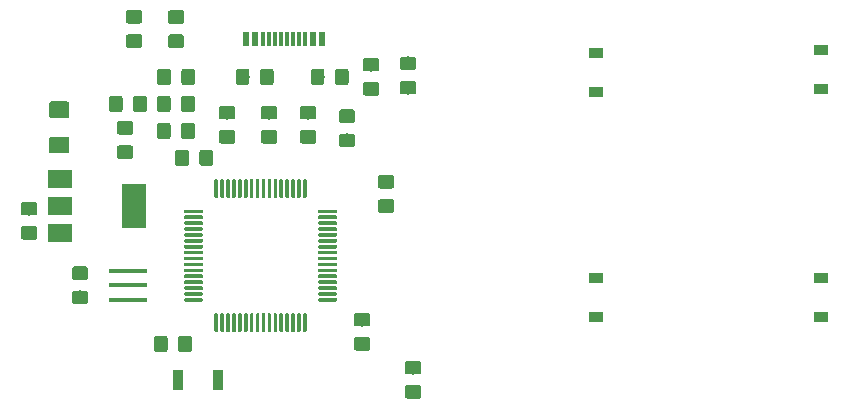
<source format=gbr>
G04 #@! TF.GenerationSoftware,KiCad,Pcbnew,5.1.0*
G04 #@! TF.CreationDate,2019-05-04T21:29:49+08:00*
G04 #@! TF.ProjectId,pcbtest,70636274-6573-4742-9e6b-696361645f70,rev?*
G04 #@! TF.SameCoordinates,Original*
G04 #@! TF.FileFunction,Paste,Bot*
G04 #@! TF.FilePolarity,Positive*
%FSLAX46Y46*%
G04 Gerber Fmt 4.6, Leading zero omitted, Abs format (unit mm)*
G04 Created by KiCad (PCBNEW 5.1.0) date 2019-05-04 21:29:49*
%MOMM*%
%LPD*%
G04 APERTURE LIST*
%ADD10C,0.100000*%
%ADD11C,0.300000*%
%ADD12C,1.150000*%
%ADD13R,1.200000X0.900000*%
%ADD14C,1.425000*%
%ADD15R,0.300000X1.150000*%
%ADD16R,0.600000X1.150000*%
%ADD17R,0.900000X1.700000*%
%ADD18R,2.000000X3.800000*%
%ADD19R,2.000000X1.500000*%
%ADD20R,3.200000X0.400000*%
G04 APERTURE END LIST*
D10*
G36*
X168554351Y-105093361D02*
G01*
X168561632Y-105094441D01*
X168568771Y-105096229D01*
X168575701Y-105098709D01*
X168582355Y-105101856D01*
X168588668Y-105105640D01*
X168594579Y-105110024D01*
X168600033Y-105114967D01*
X168604976Y-105120421D01*
X168609360Y-105126332D01*
X168613144Y-105132645D01*
X168616291Y-105139299D01*
X168618771Y-105146229D01*
X168620559Y-105153368D01*
X168621639Y-105160649D01*
X168622000Y-105168000D01*
X168622000Y-105318000D01*
X168621639Y-105325351D01*
X168620559Y-105332632D01*
X168618771Y-105339771D01*
X168616291Y-105346701D01*
X168613144Y-105353355D01*
X168609360Y-105359668D01*
X168604976Y-105365579D01*
X168600033Y-105371033D01*
X168594579Y-105375976D01*
X168588668Y-105380360D01*
X168582355Y-105384144D01*
X168575701Y-105387291D01*
X168568771Y-105389771D01*
X168561632Y-105391559D01*
X168554351Y-105392639D01*
X168547000Y-105393000D01*
X167147000Y-105393000D01*
X167139649Y-105392639D01*
X167132368Y-105391559D01*
X167125229Y-105389771D01*
X167118299Y-105387291D01*
X167111645Y-105384144D01*
X167105332Y-105380360D01*
X167099421Y-105375976D01*
X167093967Y-105371033D01*
X167089024Y-105365579D01*
X167084640Y-105359668D01*
X167080856Y-105353355D01*
X167077709Y-105346701D01*
X167075229Y-105339771D01*
X167073441Y-105332632D01*
X167072361Y-105325351D01*
X167072000Y-105318000D01*
X167072000Y-105168000D01*
X167072361Y-105160649D01*
X167073441Y-105153368D01*
X167075229Y-105146229D01*
X167077709Y-105139299D01*
X167080856Y-105132645D01*
X167084640Y-105126332D01*
X167089024Y-105120421D01*
X167093967Y-105114967D01*
X167099421Y-105110024D01*
X167105332Y-105105640D01*
X167111645Y-105101856D01*
X167118299Y-105098709D01*
X167125229Y-105096229D01*
X167132368Y-105094441D01*
X167139649Y-105093361D01*
X167147000Y-105093000D01*
X168547000Y-105093000D01*
X168554351Y-105093361D01*
X168554351Y-105093361D01*
G37*
D11*
X167847000Y-105243000D03*
D10*
G36*
X168554351Y-104593361D02*
G01*
X168561632Y-104594441D01*
X168568771Y-104596229D01*
X168575701Y-104598709D01*
X168582355Y-104601856D01*
X168588668Y-104605640D01*
X168594579Y-104610024D01*
X168600033Y-104614967D01*
X168604976Y-104620421D01*
X168609360Y-104626332D01*
X168613144Y-104632645D01*
X168616291Y-104639299D01*
X168618771Y-104646229D01*
X168620559Y-104653368D01*
X168621639Y-104660649D01*
X168622000Y-104668000D01*
X168622000Y-104818000D01*
X168621639Y-104825351D01*
X168620559Y-104832632D01*
X168618771Y-104839771D01*
X168616291Y-104846701D01*
X168613144Y-104853355D01*
X168609360Y-104859668D01*
X168604976Y-104865579D01*
X168600033Y-104871033D01*
X168594579Y-104875976D01*
X168588668Y-104880360D01*
X168582355Y-104884144D01*
X168575701Y-104887291D01*
X168568771Y-104889771D01*
X168561632Y-104891559D01*
X168554351Y-104892639D01*
X168547000Y-104893000D01*
X167147000Y-104893000D01*
X167139649Y-104892639D01*
X167132368Y-104891559D01*
X167125229Y-104889771D01*
X167118299Y-104887291D01*
X167111645Y-104884144D01*
X167105332Y-104880360D01*
X167099421Y-104875976D01*
X167093967Y-104871033D01*
X167089024Y-104865579D01*
X167084640Y-104859668D01*
X167080856Y-104853355D01*
X167077709Y-104846701D01*
X167075229Y-104839771D01*
X167073441Y-104832632D01*
X167072361Y-104825351D01*
X167072000Y-104818000D01*
X167072000Y-104668000D01*
X167072361Y-104660649D01*
X167073441Y-104653368D01*
X167075229Y-104646229D01*
X167077709Y-104639299D01*
X167080856Y-104632645D01*
X167084640Y-104626332D01*
X167089024Y-104620421D01*
X167093967Y-104614967D01*
X167099421Y-104610024D01*
X167105332Y-104605640D01*
X167111645Y-104601856D01*
X167118299Y-104598709D01*
X167125229Y-104596229D01*
X167132368Y-104594441D01*
X167139649Y-104593361D01*
X167147000Y-104593000D01*
X168547000Y-104593000D01*
X168554351Y-104593361D01*
X168554351Y-104593361D01*
G37*
D11*
X167847000Y-104743000D03*
D10*
G36*
X168554351Y-104093361D02*
G01*
X168561632Y-104094441D01*
X168568771Y-104096229D01*
X168575701Y-104098709D01*
X168582355Y-104101856D01*
X168588668Y-104105640D01*
X168594579Y-104110024D01*
X168600033Y-104114967D01*
X168604976Y-104120421D01*
X168609360Y-104126332D01*
X168613144Y-104132645D01*
X168616291Y-104139299D01*
X168618771Y-104146229D01*
X168620559Y-104153368D01*
X168621639Y-104160649D01*
X168622000Y-104168000D01*
X168622000Y-104318000D01*
X168621639Y-104325351D01*
X168620559Y-104332632D01*
X168618771Y-104339771D01*
X168616291Y-104346701D01*
X168613144Y-104353355D01*
X168609360Y-104359668D01*
X168604976Y-104365579D01*
X168600033Y-104371033D01*
X168594579Y-104375976D01*
X168588668Y-104380360D01*
X168582355Y-104384144D01*
X168575701Y-104387291D01*
X168568771Y-104389771D01*
X168561632Y-104391559D01*
X168554351Y-104392639D01*
X168547000Y-104393000D01*
X167147000Y-104393000D01*
X167139649Y-104392639D01*
X167132368Y-104391559D01*
X167125229Y-104389771D01*
X167118299Y-104387291D01*
X167111645Y-104384144D01*
X167105332Y-104380360D01*
X167099421Y-104375976D01*
X167093967Y-104371033D01*
X167089024Y-104365579D01*
X167084640Y-104359668D01*
X167080856Y-104353355D01*
X167077709Y-104346701D01*
X167075229Y-104339771D01*
X167073441Y-104332632D01*
X167072361Y-104325351D01*
X167072000Y-104318000D01*
X167072000Y-104168000D01*
X167072361Y-104160649D01*
X167073441Y-104153368D01*
X167075229Y-104146229D01*
X167077709Y-104139299D01*
X167080856Y-104132645D01*
X167084640Y-104126332D01*
X167089024Y-104120421D01*
X167093967Y-104114967D01*
X167099421Y-104110024D01*
X167105332Y-104105640D01*
X167111645Y-104101856D01*
X167118299Y-104098709D01*
X167125229Y-104096229D01*
X167132368Y-104094441D01*
X167139649Y-104093361D01*
X167147000Y-104093000D01*
X168547000Y-104093000D01*
X168554351Y-104093361D01*
X168554351Y-104093361D01*
G37*
D11*
X167847000Y-104243000D03*
D10*
G36*
X168554351Y-103593361D02*
G01*
X168561632Y-103594441D01*
X168568771Y-103596229D01*
X168575701Y-103598709D01*
X168582355Y-103601856D01*
X168588668Y-103605640D01*
X168594579Y-103610024D01*
X168600033Y-103614967D01*
X168604976Y-103620421D01*
X168609360Y-103626332D01*
X168613144Y-103632645D01*
X168616291Y-103639299D01*
X168618771Y-103646229D01*
X168620559Y-103653368D01*
X168621639Y-103660649D01*
X168622000Y-103668000D01*
X168622000Y-103818000D01*
X168621639Y-103825351D01*
X168620559Y-103832632D01*
X168618771Y-103839771D01*
X168616291Y-103846701D01*
X168613144Y-103853355D01*
X168609360Y-103859668D01*
X168604976Y-103865579D01*
X168600033Y-103871033D01*
X168594579Y-103875976D01*
X168588668Y-103880360D01*
X168582355Y-103884144D01*
X168575701Y-103887291D01*
X168568771Y-103889771D01*
X168561632Y-103891559D01*
X168554351Y-103892639D01*
X168547000Y-103893000D01*
X167147000Y-103893000D01*
X167139649Y-103892639D01*
X167132368Y-103891559D01*
X167125229Y-103889771D01*
X167118299Y-103887291D01*
X167111645Y-103884144D01*
X167105332Y-103880360D01*
X167099421Y-103875976D01*
X167093967Y-103871033D01*
X167089024Y-103865579D01*
X167084640Y-103859668D01*
X167080856Y-103853355D01*
X167077709Y-103846701D01*
X167075229Y-103839771D01*
X167073441Y-103832632D01*
X167072361Y-103825351D01*
X167072000Y-103818000D01*
X167072000Y-103668000D01*
X167072361Y-103660649D01*
X167073441Y-103653368D01*
X167075229Y-103646229D01*
X167077709Y-103639299D01*
X167080856Y-103632645D01*
X167084640Y-103626332D01*
X167089024Y-103620421D01*
X167093967Y-103614967D01*
X167099421Y-103610024D01*
X167105332Y-103605640D01*
X167111645Y-103601856D01*
X167118299Y-103598709D01*
X167125229Y-103596229D01*
X167132368Y-103594441D01*
X167139649Y-103593361D01*
X167147000Y-103593000D01*
X168547000Y-103593000D01*
X168554351Y-103593361D01*
X168554351Y-103593361D01*
G37*
D11*
X167847000Y-103743000D03*
D10*
G36*
X168554351Y-103093361D02*
G01*
X168561632Y-103094441D01*
X168568771Y-103096229D01*
X168575701Y-103098709D01*
X168582355Y-103101856D01*
X168588668Y-103105640D01*
X168594579Y-103110024D01*
X168600033Y-103114967D01*
X168604976Y-103120421D01*
X168609360Y-103126332D01*
X168613144Y-103132645D01*
X168616291Y-103139299D01*
X168618771Y-103146229D01*
X168620559Y-103153368D01*
X168621639Y-103160649D01*
X168622000Y-103168000D01*
X168622000Y-103318000D01*
X168621639Y-103325351D01*
X168620559Y-103332632D01*
X168618771Y-103339771D01*
X168616291Y-103346701D01*
X168613144Y-103353355D01*
X168609360Y-103359668D01*
X168604976Y-103365579D01*
X168600033Y-103371033D01*
X168594579Y-103375976D01*
X168588668Y-103380360D01*
X168582355Y-103384144D01*
X168575701Y-103387291D01*
X168568771Y-103389771D01*
X168561632Y-103391559D01*
X168554351Y-103392639D01*
X168547000Y-103393000D01*
X167147000Y-103393000D01*
X167139649Y-103392639D01*
X167132368Y-103391559D01*
X167125229Y-103389771D01*
X167118299Y-103387291D01*
X167111645Y-103384144D01*
X167105332Y-103380360D01*
X167099421Y-103375976D01*
X167093967Y-103371033D01*
X167089024Y-103365579D01*
X167084640Y-103359668D01*
X167080856Y-103353355D01*
X167077709Y-103346701D01*
X167075229Y-103339771D01*
X167073441Y-103332632D01*
X167072361Y-103325351D01*
X167072000Y-103318000D01*
X167072000Y-103168000D01*
X167072361Y-103160649D01*
X167073441Y-103153368D01*
X167075229Y-103146229D01*
X167077709Y-103139299D01*
X167080856Y-103132645D01*
X167084640Y-103126332D01*
X167089024Y-103120421D01*
X167093967Y-103114967D01*
X167099421Y-103110024D01*
X167105332Y-103105640D01*
X167111645Y-103101856D01*
X167118299Y-103098709D01*
X167125229Y-103096229D01*
X167132368Y-103094441D01*
X167139649Y-103093361D01*
X167147000Y-103093000D01*
X168547000Y-103093000D01*
X168554351Y-103093361D01*
X168554351Y-103093361D01*
G37*
D11*
X167847000Y-103243000D03*
D10*
G36*
X168554351Y-102593361D02*
G01*
X168561632Y-102594441D01*
X168568771Y-102596229D01*
X168575701Y-102598709D01*
X168582355Y-102601856D01*
X168588668Y-102605640D01*
X168594579Y-102610024D01*
X168600033Y-102614967D01*
X168604976Y-102620421D01*
X168609360Y-102626332D01*
X168613144Y-102632645D01*
X168616291Y-102639299D01*
X168618771Y-102646229D01*
X168620559Y-102653368D01*
X168621639Y-102660649D01*
X168622000Y-102668000D01*
X168622000Y-102818000D01*
X168621639Y-102825351D01*
X168620559Y-102832632D01*
X168618771Y-102839771D01*
X168616291Y-102846701D01*
X168613144Y-102853355D01*
X168609360Y-102859668D01*
X168604976Y-102865579D01*
X168600033Y-102871033D01*
X168594579Y-102875976D01*
X168588668Y-102880360D01*
X168582355Y-102884144D01*
X168575701Y-102887291D01*
X168568771Y-102889771D01*
X168561632Y-102891559D01*
X168554351Y-102892639D01*
X168547000Y-102893000D01*
X167147000Y-102893000D01*
X167139649Y-102892639D01*
X167132368Y-102891559D01*
X167125229Y-102889771D01*
X167118299Y-102887291D01*
X167111645Y-102884144D01*
X167105332Y-102880360D01*
X167099421Y-102875976D01*
X167093967Y-102871033D01*
X167089024Y-102865579D01*
X167084640Y-102859668D01*
X167080856Y-102853355D01*
X167077709Y-102846701D01*
X167075229Y-102839771D01*
X167073441Y-102832632D01*
X167072361Y-102825351D01*
X167072000Y-102818000D01*
X167072000Y-102668000D01*
X167072361Y-102660649D01*
X167073441Y-102653368D01*
X167075229Y-102646229D01*
X167077709Y-102639299D01*
X167080856Y-102632645D01*
X167084640Y-102626332D01*
X167089024Y-102620421D01*
X167093967Y-102614967D01*
X167099421Y-102610024D01*
X167105332Y-102605640D01*
X167111645Y-102601856D01*
X167118299Y-102598709D01*
X167125229Y-102596229D01*
X167132368Y-102594441D01*
X167139649Y-102593361D01*
X167147000Y-102593000D01*
X168547000Y-102593000D01*
X168554351Y-102593361D01*
X168554351Y-102593361D01*
G37*
D11*
X167847000Y-102743000D03*
D10*
G36*
X168554351Y-102093361D02*
G01*
X168561632Y-102094441D01*
X168568771Y-102096229D01*
X168575701Y-102098709D01*
X168582355Y-102101856D01*
X168588668Y-102105640D01*
X168594579Y-102110024D01*
X168600033Y-102114967D01*
X168604976Y-102120421D01*
X168609360Y-102126332D01*
X168613144Y-102132645D01*
X168616291Y-102139299D01*
X168618771Y-102146229D01*
X168620559Y-102153368D01*
X168621639Y-102160649D01*
X168622000Y-102168000D01*
X168622000Y-102318000D01*
X168621639Y-102325351D01*
X168620559Y-102332632D01*
X168618771Y-102339771D01*
X168616291Y-102346701D01*
X168613144Y-102353355D01*
X168609360Y-102359668D01*
X168604976Y-102365579D01*
X168600033Y-102371033D01*
X168594579Y-102375976D01*
X168588668Y-102380360D01*
X168582355Y-102384144D01*
X168575701Y-102387291D01*
X168568771Y-102389771D01*
X168561632Y-102391559D01*
X168554351Y-102392639D01*
X168547000Y-102393000D01*
X167147000Y-102393000D01*
X167139649Y-102392639D01*
X167132368Y-102391559D01*
X167125229Y-102389771D01*
X167118299Y-102387291D01*
X167111645Y-102384144D01*
X167105332Y-102380360D01*
X167099421Y-102375976D01*
X167093967Y-102371033D01*
X167089024Y-102365579D01*
X167084640Y-102359668D01*
X167080856Y-102353355D01*
X167077709Y-102346701D01*
X167075229Y-102339771D01*
X167073441Y-102332632D01*
X167072361Y-102325351D01*
X167072000Y-102318000D01*
X167072000Y-102168000D01*
X167072361Y-102160649D01*
X167073441Y-102153368D01*
X167075229Y-102146229D01*
X167077709Y-102139299D01*
X167080856Y-102132645D01*
X167084640Y-102126332D01*
X167089024Y-102120421D01*
X167093967Y-102114967D01*
X167099421Y-102110024D01*
X167105332Y-102105640D01*
X167111645Y-102101856D01*
X167118299Y-102098709D01*
X167125229Y-102096229D01*
X167132368Y-102094441D01*
X167139649Y-102093361D01*
X167147000Y-102093000D01*
X168547000Y-102093000D01*
X168554351Y-102093361D01*
X168554351Y-102093361D01*
G37*
D11*
X167847000Y-102243000D03*
D10*
G36*
X168554351Y-101593361D02*
G01*
X168561632Y-101594441D01*
X168568771Y-101596229D01*
X168575701Y-101598709D01*
X168582355Y-101601856D01*
X168588668Y-101605640D01*
X168594579Y-101610024D01*
X168600033Y-101614967D01*
X168604976Y-101620421D01*
X168609360Y-101626332D01*
X168613144Y-101632645D01*
X168616291Y-101639299D01*
X168618771Y-101646229D01*
X168620559Y-101653368D01*
X168621639Y-101660649D01*
X168622000Y-101668000D01*
X168622000Y-101818000D01*
X168621639Y-101825351D01*
X168620559Y-101832632D01*
X168618771Y-101839771D01*
X168616291Y-101846701D01*
X168613144Y-101853355D01*
X168609360Y-101859668D01*
X168604976Y-101865579D01*
X168600033Y-101871033D01*
X168594579Y-101875976D01*
X168588668Y-101880360D01*
X168582355Y-101884144D01*
X168575701Y-101887291D01*
X168568771Y-101889771D01*
X168561632Y-101891559D01*
X168554351Y-101892639D01*
X168547000Y-101893000D01*
X167147000Y-101893000D01*
X167139649Y-101892639D01*
X167132368Y-101891559D01*
X167125229Y-101889771D01*
X167118299Y-101887291D01*
X167111645Y-101884144D01*
X167105332Y-101880360D01*
X167099421Y-101875976D01*
X167093967Y-101871033D01*
X167089024Y-101865579D01*
X167084640Y-101859668D01*
X167080856Y-101853355D01*
X167077709Y-101846701D01*
X167075229Y-101839771D01*
X167073441Y-101832632D01*
X167072361Y-101825351D01*
X167072000Y-101818000D01*
X167072000Y-101668000D01*
X167072361Y-101660649D01*
X167073441Y-101653368D01*
X167075229Y-101646229D01*
X167077709Y-101639299D01*
X167080856Y-101632645D01*
X167084640Y-101626332D01*
X167089024Y-101620421D01*
X167093967Y-101614967D01*
X167099421Y-101610024D01*
X167105332Y-101605640D01*
X167111645Y-101601856D01*
X167118299Y-101598709D01*
X167125229Y-101596229D01*
X167132368Y-101594441D01*
X167139649Y-101593361D01*
X167147000Y-101593000D01*
X168547000Y-101593000D01*
X168554351Y-101593361D01*
X168554351Y-101593361D01*
G37*
D11*
X167847000Y-101743000D03*
D10*
G36*
X168554351Y-101093361D02*
G01*
X168561632Y-101094441D01*
X168568771Y-101096229D01*
X168575701Y-101098709D01*
X168582355Y-101101856D01*
X168588668Y-101105640D01*
X168594579Y-101110024D01*
X168600033Y-101114967D01*
X168604976Y-101120421D01*
X168609360Y-101126332D01*
X168613144Y-101132645D01*
X168616291Y-101139299D01*
X168618771Y-101146229D01*
X168620559Y-101153368D01*
X168621639Y-101160649D01*
X168622000Y-101168000D01*
X168622000Y-101318000D01*
X168621639Y-101325351D01*
X168620559Y-101332632D01*
X168618771Y-101339771D01*
X168616291Y-101346701D01*
X168613144Y-101353355D01*
X168609360Y-101359668D01*
X168604976Y-101365579D01*
X168600033Y-101371033D01*
X168594579Y-101375976D01*
X168588668Y-101380360D01*
X168582355Y-101384144D01*
X168575701Y-101387291D01*
X168568771Y-101389771D01*
X168561632Y-101391559D01*
X168554351Y-101392639D01*
X168547000Y-101393000D01*
X167147000Y-101393000D01*
X167139649Y-101392639D01*
X167132368Y-101391559D01*
X167125229Y-101389771D01*
X167118299Y-101387291D01*
X167111645Y-101384144D01*
X167105332Y-101380360D01*
X167099421Y-101375976D01*
X167093967Y-101371033D01*
X167089024Y-101365579D01*
X167084640Y-101359668D01*
X167080856Y-101353355D01*
X167077709Y-101346701D01*
X167075229Y-101339771D01*
X167073441Y-101332632D01*
X167072361Y-101325351D01*
X167072000Y-101318000D01*
X167072000Y-101168000D01*
X167072361Y-101160649D01*
X167073441Y-101153368D01*
X167075229Y-101146229D01*
X167077709Y-101139299D01*
X167080856Y-101132645D01*
X167084640Y-101126332D01*
X167089024Y-101120421D01*
X167093967Y-101114967D01*
X167099421Y-101110024D01*
X167105332Y-101105640D01*
X167111645Y-101101856D01*
X167118299Y-101098709D01*
X167125229Y-101096229D01*
X167132368Y-101094441D01*
X167139649Y-101093361D01*
X167147000Y-101093000D01*
X168547000Y-101093000D01*
X168554351Y-101093361D01*
X168554351Y-101093361D01*
G37*
D11*
X167847000Y-101243000D03*
D10*
G36*
X168554351Y-100593361D02*
G01*
X168561632Y-100594441D01*
X168568771Y-100596229D01*
X168575701Y-100598709D01*
X168582355Y-100601856D01*
X168588668Y-100605640D01*
X168594579Y-100610024D01*
X168600033Y-100614967D01*
X168604976Y-100620421D01*
X168609360Y-100626332D01*
X168613144Y-100632645D01*
X168616291Y-100639299D01*
X168618771Y-100646229D01*
X168620559Y-100653368D01*
X168621639Y-100660649D01*
X168622000Y-100668000D01*
X168622000Y-100818000D01*
X168621639Y-100825351D01*
X168620559Y-100832632D01*
X168618771Y-100839771D01*
X168616291Y-100846701D01*
X168613144Y-100853355D01*
X168609360Y-100859668D01*
X168604976Y-100865579D01*
X168600033Y-100871033D01*
X168594579Y-100875976D01*
X168588668Y-100880360D01*
X168582355Y-100884144D01*
X168575701Y-100887291D01*
X168568771Y-100889771D01*
X168561632Y-100891559D01*
X168554351Y-100892639D01*
X168547000Y-100893000D01*
X167147000Y-100893000D01*
X167139649Y-100892639D01*
X167132368Y-100891559D01*
X167125229Y-100889771D01*
X167118299Y-100887291D01*
X167111645Y-100884144D01*
X167105332Y-100880360D01*
X167099421Y-100875976D01*
X167093967Y-100871033D01*
X167089024Y-100865579D01*
X167084640Y-100859668D01*
X167080856Y-100853355D01*
X167077709Y-100846701D01*
X167075229Y-100839771D01*
X167073441Y-100832632D01*
X167072361Y-100825351D01*
X167072000Y-100818000D01*
X167072000Y-100668000D01*
X167072361Y-100660649D01*
X167073441Y-100653368D01*
X167075229Y-100646229D01*
X167077709Y-100639299D01*
X167080856Y-100632645D01*
X167084640Y-100626332D01*
X167089024Y-100620421D01*
X167093967Y-100614967D01*
X167099421Y-100610024D01*
X167105332Y-100605640D01*
X167111645Y-100601856D01*
X167118299Y-100598709D01*
X167125229Y-100596229D01*
X167132368Y-100594441D01*
X167139649Y-100593361D01*
X167147000Y-100593000D01*
X168547000Y-100593000D01*
X168554351Y-100593361D01*
X168554351Y-100593361D01*
G37*
D11*
X167847000Y-100743000D03*
D10*
G36*
X168554351Y-100093361D02*
G01*
X168561632Y-100094441D01*
X168568771Y-100096229D01*
X168575701Y-100098709D01*
X168582355Y-100101856D01*
X168588668Y-100105640D01*
X168594579Y-100110024D01*
X168600033Y-100114967D01*
X168604976Y-100120421D01*
X168609360Y-100126332D01*
X168613144Y-100132645D01*
X168616291Y-100139299D01*
X168618771Y-100146229D01*
X168620559Y-100153368D01*
X168621639Y-100160649D01*
X168622000Y-100168000D01*
X168622000Y-100318000D01*
X168621639Y-100325351D01*
X168620559Y-100332632D01*
X168618771Y-100339771D01*
X168616291Y-100346701D01*
X168613144Y-100353355D01*
X168609360Y-100359668D01*
X168604976Y-100365579D01*
X168600033Y-100371033D01*
X168594579Y-100375976D01*
X168588668Y-100380360D01*
X168582355Y-100384144D01*
X168575701Y-100387291D01*
X168568771Y-100389771D01*
X168561632Y-100391559D01*
X168554351Y-100392639D01*
X168547000Y-100393000D01*
X167147000Y-100393000D01*
X167139649Y-100392639D01*
X167132368Y-100391559D01*
X167125229Y-100389771D01*
X167118299Y-100387291D01*
X167111645Y-100384144D01*
X167105332Y-100380360D01*
X167099421Y-100375976D01*
X167093967Y-100371033D01*
X167089024Y-100365579D01*
X167084640Y-100359668D01*
X167080856Y-100353355D01*
X167077709Y-100346701D01*
X167075229Y-100339771D01*
X167073441Y-100332632D01*
X167072361Y-100325351D01*
X167072000Y-100318000D01*
X167072000Y-100168000D01*
X167072361Y-100160649D01*
X167073441Y-100153368D01*
X167075229Y-100146229D01*
X167077709Y-100139299D01*
X167080856Y-100132645D01*
X167084640Y-100126332D01*
X167089024Y-100120421D01*
X167093967Y-100114967D01*
X167099421Y-100110024D01*
X167105332Y-100105640D01*
X167111645Y-100101856D01*
X167118299Y-100098709D01*
X167125229Y-100096229D01*
X167132368Y-100094441D01*
X167139649Y-100093361D01*
X167147000Y-100093000D01*
X168547000Y-100093000D01*
X168554351Y-100093361D01*
X168554351Y-100093361D01*
G37*
D11*
X167847000Y-100243000D03*
D10*
G36*
X168554351Y-99593361D02*
G01*
X168561632Y-99594441D01*
X168568771Y-99596229D01*
X168575701Y-99598709D01*
X168582355Y-99601856D01*
X168588668Y-99605640D01*
X168594579Y-99610024D01*
X168600033Y-99614967D01*
X168604976Y-99620421D01*
X168609360Y-99626332D01*
X168613144Y-99632645D01*
X168616291Y-99639299D01*
X168618771Y-99646229D01*
X168620559Y-99653368D01*
X168621639Y-99660649D01*
X168622000Y-99668000D01*
X168622000Y-99818000D01*
X168621639Y-99825351D01*
X168620559Y-99832632D01*
X168618771Y-99839771D01*
X168616291Y-99846701D01*
X168613144Y-99853355D01*
X168609360Y-99859668D01*
X168604976Y-99865579D01*
X168600033Y-99871033D01*
X168594579Y-99875976D01*
X168588668Y-99880360D01*
X168582355Y-99884144D01*
X168575701Y-99887291D01*
X168568771Y-99889771D01*
X168561632Y-99891559D01*
X168554351Y-99892639D01*
X168547000Y-99893000D01*
X167147000Y-99893000D01*
X167139649Y-99892639D01*
X167132368Y-99891559D01*
X167125229Y-99889771D01*
X167118299Y-99887291D01*
X167111645Y-99884144D01*
X167105332Y-99880360D01*
X167099421Y-99875976D01*
X167093967Y-99871033D01*
X167089024Y-99865579D01*
X167084640Y-99859668D01*
X167080856Y-99853355D01*
X167077709Y-99846701D01*
X167075229Y-99839771D01*
X167073441Y-99832632D01*
X167072361Y-99825351D01*
X167072000Y-99818000D01*
X167072000Y-99668000D01*
X167072361Y-99660649D01*
X167073441Y-99653368D01*
X167075229Y-99646229D01*
X167077709Y-99639299D01*
X167080856Y-99632645D01*
X167084640Y-99626332D01*
X167089024Y-99620421D01*
X167093967Y-99614967D01*
X167099421Y-99610024D01*
X167105332Y-99605640D01*
X167111645Y-99601856D01*
X167118299Y-99598709D01*
X167125229Y-99596229D01*
X167132368Y-99594441D01*
X167139649Y-99593361D01*
X167147000Y-99593000D01*
X168547000Y-99593000D01*
X168554351Y-99593361D01*
X168554351Y-99593361D01*
G37*
D11*
X167847000Y-99743000D03*
D10*
G36*
X168554351Y-99093361D02*
G01*
X168561632Y-99094441D01*
X168568771Y-99096229D01*
X168575701Y-99098709D01*
X168582355Y-99101856D01*
X168588668Y-99105640D01*
X168594579Y-99110024D01*
X168600033Y-99114967D01*
X168604976Y-99120421D01*
X168609360Y-99126332D01*
X168613144Y-99132645D01*
X168616291Y-99139299D01*
X168618771Y-99146229D01*
X168620559Y-99153368D01*
X168621639Y-99160649D01*
X168622000Y-99168000D01*
X168622000Y-99318000D01*
X168621639Y-99325351D01*
X168620559Y-99332632D01*
X168618771Y-99339771D01*
X168616291Y-99346701D01*
X168613144Y-99353355D01*
X168609360Y-99359668D01*
X168604976Y-99365579D01*
X168600033Y-99371033D01*
X168594579Y-99375976D01*
X168588668Y-99380360D01*
X168582355Y-99384144D01*
X168575701Y-99387291D01*
X168568771Y-99389771D01*
X168561632Y-99391559D01*
X168554351Y-99392639D01*
X168547000Y-99393000D01*
X167147000Y-99393000D01*
X167139649Y-99392639D01*
X167132368Y-99391559D01*
X167125229Y-99389771D01*
X167118299Y-99387291D01*
X167111645Y-99384144D01*
X167105332Y-99380360D01*
X167099421Y-99375976D01*
X167093967Y-99371033D01*
X167089024Y-99365579D01*
X167084640Y-99359668D01*
X167080856Y-99353355D01*
X167077709Y-99346701D01*
X167075229Y-99339771D01*
X167073441Y-99332632D01*
X167072361Y-99325351D01*
X167072000Y-99318000D01*
X167072000Y-99168000D01*
X167072361Y-99160649D01*
X167073441Y-99153368D01*
X167075229Y-99146229D01*
X167077709Y-99139299D01*
X167080856Y-99132645D01*
X167084640Y-99126332D01*
X167089024Y-99120421D01*
X167093967Y-99114967D01*
X167099421Y-99110024D01*
X167105332Y-99105640D01*
X167111645Y-99101856D01*
X167118299Y-99098709D01*
X167125229Y-99096229D01*
X167132368Y-99094441D01*
X167139649Y-99093361D01*
X167147000Y-99093000D01*
X168547000Y-99093000D01*
X168554351Y-99093361D01*
X168554351Y-99093361D01*
G37*
D11*
X167847000Y-99243000D03*
D10*
G36*
X168554351Y-98593361D02*
G01*
X168561632Y-98594441D01*
X168568771Y-98596229D01*
X168575701Y-98598709D01*
X168582355Y-98601856D01*
X168588668Y-98605640D01*
X168594579Y-98610024D01*
X168600033Y-98614967D01*
X168604976Y-98620421D01*
X168609360Y-98626332D01*
X168613144Y-98632645D01*
X168616291Y-98639299D01*
X168618771Y-98646229D01*
X168620559Y-98653368D01*
X168621639Y-98660649D01*
X168622000Y-98668000D01*
X168622000Y-98818000D01*
X168621639Y-98825351D01*
X168620559Y-98832632D01*
X168618771Y-98839771D01*
X168616291Y-98846701D01*
X168613144Y-98853355D01*
X168609360Y-98859668D01*
X168604976Y-98865579D01*
X168600033Y-98871033D01*
X168594579Y-98875976D01*
X168588668Y-98880360D01*
X168582355Y-98884144D01*
X168575701Y-98887291D01*
X168568771Y-98889771D01*
X168561632Y-98891559D01*
X168554351Y-98892639D01*
X168547000Y-98893000D01*
X167147000Y-98893000D01*
X167139649Y-98892639D01*
X167132368Y-98891559D01*
X167125229Y-98889771D01*
X167118299Y-98887291D01*
X167111645Y-98884144D01*
X167105332Y-98880360D01*
X167099421Y-98875976D01*
X167093967Y-98871033D01*
X167089024Y-98865579D01*
X167084640Y-98859668D01*
X167080856Y-98853355D01*
X167077709Y-98846701D01*
X167075229Y-98839771D01*
X167073441Y-98832632D01*
X167072361Y-98825351D01*
X167072000Y-98818000D01*
X167072000Y-98668000D01*
X167072361Y-98660649D01*
X167073441Y-98653368D01*
X167075229Y-98646229D01*
X167077709Y-98639299D01*
X167080856Y-98632645D01*
X167084640Y-98626332D01*
X167089024Y-98620421D01*
X167093967Y-98614967D01*
X167099421Y-98610024D01*
X167105332Y-98605640D01*
X167111645Y-98601856D01*
X167118299Y-98598709D01*
X167125229Y-98596229D01*
X167132368Y-98594441D01*
X167139649Y-98593361D01*
X167147000Y-98593000D01*
X168547000Y-98593000D01*
X168554351Y-98593361D01*
X168554351Y-98593361D01*
G37*
D11*
X167847000Y-98743000D03*
D10*
G36*
X168554351Y-98093361D02*
G01*
X168561632Y-98094441D01*
X168568771Y-98096229D01*
X168575701Y-98098709D01*
X168582355Y-98101856D01*
X168588668Y-98105640D01*
X168594579Y-98110024D01*
X168600033Y-98114967D01*
X168604976Y-98120421D01*
X168609360Y-98126332D01*
X168613144Y-98132645D01*
X168616291Y-98139299D01*
X168618771Y-98146229D01*
X168620559Y-98153368D01*
X168621639Y-98160649D01*
X168622000Y-98168000D01*
X168622000Y-98318000D01*
X168621639Y-98325351D01*
X168620559Y-98332632D01*
X168618771Y-98339771D01*
X168616291Y-98346701D01*
X168613144Y-98353355D01*
X168609360Y-98359668D01*
X168604976Y-98365579D01*
X168600033Y-98371033D01*
X168594579Y-98375976D01*
X168588668Y-98380360D01*
X168582355Y-98384144D01*
X168575701Y-98387291D01*
X168568771Y-98389771D01*
X168561632Y-98391559D01*
X168554351Y-98392639D01*
X168547000Y-98393000D01*
X167147000Y-98393000D01*
X167139649Y-98392639D01*
X167132368Y-98391559D01*
X167125229Y-98389771D01*
X167118299Y-98387291D01*
X167111645Y-98384144D01*
X167105332Y-98380360D01*
X167099421Y-98375976D01*
X167093967Y-98371033D01*
X167089024Y-98365579D01*
X167084640Y-98359668D01*
X167080856Y-98353355D01*
X167077709Y-98346701D01*
X167075229Y-98339771D01*
X167073441Y-98332632D01*
X167072361Y-98325351D01*
X167072000Y-98318000D01*
X167072000Y-98168000D01*
X167072361Y-98160649D01*
X167073441Y-98153368D01*
X167075229Y-98146229D01*
X167077709Y-98139299D01*
X167080856Y-98132645D01*
X167084640Y-98126332D01*
X167089024Y-98120421D01*
X167093967Y-98114967D01*
X167099421Y-98110024D01*
X167105332Y-98105640D01*
X167111645Y-98101856D01*
X167118299Y-98098709D01*
X167125229Y-98096229D01*
X167132368Y-98094441D01*
X167139649Y-98093361D01*
X167147000Y-98093000D01*
X168547000Y-98093000D01*
X168554351Y-98093361D01*
X168554351Y-98093361D01*
G37*
D11*
X167847000Y-98243000D03*
D10*
G36*
X168554351Y-97593361D02*
G01*
X168561632Y-97594441D01*
X168568771Y-97596229D01*
X168575701Y-97598709D01*
X168582355Y-97601856D01*
X168588668Y-97605640D01*
X168594579Y-97610024D01*
X168600033Y-97614967D01*
X168604976Y-97620421D01*
X168609360Y-97626332D01*
X168613144Y-97632645D01*
X168616291Y-97639299D01*
X168618771Y-97646229D01*
X168620559Y-97653368D01*
X168621639Y-97660649D01*
X168622000Y-97668000D01*
X168622000Y-97818000D01*
X168621639Y-97825351D01*
X168620559Y-97832632D01*
X168618771Y-97839771D01*
X168616291Y-97846701D01*
X168613144Y-97853355D01*
X168609360Y-97859668D01*
X168604976Y-97865579D01*
X168600033Y-97871033D01*
X168594579Y-97875976D01*
X168588668Y-97880360D01*
X168582355Y-97884144D01*
X168575701Y-97887291D01*
X168568771Y-97889771D01*
X168561632Y-97891559D01*
X168554351Y-97892639D01*
X168547000Y-97893000D01*
X167147000Y-97893000D01*
X167139649Y-97892639D01*
X167132368Y-97891559D01*
X167125229Y-97889771D01*
X167118299Y-97887291D01*
X167111645Y-97884144D01*
X167105332Y-97880360D01*
X167099421Y-97875976D01*
X167093967Y-97871033D01*
X167089024Y-97865579D01*
X167084640Y-97859668D01*
X167080856Y-97853355D01*
X167077709Y-97846701D01*
X167075229Y-97839771D01*
X167073441Y-97832632D01*
X167072361Y-97825351D01*
X167072000Y-97818000D01*
X167072000Y-97668000D01*
X167072361Y-97660649D01*
X167073441Y-97653368D01*
X167075229Y-97646229D01*
X167077709Y-97639299D01*
X167080856Y-97632645D01*
X167084640Y-97626332D01*
X167089024Y-97620421D01*
X167093967Y-97614967D01*
X167099421Y-97610024D01*
X167105332Y-97605640D01*
X167111645Y-97601856D01*
X167118299Y-97598709D01*
X167125229Y-97596229D01*
X167132368Y-97594441D01*
X167139649Y-97593361D01*
X167147000Y-97593000D01*
X168547000Y-97593000D01*
X168554351Y-97593361D01*
X168554351Y-97593361D01*
G37*
D11*
X167847000Y-97743000D03*
D10*
G36*
X169854351Y-95043361D02*
G01*
X169861632Y-95044441D01*
X169868771Y-95046229D01*
X169875701Y-95048709D01*
X169882355Y-95051856D01*
X169888668Y-95055640D01*
X169894579Y-95060024D01*
X169900033Y-95064967D01*
X169904976Y-95070421D01*
X169909360Y-95076332D01*
X169913144Y-95082645D01*
X169916291Y-95089299D01*
X169918771Y-95096229D01*
X169920559Y-95103368D01*
X169921639Y-95110649D01*
X169922000Y-95118000D01*
X169922000Y-96518000D01*
X169921639Y-96525351D01*
X169920559Y-96532632D01*
X169918771Y-96539771D01*
X169916291Y-96546701D01*
X169913144Y-96553355D01*
X169909360Y-96559668D01*
X169904976Y-96565579D01*
X169900033Y-96571033D01*
X169894579Y-96575976D01*
X169888668Y-96580360D01*
X169882355Y-96584144D01*
X169875701Y-96587291D01*
X169868771Y-96589771D01*
X169861632Y-96591559D01*
X169854351Y-96592639D01*
X169847000Y-96593000D01*
X169697000Y-96593000D01*
X169689649Y-96592639D01*
X169682368Y-96591559D01*
X169675229Y-96589771D01*
X169668299Y-96587291D01*
X169661645Y-96584144D01*
X169655332Y-96580360D01*
X169649421Y-96575976D01*
X169643967Y-96571033D01*
X169639024Y-96565579D01*
X169634640Y-96559668D01*
X169630856Y-96553355D01*
X169627709Y-96546701D01*
X169625229Y-96539771D01*
X169623441Y-96532632D01*
X169622361Y-96525351D01*
X169622000Y-96518000D01*
X169622000Y-95118000D01*
X169622361Y-95110649D01*
X169623441Y-95103368D01*
X169625229Y-95096229D01*
X169627709Y-95089299D01*
X169630856Y-95082645D01*
X169634640Y-95076332D01*
X169639024Y-95070421D01*
X169643967Y-95064967D01*
X169649421Y-95060024D01*
X169655332Y-95055640D01*
X169661645Y-95051856D01*
X169668299Y-95048709D01*
X169675229Y-95046229D01*
X169682368Y-95044441D01*
X169689649Y-95043361D01*
X169697000Y-95043000D01*
X169847000Y-95043000D01*
X169854351Y-95043361D01*
X169854351Y-95043361D01*
G37*
D11*
X169772000Y-95818000D03*
D10*
G36*
X170354351Y-95043361D02*
G01*
X170361632Y-95044441D01*
X170368771Y-95046229D01*
X170375701Y-95048709D01*
X170382355Y-95051856D01*
X170388668Y-95055640D01*
X170394579Y-95060024D01*
X170400033Y-95064967D01*
X170404976Y-95070421D01*
X170409360Y-95076332D01*
X170413144Y-95082645D01*
X170416291Y-95089299D01*
X170418771Y-95096229D01*
X170420559Y-95103368D01*
X170421639Y-95110649D01*
X170422000Y-95118000D01*
X170422000Y-96518000D01*
X170421639Y-96525351D01*
X170420559Y-96532632D01*
X170418771Y-96539771D01*
X170416291Y-96546701D01*
X170413144Y-96553355D01*
X170409360Y-96559668D01*
X170404976Y-96565579D01*
X170400033Y-96571033D01*
X170394579Y-96575976D01*
X170388668Y-96580360D01*
X170382355Y-96584144D01*
X170375701Y-96587291D01*
X170368771Y-96589771D01*
X170361632Y-96591559D01*
X170354351Y-96592639D01*
X170347000Y-96593000D01*
X170197000Y-96593000D01*
X170189649Y-96592639D01*
X170182368Y-96591559D01*
X170175229Y-96589771D01*
X170168299Y-96587291D01*
X170161645Y-96584144D01*
X170155332Y-96580360D01*
X170149421Y-96575976D01*
X170143967Y-96571033D01*
X170139024Y-96565579D01*
X170134640Y-96559668D01*
X170130856Y-96553355D01*
X170127709Y-96546701D01*
X170125229Y-96539771D01*
X170123441Y-96532632D01*
X170122361Y-96525351D01*
X170122000Y-96518000D01*
X170122000Y-95118000D01*
X170122361Y-95110649D01*
X170123441Y-95103368D01*
X170125229Y-95096229D01*
X170127709Y-95089299D01*
X170130856Y-95082645D01*
X170134640Y-95076332D01*
X170139024Y-95070421D01*
X170143967Y-95064967D01*
X170149421Y-95060024D01*
X170155332Y-95055640D01*
X170161645Y-95051856D01*
X170168299Y-95048709D01*
X170175229Y-95046229D01*
X170182368Y-95044441D01*
X170189649Y-95043361D01*
X170197000Y-95043000D01*
X170347000Y-95043000D01*
X170354351Y-95043361D01*
X170354351Y-95043361D01*
G37*
D11*
X170272000Y-95818000D03*
D10*
G36*
X170854351Y-95043361D02*
G01*
X170861632Y-95044441D01*
X170868771Y-95046229D01*
X170875701Y-95048709D01*
X170882355Y-95051856D01*
X170888668Y-95055640D01*
X170894579Y-95060024D01*
X170900033Y-95064967D01*
X170904976Y-95070421D01*
X170909360Y-95076332D01*
X170913144Y-95082645D01*
X170916291Y-95089299D01*
X170918771Y-95096229D01*
X170920559Y-95103368D01*
X170921639Y-95110649D01*
X170922000Y-95118000D01*
X170922000Y-96518000D01*
X170921639Y-96525351D01*
X170920559Y-96532632D01*
X170918771Y-96539771D01*
X170916291Y-96546701D01*
X170913144Y-96553355D01*
X170909360Y-96559668D01*
X170904976Y-96565579D01*
X170900033Y-96571033D01*
X170894579Y-96575976D01*
X170888668Y-96580360D01*
X170882355Y-96584144D01*
X170875701Y-96587291D01*
X170868771Y-96589771D01*
X170861632Y-96591559D01*
X170854351Y-96592639D01*
X170847000Y-96593000D01*
X170697000Y-96593000D01*
X170689649Y-96592639D01*
X170682368Y-96591559D01*
X170675229Y-96589771D01*
X170668299Y-96587291D01*
X170661645Y-96584144D01*
X170655332Y-96580360D01*
X170649421Y-96575976D01*
X170643967Y-96571033D01*
X170639024Y-96565579D01*
X170634640Y-96559668D01*
X170630856Y-96553355D01*
X170627709Y-96546701D01*
X170625229Y-96539771D01*
X170623441Y-96532632D01*
X170622361Y-96525351D01*
X170622000Y-96518000D01*
X170622000Y-95118000D01*
X170622361Y-95110649D01*
X170623441Y-95103368D01*
X170625229Y-95096229D01*
X170627709Y-95089299D01*
X170630856Y-95082645D01*
X170634640Y-95076332D01*
X170639024Y-95070421D01*
X170643967Y-95064967D01*
X170649421Y-95060024D01*
X170655332Y-95055640D01*
X170661645Y-95051856D01*
X170668299Y-95048709D01*
X170675229Y-95046229D01*
X170682368Y-95044441D01*
X170689649Y-95043361D01*
X170697000Y-95043000D01*
X170847000Y-95043000D01*
X170854351Y-95043361D01*
X170854351Y-95043361D01*
G37*
D11*
X170772000Y-95818000D03*
D10*
G36*
X171354351Y-95043361D02*
G01*
X171361632Y-95044441D01*
X171368771Y-95046229D01*
X171375701Y-95048709D01*
X171382355Y-95051856D01*
X171388668Y-95055640D01*
X171394579Y-95060024D01*
X171400033Y-95064967D01*
X171404976Y-95070421D01*
X171409360Y-95076332D01*
X171413144Y-95082645D01*
X171416291Y-95089299D01*
X171418771Y-95096229D01*
X171420559Y-95103368D01*
X171421639Y-95110649D01*
X171422000Y-95118000D01*
X171422000Y-96518000D01*
X171421639Y-96525351D01*
X171420559Y-96532632D01*
X171418771Y-96539771D01*
X171416291Y-96546701D01*
X171413144Y-96553355D01*
X171409360Y-96559668D01*
X171404976Y-96565579D01*
X171400033Y-96571033D01*
X171394579Y-96575976D01*
X171388668Y-96580360D01*
X171382355Y-96584144D01*
X171375701Y-96587291D01*
X171368771Y-96589771D01*
X171361632Y-96591559D01*
X171354351Y-96592639D01*
X171347000Y-96593000D01*
X171197000Y-96593000D01*
X171189649Y-96592639D01*
X171182368Y-96591559D01*
X171175229Y-96589771D01*
X171168299Y-96587291D01*
X171161645Y-96584144D01*
X171155332Y-96580360D01*
X171149421Y-96575976D01*
X171143967Y-96571033D01*
X171139024Y-96565579D01*
X171134640Y-96559668D01*
X171130856Y-96553355D01*
X171127709Y-96546701D01*
X171125229Y-96539771D01*
X171123441Y-96532632D01*
X171122361Y-96525351D01*
X171122000Y-96518000D01*
X171122000Y-95118000D01*
X171122361Y-95110649D01*
X171123441Y-95103368D01*
X171125229Y-95096229D01*
X171127709Y-95089299D01*
X171130856Y-95082645D01*
X171134640Y-95076332D01*
X171139024Y-95070421D01*
X171143967Y-95064967D01*
X171149421Y-95060024D01*
X171155332Y-95055640D01*
X171161645Y-95051856D01*
X171168299Y-95048709D01*
X171175229Y-95046229D01*
X171182368Y-95044441D01*
X171189649Y-95043361D01*
X171197000Y-95043000D01*
X171347000Y-95043000D01*
X171354351Y-95043361D01*
X171354351Y-95043361D01*
G37*
D11*
X171272000Y-95818000D03*
D10*
G36*
X171854351Y-95043361D02*
G01*
X171861632Y-95044441D01*
X171868771Y-95046229D01*
X171875701Y-95048709D01*
X171882355Y-95051856D01*
X171888668Y-95055640D01*
X171894579Y-95060024D01*
X171900033Y-95064967D01*
X171904976Y-95070421D01*
X171909360Y-95076332D01*
X171913144Y-95082645D01*
X171916291Y-95089299D01*
X171918771Y-95096229D01*
X171920559Y-95103368D01*
X171921639Y-95110649D01*
X171922000Y-95118000D01*
X171922000Y-96518000D01*
X171921639Y-96525351D01*
X171920559Y-96532632D01*
X171918771Y-96539771D01*
X171916291Y-96546701D01*
X171913144Y-96553355D01*
X171909360Y-96559668D01*
X171904976Y-96565579D01*
X171900033Y-96571033D01*
X171894579Y-96575976D01*
X171888668Y-96580360D01*
X171882355Y-96584144D01*
X171875701Y-96587291D01*
X171868771Y-96589771D01*
X171861632Y-96591559D01*
X171854351Y-96592639D01*
X171847000Y-96593000D01*
X171697000Y-96593000D01*
X171689649Y-96592639D01*
X171682368Y-96591559D01*
X171675229Y-96589771D01*
X171668299Y-96587291D01*
X171661645Y-96584144D01*
X171655332Y-96580360D01*
X171649421Y-96575976D01*
X171643967Y-96571033D01*
X171639024Y-96565579D01*
X171634640Y-96559668D01*
X171630856Y-96553355D01*
X171627709Y-96546701D01*
X171625229Y-96539771D01*
X171623441Y-96532632D01*
X171622361Y-96525351D01*
X171622000Y-96518000D01*
X171622000Y-95118000D01*
X171622361Y-95110649D01*
X171623441Y-95103368D01*
X171625229Y-95096229D01*
X171627709Y-95089299D01*
X171630856Y-95082645D01*
X171634640Y-95076332D01*
X171639024Y-95070421D01*
X171643967Y-95064967D01*
X171649421Y-95060024D01*
X171655332Y-95055640D01*
X171661645Y-95051856D01*
X171668299Y-95048709D01*
X171675229Y-95046229D01*
X171682368Y-95044441D01*
X171689649Y-95043361D01*
X171697000Y-95043000D01*
X171847000Y-95043000D01*
X171854351Y-95043361D01*
X171854351Y-95043361D01*
G37*
D11*
X171772000Y-95818000D03*
D10*
G36*
X172354351Y-95043361D02*
G01*
X172361632Y-95044441D01*
X172368771Y-95046229D01*
X172375701Y-95048709D01*
X172382355Y-95051856D01*
X172388668Y-95055640D01*
X172394579Y-95060024D01*
X172400033Y-95064967D01*
X172404976Y-95070421D01*
X172409360Y-95076332D01*
X172413144Y-95082645D01*
X172416291Y-95089299D01*
X172418771Y-95096229D01*
X172420559Y-95103368D01*
X172421639Y-95110649D01*
X172422000Y-95118000D01*
X172422000Y-96518000D01*
X172421639Y-96525351D01*
X172420559Y-96532632D01*
X172418771Y-96539771D01*
X172416291Y-96546701D01*
X172413144Y-96553355D01*
X172409360Y-96559668D01*
X172404976Y-96565579D01*
X172400033Y-96571033D01*
X172394579Y-96575976D01*
X172388668Y-96580360D01*
X172382355Y-96584144D01*
X172375701Y-96587291D01*
X172368771Y-96589771D01*
X172361632Y-96591559D01*
X172354351Y-96592639D01*
X172347000Y-96593000D01*
X172197000Y-96593000D01*
X172189649Y-96592639D01*
X172182368Y-96591559D01*
X172175229Y-96589771D01*
X172168299Y-96587291D01*
X172161645Y-96584144D01*
X172155332Y-96580360D01*
X172149421Y-96575976D01*
X172143967Y-96571033D01*
X172139024Y-96565579D01*
X172134640Y-96559668D01*
X172130856Y-96553355D01*
X172127709Y-96546701D01*
X172125229Y-96539771D01*
X172123441Y-96532632D01*
X172122361Y-96525351D01*
X172122000Y-96518000D01*
X172122000Y-95118000D01*
X172122361Y-95110649D01*
X172123441Y-95103368D01*
X172125229Y-95096229D01*
X172127709Y-95089299D01*
X172130856Y-95082645D01*
X172134640Y-95076332D01*
X172139024Y-95070421D01*
X172143967Y-95064967D01*
X172149421Y-95060024D01*
X172155332Y-95055640D01*
X172161645Y-95051856D01*
X172168299Y-95048709D01*
X172175229Y-95046229D01*
X172182368Y-95044441D01*
X172189649Y-95043361D01*
X172197000Y-95043000D01*
X172347000Y-95043000D01*
X172354351Y-95043361D01*
X172354351Y-95043361D01*
G37*
D11*
X172272000Y-95818000D03*
D10*
G36*
X172854351Y-95043361D02*
G01*
X172861632Y-95044441D01*
X172868771Y-95046229D01*
X172875701Y-95048709D01*
X172882355Y-95051856D01*
X172888668Y-95055640D01*
X172894579Y-95060024D01*
X172900033Y-95064967D01*
X172904976Y-95070421D01*
X172909360Y-95076332D01*
X172913144Y-95082645D01*
X172916291Y-95089299D01*
X172918771Y-95096229D01*
X172920559Y-95103368D01*
X172921639Y-95110649D01*
X172922000Y-95118000D01*
X172922000Y-96518000D01*
X172921639Y-96525351D01*
X172920559Y-96532632D01*
X172918771Y-96539771D01*
X172916291Y-96546701D01*
X172913144Y-96553355D01*
X172909360Y-96559668D01*
X172904976Y-96565579D01*
X172900033Y-96571033D01*
X172894579Y-96575976D01*
X172888668Y-96580360D01*
X172882355Y-96584144D01*
X172875701Y-96587291D01*
X172868771Y-96589771D01*
X172861632Y-96591559D01*
X172854351Y-96592639D01*
X172847000Y-96593000D01*
X172697000Y-96593000D01*
X172689649Y-96592639D01*
X172682368Y-96591559D01*
X172675229Y-96589771D01*
X172668299Y-96587291D01*
X172661645Y-96584144D01*
X172655332Y-96580360D01*
X172649421Y-96575976D01*
X172643967Y-96571033D01*
X172639024Y-96565579D01*
X172634640Y-96559668D01*
X172630856Y-96553355D01*
X172627709Y-96546701D01*
X172625229Y-96539771D01*
X172623441Y-96532632D01*
X172622361Y-96525351D01*
X172622000Y-96518000D01*
X172622000Y-95118000D01*
X172622361Y-95110649D01*
X172623441Y-95103368D01*
X172625229Y-95096229D01*
X172627709Y-95089299D01*
X172630856Y-95082645D01*
X172634640Y-95076332D01*
X172639024Y-95070421D01*
X172643967Y-95064967D01*
X172649421Y-95060024D01*
X172655332Y-95055640D01*
X172661645Y-95051856D01*
X172668299Y-95048709D01*
X172675229Y-95046229D01*
X172682368Y-95044441D01*
X172689649Y-95043361D01*
X172697000Y-95043000D01*
X172847000Y-95043000D01*
X172854351Y-95043361D01*
X172854351Y-95043361D01*
G37*
D11*
X172772000Y-95818000D03*
D10*
G36*
X173354351Y-95043361D02*
G01*
X173361632Y-95044441D01*
X173368771Y-95046229D01*
X173375701Y-95048709D01*
X173382355Y-95051856D01*
X173388668Y-95055640D01*
X173394579Y-95060024D01*
X173400033Y-95064967D01*
X173404976Y-95070421D01*
X173409360Y-95076332D01*
X173413144Y-95082645D01*
X173416291Y-95089299D01*
X173418771Y-95096229D01*
X173420559Y-95103368D01*
X173421639Y-95110649D01*
X173422000Y-95118000D01*
X173422000Y-96518000D01*
X173421639Y-96525351D01*
X173420559Y-96532632D01*
X173418771Y-96539771D01*
X173416291Y-96546701D01*
X173413144Y-96553355D01*
X173409360Y-96559668D01*
X173404976Y-96565579D01*
X173400033Y-96571033D01*
X173394579Y-96575976D01*
X173388668Y-96580360D01*
X173382355Y-96584144D01*
X173375701Y-96587291D01*
X173368771Y-96589771D01*
X173361632Y-96591559D01*
X173354351Y-96592639D01*
X173347000Y-96593000D01*
X173197000Y-96593000D01*
X173189649Y-96592639D01*
X173182368Y-96591559D01*
X173175229Y-96589771D01*
X173168299Y-96587291D01*
X173161645Y-96584144D01*
X173155332Y-96580360D01*
X173149421Y-96575976D01*
X173143967Y-96571033D01*
X173139024Y-96565579D01*
X173134640Y-96559668D01*
X173130856Y-96553355D01*
X173127709Y-96546701D01*
X173125229Y-96539771D01*
X173123441Y-96532632D01*
X173122361Y-96525351D01*
X173122000Y-96518000D01*
X173122000Y-95118000D01*
X173122361Y-95110649D01*
X173123441Y-95103368D01*
X173125229Y-95096229D01*
X173127709Y-95089299D01*
X173130856Y-95082645D01*
X173134640Y-95076332D01*
X173139024Y-95070421D01*
X173143967Y-95064967D01*
X173149421Y-95060024D01*
X173155332Y-95055640D01*
X173161645Y-95051856D01*
X173168299Y-95048709D01*
X173175229Y-95046229D01*
X173182368Y-95044441D01*
X173189649Y-95043361D01*
X173197000Y-95043000D01*
X173347000Y-95043000D01*
X173354351Y-95043361D01*
X173354351Y-95043361D01*
G37*
D11*
X173272000Y-95818000D03*
D10*
G36*
X173854351Y-95043361D02*
G01*
X173861632Y-95044441D01*
X173868771Y-95046229D01*
X173875701Y-95048709D01*
X173882355Y-95051856D01*
X173888668Y-95055640D01*
X173894579Y-95060024D01*
X173900033Y-95064967D01*
X173904976Y-95070421D01*
X173909360Y-95076332D01*
X173913144Y-95082645D01*
X173916291Y-95089299D01*
X173918771Y-95096229D01*
X173920559Y-95103368D01*
X173921639Y-95110649D01*
X173922000Y-95118000D01*
X173922000Y-96518000D01*
X173921639Y-96525351D01*
X173920559Y-96532632D01*
X173918771Y-96539771D01*
X173916291Y-96546701D01*
X173913144Y-96553355D01*
X173909360Y-96559668D01*
X173904976Y-96565579D01*
X173900033Y-96571033D01*
X173894579Y-96575976D01*
X173888668Y-96580360D01*
X173882355Y-96584144D01*
X173875701Y-96587291D01*
X173868771Y-96589771D01*
X173861632Y-96591559D01*
X173854351Y-96592639D01*
X173847000Y-96593000D01*
X173697000Y-96593000D01*
X173689649Y-96592639D01*
X173682368Y-96591559D01*
X173675229Y-96589771D01*
X173668299Y-96587291D01*
X173661645Y-96584144D01*
X173655332Y-96580360D01*
X173649421Y-96575976D01*
X173643967Y-96571033D01*
X173639024Y-96565579D01*
X173634640Y-96559668D01*
X173630856Y-96553355D01*
X173627709Y-96546701D01*
X173625229Y-96539771D01*
X173623441Y-96532632D01*
X173622361Y-96525351D01*
X173622000Y-96518000D01*
X173622000Y-95118000D01*
X173622361Y-95110649D01*
X173623441Y-95103368D01*
X173625229Y-95096229D01*
X173627709Y-95089299D01*
X173630856Y-95082645D01*
X173634640Y-95076332D01*
X173639024Y-95070421D01*
X173643967Y-95064967D01*
X173649421Y-95060024D01*
X173655332Y-95055640D01*
X173661645Y-95051856D01*
X173668299Y-95048709D01*
X173675229Y-95046229D01*
X173682368Y-95044441D01*
X173689649Y-95043361D01*
X173697000Y-95043000D01*
X173847000Y-95043000D01*
X173854351Y-95043361D01*
X173854351Y-95043361D01*
G37*
D11*
X173772000Y-95818000D03*
D10*
G36*
X174354351Y-95043361D02*
G01*
X174361632Y-95044441D01*
X174368771Y-95046229D01*
X174375701Y-95048709D01*
X174382355Y-95051856D01*
X174388668Y-95055640D01*
X174394579Y-95060024D01*
X174400033Y-95064967D01*
X174404976Y-95070421D01*
X174409360Y-95076332D01*
X174413144Y-95082645D01*
X174416291Y-95089299D01*
X174418771Y-95096229D01*
X174420559Y-95103368D01*
X174421639Y-95110649D01*
X174422000Y-95118000D01*
X174422000Y-96518000D01*
X174421639Y-96525351D01*
X174420559Y-96532632D01*
X174418771Y-96539771D01*
X174416291Y-96546701D01*
X174413144Y-96553355D01*
X174409360Y-96559668D01*
X174404976Y-96565579D01*
X174400033Y-96571033D01*
X174394579Y-96575976D01*
X174388668Y-96580360D01*
X174382355Y-96584144D01*
X174375701Y-96587291D01*
X174368771Y-96589771D01*
X174361632Y-96591559D01*
X174354351Y-96592639D01*
X174347000Y-96593000D01*
X174197000Y-96593000D01*
X174189649Y-96592639D01*
X174182368Y-96591559D01*
X174175229Y-96589771D01*
X174168299Y-96587291D01*
X174161645Y-96584144D01*
X174155332Y-96580360D01*
X174149421Y-96575976D01*
X174143967Y-96571033D01*
X174139024Y-96565579D01*
X174134640Y-96559668D01*
X174130856Y-96553355D01*
X174127709Y-96546701D01*
X174125229Y-96539771D01*
X174123441Y-96532632D01*
X174122361Y-96525351D01*
X174122000Y-96518000D01*
X174122000Y-95118000D01*
X174122361Y-95110649D01*
X174123441Y-95103368D01*
X174125229Y-95096229D01*
X174127709Y-95089299D01*
X174130856Y-95082645D01*
X174134640Y-95076332D01*
X174139024Y-95070421D01*
X174143967Y-95064967D01*
X174149421Y-95060024D01*
X174155332Y-95055640D01*
X174161645Y-95051856D01*
X174168299Y-95048709D01*
X174175229Y-95046229D01*
X174182368Y-95044441D01*
X174189649Y-95043361D01*
X174197000Y-95043000D01*
X174347000Y-95043000D01*
X174354351Y-95043361D01*
X174354351Y-95043361D01*
G37*
D11*
X174272000Y-95818000D03*
D10*
G36*
X174854351Y-95043361D02*
G01*
X174861632Y-95044441D01*
X174868771Y-95046229D01*
X174875701Y-95048709D01*
X174882355Y-95051856D01*
X174888668Y-95055640D01*
X174894579Y-95060024D01*
X174900033Y-95064967D01*
X174904976Y-95070421D01*
X174909360Y-95076332D01*
X174913144Y-95082645D01*
X174916291Y-95089299D01*
X174918771Y-95096229D01*
X174920559Y-95103368D01*
X174921639Y-95110649D01*
X174922000Y-95118000D01*
X174922000Y-96518000D01*
X174921639Y-96525351D01*
X174920559Y-96532632D01*
X174918771Y-96539771D01*
X174916291Y-96546701D01*
X174913144Y-96553355D01*
X174909360Y-96559668D01*
X174904976Y-96565579D01*
X174900033Y-96571033D01*
X174894579Y-96575976D01*
X174888668Y-96580360D01*
X174882355Y-96584144D01*
X174875701Y-96587291D01*
X174868771Y-96589771D01*
X174861632Y-96591559D01*
X174854351Y-96592639D01*
X174847000Y-96593000D01*
X174697000Y-96593000D01*
X174689649Y-96592639D01*
X174682368Y-96591559D01*
X174675229Y-96589771D01*
X174668299Y-96587291D01*
X174661645Y-96584144D01*
X174655332Y-96580360D01*
X174649421Y-96575976D01*
X174643967Y-96571033D01*
X174639024Y-96565579D01*
X174634640Y-96559668D01*
X174630856Y-96553355D01*
X174627709Y-96546701D01*
X174625229Y-96539771D01*
X174623441Y-96532632D01*
X174622361Y-96525351D01*
X174622000Y-96518000D01*
X174622000Y-95118000D01*
X174622361Y-95110649D01*
X174623441Y-95103368D01*
X174625229Y-95096229D01*
X174627709Y-95089299D01*
X174630856Y-95082645D01*
X174634640Y-95076332D01*
X174639024Y-95070421D01*
X174643967Y-95064967D01*
X174649421Y-95060024D01*
X174655332Y-95055640D01*
X174661645Y-95051856D01*
X174668299Y-95048709D01*
X174675229Y-95046229D01*
X174682368Y-95044441D01*
X174689649Y-95043361D01*
X174697000Y-95043000D01*
X174847000Y-95043000D01*
X174854351Y-95043361D01*
X174854351Y-95043361D01*
G37*
D11*
X174772000Y-95818000D03*
D10*
G36*
X175354351Y-95043361D02*
G01*
X175361632Y-95044441D01*
X175368771Y-95046229D01*
X175375701Y-95048709D01*
X175382355Y-95051856D01*
X175388668Y-95055640D01*
X175394579Y-95060024D01*
X175400033Y-95064967D01*
X175404976Y-95070421D01*
X175409360Y-95076332D01*
X175413144Y-95082645D01*
X175416291Y-95089299D01*
X175418771Y-95096229D01*
X175420559Y-95103368D01*
X175421639Y-95110649D01*
X175422000Y-95118000D01*
X175422000Y-96518000D01*
X175421639Y-96525351D01*
X175420559Y-96532632D01*
X175418771Y-96539771D01*
X175416291Y-96546701D01*
X175413144Y-96553355D01*
X175409360Y-96559668D01*
X175404976Y-96565579D01*
X175400033Y-96571033D01*
X175394579Y-96575976D01*
X175388668Y-96580360D01*
X175382355Y-96584144D01*
X175375701Y-96587291D01*
X175368771Y-96589771D01*
X175361632Y-96591559D01*
X175354351Y-96592639D01*
X175347000Y-96593000D01*
X175197000Y-96593000D01*
X175189649Y-96592639D01*
X175182368Y-96591559D01*
X175175229Y-96589771D01*
X175168299Y-96587291D01*
X175161645Y-96584144D01*
X175155332Y-96580360D01*
X175149421Y-96575976D01*
X175143967Y-96571033D01*
X175139024Y-96565579D01*
X175134640Y-96559668D01*
X175130856Y-96553355D01*
X175127709Y-96546701D01*
X175125229Y-96539771D01*
X175123441Y-96532632D01*
X175122361Y-96525351D01*
X175122000Y-96518000D01*
X175122000Y-95118000D01*
X175122361Y-95110649D01*
X175123441Y-95103368D01*
X175125229Y-95096229D01*
X175127709Y-95089299D01*
X175130856Y-95082645D01*
X175134640Y-95076332D01*
X175139024Y-95070421D01*
X175143967Y-95064967D01*
X175149421Y-95060024D01*
X175155332Y-95055640D01*
X175161645Y-95051856D01*
X175168299Y-95048709D01*
X175175229Y-95046229D01*
X175182368Y-95044441D01*
X175189649Y-95043361D01*
X175197000Y-95043000D01*
X175347000Y-95043000D01*
X175354351Y-95043361D01*
X175354351Y-95043361D01*
G37*
D11*
X175272000Y-95818000D03*
D10*
G36*
X175854351Y-95043361D02*
G01*
X175861632Y-95044441D01*
X175868771Y-95046229D01*
X175875701Y-95048709D01*
X175882355Y-95051856D01*
X175888668Y-95055640D01*
X175894579Y-95060024D01*
X175900033Y-95064967D01*
X175904976Y-95070421D01*
X175909360Y-95076332D01*
X175913144Y-95082645D01*
X175916291Y-95089299D01*
X175918771Y-95096229D01*
X175920559Y-95103368D01*
X175921639Y-95110649D01*
X175922000Y-95118000D01*
X175922000Y-96518000D01*
X175921639Y-96525351D01*
X175920559Y-96532632D01*
X175918771Y-96539771D01*
X175916291Y-96546701D01*
X175913144Y-96553355D01*
X175909360Y-96559668D01*
X175904976Y-96565579D01*
X175900033Y-96571033D01*
X175894579Y-96575976D01*
X175888668Y-96580360D01*
X175882355Y-96584144D01*
X175875701Y-96587291D01*
X175868771Y-96589771D01*
X175861632Y-96591559D01*
X175854351Y-96592639D01*
X175847000Y-96593000D01*
X175697000Y-96593000D01*
X175689649Y-96592639D01*
X175682368Y-96591559D01*
X175675229Y-96589771D01*
X175668299Y-96587291D01*
X175661645Y-96584144D01*
X175655332Y-96580360D01*
X175649421Y-96575976D01*
X175643967Y-96571033D01*
X175639024Y-96565579D01*
X175634640Y-96559668D01*
X175630856Y-96553355D01*
X175627709Y-96546701D01*
X175625229Y-96539771D01*
X175623441Y-96532632D01*
X175622361Y-96525351D01*
X175622000Y-96518000D01*
X175622000Y-95118000D01*
X175622361Y-95110649D01*
X175623441Y-95103368D01*
X175625229Y-95096229D01*
X175627709Y-95089299D01*
X175630856Y-95082645D01*
X175634640Y-95076332D01*
X175639024Y-95070421D01*
X175643967Y-95064967D01*
X175649421Y-95060024D01*
X175655332Y-95055640D01*
X175661645Y-95051856D01*
X175668299Y-95048709D01*
X175675229Y-95046229D01*
X175682368Y-95044441D01*
X175689649Y-95043361D01*
X175697000Y-95043000D01*
X175847000Y-95043000D01*
X175854351Y-95043361D01*
X175854351Y-95043361D01*
G37*
D11*
X175772000Y-95818000D03*
D10*
G36*
X176354351Y-95043361D02*
G01*
X176361632Y-95044441D01*
X176368771Y-95046229D01*
X176375701Y-95048709D01*
X176382355Y-95051856D01*
X176388668Y-95055640D01*
X176394579Y-95060024D01*
X176400033Y-95064967D01*
X176404976Y-95070421D01*
X176409360Y-95076332D01*
X176413144Y-95082645D01*
X176416291Y-95089299D01*
X176418771Y-95096229D01*
X176420559Y-95103368D01*
X176421639Y-95110649D01*
X176422000Y-95118000D01*
X176422000Y-96518000D01*
X176421639Y-96525351D01*
X176420559Y-96532632D01*
X176418771Y-96539771D01*
X176416291Y-96546701D01*
X176413144Y-96553355D01*
X176409360Y-96559668D01*
X176404976Y-96565579D01*
X176400033Y-96571033D01*
X176394579Y-96575976D01*
X176388668Y-96580360D01*
X176382355Y-96584144D01*
X176375701Y-96587291D01*
X176368771Y-96589771D01*
X176361632Y-96591559D01*
X176354351Y-96592639D01*
X176347000Y-96593000D01*
X176197000Y-96593000D01*
X176189649Y-96592639D01*
X176182368Y-96591559D01*
X176175229Y-96589771D01*
X176168299Y-96587291D01*
X176161645Y-96584144D01*
X176155332Y-96580360D01*
X176149421Y-96575976D01*
X176143967Y-96571033D01*
X176139024Y-96565579D01*
X176134640Y-96559668D01*
X176130856Y-96553355D01*
X176127709Y-96546701D01*
X176125229Y-96539771D01*
X176123441Y-96532632D01*
X176122361Y-96525351D01*
X176122000Y-96518000D01*
X176122000Y-95118000D01*
X176122361Y-95110649D01*
X176123441Y-95103368D01*
X176125229Y-95096229D01*
X176127709Y-95089299D01*
X176130856Y-95082645D01*
X176134640Y-95076332D01*
X176139024Y-95070421D01*
X176143967Y-95064967D01*
X176149421Y-95060024D01*
X176155332Y-95055640D01*
X176161645Y-95051856D01*
X176168299Y-95048709D01*
X176175229Y-95046229D01*
X176182368Y-95044441D01*
X176189649Y-95043361D01*
X176197000Y-95043000D01*
X176347000Y-95043000D01*
X176354351Y-95043361D01*
X176354351Y-95043361D01*
G37*
D11*
X176272000Y-95818000D03*
D10*
G36*
X176854351Y-95043361D02*
G01*
X176861632Y-95044441D01*
X176868771Y-95046229D01*
X176875701Y-95048709D01*
X176882355Y-95051856D01*
X176888668Y-95055640D01*
X176894579Y-95060024D01*
X176900033Y-95064967D01*
X176904976Y-95070421D01*
X176909360Y-95076332D01*
X176913144Y-95082645D01*
X176916291Y-95089299D01*
X176918771Y-95096229D01*
X176920559Y-95103368D01*
X176921639Y-95110649D01*
X176922000Y-95118000D01*
X176922000Y-96518000D01*
X176921639Y-96525351D01*
X176920559Y-96532632D01*
X176918771Y-96539771D01*
X176916291Y-96546701D01*
X176913144Y-96553355D01*
X176909360Y-96559668D01*
X176904976Y-96565579D01*
X176900033Y-96571033D01*
X176894579Y-96575976D01*
X176888668Y-96580360D01*
X176882355Y-96584144D01*
X176875701Y-96587291D01*
X176868771Y-96589771D01*
X176861632Y-96591559D01*
X176854351Y-96592639D01*
X176847000Y-96593000D01*
X176697000Y-96593000D01*
X176689649Y-96592639D01*
X176682368Y-96591559D01*
X176675229Y-96589771D01*
X176668299Y-96587291D01*
X176661645Y-96584144D01*
X176655332Y-96580360D01*
X176649421Y-96575976D01*
X176643967Y-96571033D01*
X176639024Y-96565579D01*
X176634640Y-96559668D01*
X176630856Y-96553355D01*
X176627709Y-96546701D01*
X176625229Y-96539771D01*
X176623441Y-96532632D01*
X176622361Y-96525351D01*
X176622000Y-96518000D01*
X176622000Y-95118000D01*
X176622361Y-95110649D01*
X176623441Y-95103368D01*
X176625229Y-95096229D01*
X176627709Y-95089299D01*
X176630856Y-95082645D01*
X176634640Y-95076332D01*
X176639024Y-95070421D01*
X176643967Y-95064967D01*
X176649421Y-95060024D01*
X176655332Y-95055640D01*
X176661645Y-95051856D01*
X176668299Y-95048709D01*
X176675229Y-95046229D01*
X176682368Y-95044441D01*
X176689649Y-95043361D01*
X176697000Y-95043000D01*
X176847000Y-95043000D01*
X176854351Y-95043361D01*
X176854351Y-95043361D01*
G37*
D11*
X176772000Y-95818000D03*
D10*
G36*
X177354351Y-95043361D02*
G01*
X177361632Y-95044441D01*
X177368771Y-95046229D01*
X177375701Y-95048709D01*
X177382355Y-95051856D01*
X177388668Y-95055640D01*
X177394579Y-95060024D01*
X177400033Y-95064967D01*
X177404976Y-95070421D01*
X177409360Y-95076332D01*
X177413144Y-95082645D01*
X177416291Y-95089299D01*
X177418771Y-95096229D01*
X177420559Y-95103368D01*
X177421639Y-95110649D01*
X177422000Y-95118000D01*
X177422000Y-96518000D01*
X177421639Y-96525351D01*
X177420559Y-96532632D01*
X177418771Y-96539771D01*
X177416291Y-96546701D01*
X177413144Y-96553355D01*
X177409360Y-96559668D01*
X177404976Y-96565579D01*
X177400033Y-96571033D01*
X177394579Y-96575976D01*
X177388668Y-96580360D01*
X177382355Y-96584144D01*
X177375701Y-96587291D01*
X177368771Y-96589771D01*
X177361632Y-96591559D01*
X177354351Y-96592639D01*
X177347000Y-96593000D01*
X177197000Y-96593000D01*
X177189649Y-96592639D01*
X177182368Y-96591559D01*
X177175229Y-96589771D01*
X177168299Y-96587291D01*
X177161645Y-96584144D01*
X177155332Y-96580360D01*
X177149421Y-96575976D01*
X177143967Y-96571033D01*
X177139024Y-96565579D01*
X177134640Y-96559668D01*
X177130856Y-96553355D01*
X177127709Y-96546701D01*
X177125229Y-96539771D01*
X177123441Y-96532632D01*
X177122361Y-96525351D01*
X177122000Y-96518000D01*
X177122000Y-95118000D01*
X177122361Y-95110649D01*
X177123441Y-95103368D01*
X177125229Y-95096229D01*
X177127709Y-95089299D01*
X177130856Y-95082645D01*
X177134640Y-95076332D01*
X177139024Y-95070421D01*
X177143967Y-95064967D01*
X177149421Y-95060024D01*
X177155332Y-95055640D01*
X177161645Y-95051856D01*
X177168299Y-95048709D01*
X177175229Y-95046229D01*
X177182368Y-95044441D01*
X177189649Y-95043361D01*
X177197000Y-95043000D01*
X177347000Y-95043000D01*
X177354351Y-95043361D01*
X177354351Y-95043361D01*
G37*
D11*
X177272000Y-95818000D03*
D10*
G36*
X179904351Y-97593361D02*
G01*
X179911632Y-97594441D01*
X179918771Y-97596229D01*
X179925701Y-97598709D01*
X179932355Y-97601856D01*
X179938668Y-97605640D01*
X179944579Y-97610024D01*
X179950033Y-97614967D01*
X179954976Y-97620421D01*
X179959360Y-97626332D01*
X179963144Y-97632645D01*
X179966291Y-97639299D01*
X179968771Y-97646229D01*
X179970559Y-97653368D01*
X179971639Y-97660649D01*
X179972000Y-97668000D01*
X179972000Y-97818000D01*
X179971639Y-97825351D01*
X179970559Y-97832632D01*
X179968771Y-97839771D01*
X179966291Y-97846701D01*
X179963144Y-97853355D01*
X179959360Y-97859668D01*
X179954976Y-97865579D01*
X179950033Y-97871033D01*
X179944579Y-97875976D01*
X179938668Y-97880360D01*
X179932355Y-97884144D01*
X179925701Y-97887291D01*
X179918771Y-97889771D01*
X179911632Y-97891559D01*
X179904351Y-97892639D01*
X179897000Y-97893000D01*
X178497000Y-97893000D01*
X178489649Y-97892639D01*
X178482368Y-97891559D01*
X178475229Y-97889771D01*
X178468299Y-97887291D01*
X178461645Y-97884144D01*
X178455332Y-97880360D01*
X178449421Y-97875976D01*
X178443967Y-97871033D01*
X178439024Y-97865579D01*
X178434640Y-97859668D01*
X178430856Y-97853355D01*
X178427709Y-97846701D01*
X178425229Y-97839771D01*
X178423441Y-97832632D01*
X178422361Y-97825351D01*
X178422000Y-97818000D01*
X178422000Y-97668000D01*
X178422361Y-97660649D01*
X178423441Y-97653368D01*
X178425229Y-97646229D01*
X178427709Y-97639299D01*
X178430856Y-97632645D01*
X178434640Y-97626332D01*
X178439024Y-97620421D01*
X178443967Y-97614967D01*
X178449421Y-97610024D01*
X178455332Y-97605640D01*
X178461645Y-97601856D01*
X178468299Y-97598709D01*
X178475229Y-97596229D01*
X178482368Y-97594441D01*
X178489649Y-97593361D01*
X178497000Y-97593000D01*
X179897000Y-97593000D01*
X179904351Y-97593361D01*
X179904351Y-97593361D01*
G37*
D11*
X179197000Y-97743000D03*
D10*
G36*
X179904351Y-98093361D02*
G01*
X179911632Y-98094441D01*
X179918771Y-98096229D01*
X179925701Y-98098709D01*
X179932355Y-98101856D01*
X179938668Y-98105640D01*
X179944579Y-98110024D01*
X179950033Y-98114967D01*
X179954976Y-98120421D01*
X179959360Y-98126332D01*
X179963144Y-98132645D01*
X179966291Y-98139299D01*
X179968771Y-98146229D01*
X179970559Y-98153368D01*
X179971639Y-98160649D01*
X179972000Y-98168000D01*
X179972000Y-98318000D01*
X179971639Y-98325351D01*
X179970559Y-98332632D01*
X179968771Y-98339771D01*
X179966291Y-98346701D01*
X179963144Y-98353355D01*
X179959360Y-98359668D01*
X179954976Y-98365579D01*
X179950033Y-98371033D01*
X179944579Y-98375976D01*
X179938668Y-98380360D01*
X179932355Y-98384144D01*
X179925701Y-98387291D01*
X179918771Y-98389771D01*
X179911632Y-98391559D01*
X179904351Y-98392639D01*
X179897000Y-98393000D01*
X178497000Y-98393000D01*
X178489649Y-98392639D01*
X178482368Y-98391559D01*
X178475229Y-98389771D01*
X178468299Y-98387291D01*
X178461645Y-98384144D01*
X178455332Y-98380360D01*
X178449421Y-98375976D01*
X178443967Y-98371033D01*
X178439024Y-98365579D01*
X178434640Y-98359668D01*
X178430856Y-98353355D01*
X178427709Y-98346701D01*
X178425229Y-98339771D01*
X178423441Y-98332632D01*
X178422361Y-98325351D01*
X178422000Y-98318000D01*
X178422000Y-98168000D01*
X178422361Y-98160649D01*
X178423441Y-98153368D01*
X178425229Y-98146229D01*
X178427709Y-98139299D01*
X178430856Y-98132645D01*
X178434640Y-98126332D01*
X178439024Y-98120421D01*
X178443967Y-98114967D01*
X178449421Y-98110024D01*
X178455332Y-98105640D01*
X178461645Y-98101856D01*
X178468299Y-98098709D01*
X178475229Y-98096229D01*
X178482368Y-98094441D01*
X178489649Y-98093361D01*
X178497000Y-98093000D01*
X179897000Y-98093000D01*
X179904351Y-98093361D01*
X179904351Y-98093361D01*
G37*
D11*
X179197000Y-98243000D03*
D10*
G36*
X179904351Y-98593361D02*
G01*
X179911632Y-98594441D01*
X179918771Y-98596229D01*
X179925701Y-98598709D01*
X179932355Y-98601856D01*
X179938668Y-98605640D01*
X179944579Y-98610024D01*
X179950033Y-98614967D01*
X179954976Y-98620421D01*
X179959360Y-98626332D01*
X179963144Y-98632645D01*
X179966291Y-98639299D01*
X179968771Y-98646229D01*
X179970559Y-98653368D01*
X179971639Y-98660649D01*
X179972000Y-98668000D01*
X179972000Y-98818000D01*
X179971639Y-98825351D01*
X179970559Y-98832632D01*
X179968771Y-98839771D01*
X179966291Y-98846701D01*
X179963144Y-98853355D01*
X179959360Y-98859668D01*
X179954976Y-98865579D01*
X179950033Y-98871033D01*
X179944579Y-98875976D01*
X179938668Y-98880360D01*
X179932355Y-98884144D01*
X179925701Y-98887291D01*
X179918771Y-98889771D01*
X179911632Y-98891559D01*
X179904351Y-98892639D01*
X179897000Y-98893000D01*
X178497000Y-98893000D01*
X178489649Y-98892639D01*
X178482368Y-98891559D01*
X178475229Y-98889771D01*
X178468299Y-98887291D01*
X178461645Y-98884144D01*
X178455332Y-98880360D01*
X178449421Y-98875976D01*
X178443967Y-98871033D01*
X178439024Y-98865579D01*
X178434640Y-98859668D01*
X178430856Y-98853355D01*
X178427709Y-98846701D01*
X178425229Y-98839771D01*
X178423441Y-98832632D01*
X178422361Y-98825351D01*
X178422000Y-98818000D01*
X178422000Y-98668000D01*
X178422361Y-98660649D01*
X178423441Y-98653368D01*
X178425229Y-98646229D01*
X178427709Y-98639299D01*
X178430856Y-98632645D01*
X178434640Y-98626332D01*
X178439024Y-98620421D01*
X178443967Y-98614967D01*
X178449421Y-98610024D01*
X178455332Y-98605640D01*
X178461645Y-98601856D01*
X178468299Y-98598709D01*
X178475229Y-98596229D01*
X178482368Y-98594441D01*
X178489649Y-98593361D01*
X178497000Y-98593000D01*
X179897000Y-98593000D01*
X179904351Y-98593361D01*
X179904351Y-98593361D01*
G37*
D11*
X179197000Y-98743000D03*
D10*
G36*
X179904351Y-99093361D02*
G01*
X179911632Y-99094441D01*
X179918771Y-99096229D01*
X179925701Y-99098709D01*
X179932355Y-99101856D01*
X179938668Y-99105640D01*
X179944579Y-99110024D01*
X179950033Y-99114967D01*
X179954976Y-99120421D01*
X179959360Y-99126332D01*
X179963144Y-99132645D01*
X179966291Y-99139299D01*
X179968771Y-99146229D01*
X179970559Y-99153368D01*
X179971639Y-99160649D01*
X179972000Y-99168000D01*
X179972000Y-99318000D01*
X179971639Y-99325351D01*
X179970559Y-99332632D01*
X179968771Y-99339771D01*
X179966291Y-99346701D01*
X179963144Y-99353355D01*
X179959360Y-99359668D01*
X179954976Y-99365579D01*
X179950033Y-99371033D01*
X179944579Y-99375976D01*
X179938668Y-99380360D01*
X179932355Y-99384144D01*
X179925701Y-99387291D01*
X179918771Y-99389771D01*
X179911632Y-99391559D01*
X179904351Y-99392639D01*
X179897000Y-99393000D01*
X178497000Y-99393000D01*
X178489649Y-99392639D01*
X178482368Y-99391559D01*
X178475229Y-99389771D01*
X178468299Y-99387291D01*
X178461645Y-99384144D01*
X178455332Y-99380360D01*
X178449421Y-99375976D01*
X178443967Y-99371033D01*
X178439024Y-99365579D01*
X178434640Y-99359668D01*
X178430856Y-99353355D01*
X178427709Y-99346701D01*
X178425229Y-99339771D01*
X178423441Y-99332632D01*
X178422361Y-99325351D01*
X178422000Y-99318000D01*
X178422000Y-99168000D01*
X178422361Y-99160649D01*
X178423441Y-99153368D01*
X178425229Y-99146229D01*
X178427709Y-99139299D01*
X178430856Y-99132645D01*
X178434640Y-99126332D01*
X178439024Y-99120421D01*
X178443967Y-99114967D01*
X178449421Y-99110024D01*
X178455332Y-99105640D01*
X178461645Y-99101856D01*
X178468299Y-99098709D01*
X178475229Y-99096229D01*
X178482368Y-99094441D01*
X178489649Y-99093361D01*
X178497000Y-99093000D01*
X179897000Y-99093000D01*
X179904351Y-99093361D01*
X179904351Y-99093361D01*
G37*
D11*
X179197000Y-99243000D03*
D10*
G36*
X179904351Y-99593361D02*
G01*
X179911632Y-99594441D01*
X179918771Y-99596229D01*
X179925701Y-99598709D01*
X179932355Y-99601856D01*
X179938668Y-99605640D01*
X179944579Y-99610024D01*
X179950033Y-99614967D01*
X179954976Y-99620421D01*
X179959360Y-99626332D01*
X179963144Y-99632645D01*
X179966291Y-99639299D01*
X179968771Y-99646229D01*
X179970559Y-99653368D01*
X179971639Y-99660649D01*
X179972000Y-99668000D01*
X179972000Y-99818000D01*
X179971639Y-99825351D01*
X179970559Y-99832632D01*
X179968771Y-99839771D01*
X179966291Y-99846701D01*
X179963144Y-99853355D01*
X179959360Y-99859668D01*
X179954976Y-99865579D01*
X179950033Y-99871033D01*
X179944579Y-99875976D01*
X179938668Y-99880360D01*
X179932355Y-99884144D01*
X179925701Y-99887291D01*
X179918771Y-99889771D01*
X179911632Y-99891559D01*
X179904351Y-99892639D01*
X179897000Y-99893000D01*
X178497000Y-99893000D01*
X178489649Y-99892639D01*
X178482368Y-99891559D01*
X178475229Y-99889771D01*
X178468299Y-99887291D01*
X178461645Y-99884144D01*
X178455332Y-99880360D01*
X178449421Y-99875976D01*
X178443967Y-99871033D01*
X178439024Y-99865579D01*
X178434640Y-99859668D01*
X178430856Y-99853355D01*
X178427709Y-99846701D01*
X178425229Y-99839771D01*
X178423441Y-99832632D01*
X178422361Y-99825351D01*
X178422000Y-99818000D01*
X178422000Y-99668000D01*
X178422361Y-99660649D01*
X178423441Y-99653368D01*
X178425229Y-99646229D01*
X178427709Y-99639299D01*
X178430856Y-99632645D01*
X178434640Y-99626332D01*
X178439024Y-99620421D01*
X178443967Y-99614967D01*
X178449421Y-99610024D01*
X178455332Y-99605640D01*
X178461645Y-99601856D01*
X178468299Y-99598709D01*
X178475229Y-99596229D01*
X178482368Y-99594441D01*
X178489649Y-99593361D01*
X178497000Y-99593000D01*
X179897000Y-99593000D01*
X179904351Y-99593361D01*
X179904351Y-99593361D01*
G37*
D11*
X179197000Y-99743000D03*
D10*
G36*
X179904351Y-100093361D02*
G01*
X179911632Y-100094441D01*
X179918771Y-100096229D01*
X179925701Y-100098709D01*
X179932355Y-100101856D01*
X179938668Y-100105640D01*
X179944579Y-100110024D01*
X179950033Y-100114967D01*
X179954976Y-100120421D01*
X179959360Y-100126332D01*
X179963144Y-100132645D01*
X179966291Y-100139299D01*
X179968771Y-100146229D01*
X179970559Y-100153368D01*
X179971639Y-100160649D01*
X179972000Y-100168000D01*
X179972000Y-100318000D01*
X179971639Y-100325351D01*
X179970559Y-100332632D01*
X179968771Y-100339771D01*
X179966291Y-100346701D01*
X179963144Y-100353355D01*
X179959360Y-100359668D01*
X179954976Y-100365579D01*
X179950033Y-100371033D01*
X179944579Y-100375976D01*
X179938668Y-100380360D01*
X179932355Y-100384144D01*
X179925701Y-100387291D01*
X179918771Y-100389771D01*
X179911632Y-100391559D01*
X179904351Y-100392639D01*
X179897000Y-100393000D01*
X178497000Y-100393000D01*
X178489649Y-100392639D01*
X178482368Y-100391559D01*
X178475229Y-100389771D01*
X178468299Y-100387291D01*
X178461645Y-100384144D01*
X178455332Y-100380360D01*
X178449421Y-100375976D01*
X178443967Y-100371033D01*
X178439024Y-100365579D01*
X178434640Y-100359668D01*
X178430856Y-100353355D01*
X178427709Y-100346701D01*
X178425229Y-100339771D01*
X178423441Y-100332632D01*
X178422361Y-100325351D01*
X178422000Y-100318000D01*
X178422000Y-100168000D01*
X178422361Y-100160649D01*
X178423441Y-100153368D01*
X178425229Y-100146229D01*
X178427709Y-100139299D01*
X178430856Y-100132645D01*
X178434640Y-100126332D01*
X178439024Y-100120421D01*
X178443967Y-100114967D01*
X178449421Y-100110024D01*
X178455332Y-100105640D01*
X178461645Y-100101856D01*
X178468299Y-100098709D01*
X178475229Y-100096229D01*
X178482368Y-100094441D01*
X178489649Y-100093361D01*
X178497000Y-100093000D01*
X179897000Y-100093000D01*
X179904351Y-100093361D01*
X179904351Y-100093361D01*
G37*
D11*
X179197000Y-100243000D03*
D10*
G36*
X179904351Y-100593361D02*
G01*
X179911632Y-100594441D01*
X179918771Y-100596229D01*
X179925701Y-100598709D01*
X179932355Y-100601856D01*
X179938668Y-100605640D01*
X179944579Y-100610024D01*
X179950033Y-100614967D01*
X179954976Y-100620421D01*
X179959360Y-100626332D01*
X179963144Y-100632645D01*
X179966291Y-100639299D01*
X179968771Y-100646229D01*
X179970559Y-100653368D01*
X179971639Y-100660649D01*
X179972000Y-100668000D01*
X179972000Y-100818000D01*
X179971639Y-100825351D01*
X179970559Y-100832632D01*
X179968771Y-100839771D01*
X179966291Y-100846701D01*
X179963144Y-100853355D01*
X179959360Y-100859668D01*
X179954976Y-100865579D01*
X179950033Y-100871033D01*
X179944579Y-100875976D01*
X179938668Y-100880360D01*
X179932355Y-100884144D01*
X179925701Y-100887291D01*
X179918771Y-100889771D01*
X179911632Y-100891559D01*
X179904351Y-100892639D01*
X179897000Y-100893000D01*
X178497000Y-100893000D01*
X178489649Y-100892639D01*
X178482368Y-100891559D01*
X178475229Y-100889771D01*
X178468299Y-100887291D01*
X178461645Y-100884144D01*
X178455332Y-100880360D01*
X178449421Y-100875976D01*
X178443967Y-100871033D01*
X178439024Y-100865579D01*
X178434640Y-100859668D01*
X178430856Y-100853355D01*
X178427709Y-100846701D01*
X178425229Y-100839771D01*
X178423441Y-100832632D01*
X178422361Y-100825351D01*
X178422000Y-100818000D01*
X178422000Y-100668000D01*
X178422361Y-100660649D01*
X178423441Y-100653368D01*
X178425229Y-100646229D01*
X178427709Y-100639299D01*
X178430856Y-100632645D01*
X178434640Y-100626332D01*
X178439024Y-100620421D01*
X178443967Y-100614967D01*
X178449421Y-100610024D01*
X178455332Y-100605640D01*
X178461645Y-100601856D01*
X178468299Y-100598709D01*
X178475229Y-100596229D01*
X178482368Y-100594441D01*
X178489649Y-100593361D01*
X178497000Y-100593000D01*
X179897000Y-100593000D01*
X179904351Y-100593361D01*
X179904351Y-100593361D01*
G37*
D11*
X179197000Y-100743000D03*
D10*
G36*
X179904351Y-101093361D02*
G01*
X179911632Y-101094441D01*
X179918771Y-101096229D01*
X179925701Y-101098709D01*
X179932355Y-101101856D01*
X179938668Y-101105640D01*
X179944579Y-101110024D01*
X179950033Y-101114967D01*
X179954976Y-101120421D01*
X179959360Y-101126332D01*
X179963144Y-101132645D01*
X179966291Y-101139299D01*
X179968771Y-101146229D01*
X179970559Y-101153368D01*
X179971639Y-101160649D01*
X179972000Y-101168000D01*
X179972000Y-101318000D01*
X179971639Y-101325351D01*
X179970559Y-101332632D01*
X179968771Y-101339771D01*
X179966291Y-101346701D01*
X179963144Y-101353355D01*
X179959360Y-101359668D01*
X179954976Y-101365579D01*
X179950033Y-101371033D01*
X179944579Y-101375976D01*
X179938668Y-101380360D01*
X179932355Y-101384144D01*
X179925701Y-101387291D01*
X179918771Y-101389771D01*
X179911632Y-101391559D01*
X179904351Y-101392639D01*
X179897000Y-101393000D01*
X178497000Y-101393000D01*
X178489649Y-101392639D01*
X178482368Y-101391559D01*
X178475229Y-101389771D01*
X178468299Y-101387291D01*
X178461645Y-101384144D01*
X178455332Y-101380360D01*
X178449421Y-101375976D01*
X178443967Y-101371033D01*
X178439024Y-101365579D01*
X178434640Y-101359668D01*
X178430856Y-101353355D01*
X178427709Y-101346701D01*
X178425229Y-101339771D01*
X178423441Y-101332632D01*
X178422361Y-101325351D01*
X178422000Y-101318000D01*
X178422000Y-101168000D01*
X178422361Y-101160649D01*
X178423441Y-101153368D01*
X178425229Y-101146229D01*
X178427709Y-101139299D01*
X178430856Y-101132645D01*
X178434640Y-101126332D01*
X178439024Y-101120421D01*
X178443967Y-101114967D01*
X178449421Y-101110024D01*
X178455332Y-101105640D01*
X178461645Y-101101856D01*
X178468299Y-101098709D01*
X178475229Y-101096229D01*
X178482368Y-101094441D01*
X178489649Y-101093361D01*
X178497000Y-101093000D01*
X179897000Y-101093000D01*
X179904351Y-101093361D01*
X179904351Y-101093361D01*
G37*
D11*
X179197000Y-101243000D03*
D10*
G36*
X179904351Y-101593361D02*
G01*
X179911632Y-101594441D01*
X179918771Y-101596229D01*
X179925701Y-101598709D01*
X179932355Y-101601856D01*
X179938668Y-101605640D01*
X179944579Y-101610024D01*
X179950033Y-101614967D01*
X179954976Y-101620421D01*
X179959360Y-101626332D01*
X179963144Y-101632645D01*
X179966291Y-101639299D01*
X179968771Y-101646229D01*
X179970559Y-101653368D01*
X179971639Y-101660649D01*
X179972000Y-101668000D01*
X179972000Y-101818000D01*
X179971639Y-101825351D01*
X179970559Y-101832632D01*
X179968771Y-101839771D01*
X179966291Y-101846701D01*
X179963144Y-101853355D01*
X179959360Y-101859668D01*
X179954976Y-101865579D01*
X179950033Y-101871033D01*
X179944579Y-101875976D01*
X179938668Y-101880360D01*
X179932355Y-101884144D01*
X179925701Y-101887291D01*
X179918771Y-101889771D01*
X179911632Y-101891559D01*
X179904351Y-101892639D01*
X179897000Y-101893000D01*
X178497000Y-101893000D01*
X178489649Y-101892639D01*
X178482368Y-101891559D01*
X178475229Y-101889771D01*
X178468299Y-101887291D01*
X178461645Y-101884144D01*
X178455332Y-101880360D01*
X178449421Y-101875976D01*
X178443967Y-101871033D01*
X178439024Y-101865579D01*
X178434640Y-101859668D01*
X178430856Y-101853355D01*
X178427709Y-101846701D01*
X178425229Y-101839771D01*
X178423441Y-101832632D01*
X178422361Y-101825351D01*
X178422000Y-101818000D01*
X178422000Y-101668000D01*
X178422361Y-101660649D01*
X178423441Y-101653368D01*
X178425229Y-101646229D01*
X178427709Y-101639299D01*
X178430856Y-101632645D01*
X178434640Y-101626332D01*
X178439024Y-101620421D01*
X178443967Y-101614967D01*
X178449421Y-101610024D01*
X178455332Y-101605640D01*
X178461645Y-101601856D01*
X178468299Y-101598709D01*
X178475229Y-101596229D01*
X178482368Y-101594441D01*
X178489649Y-101593361D01*
X178497000Y-101593000D01*
X179897000Y-101593000D01*
X179904351Y-101593361D01*
X179904351Y-101593361D01*
G37*
D11*
X179197000Y-101743000D03*
D10*
G36*
X179904351Y-102093361D02*
G01*
X179911632Y-102094441D01*
X179918771Y-102096229D01*
X179925701Y-102098709D01*
X179932355Y-102101856D01*
X179938668Y-102105640D01*
X179944579Y-102110024D01*
X179950033Y-102114967D01*
X179954976Y-102120421D01*
X179959360Y-102126332D01*
X179963144Y-102132645D01*
X179966291Y-102139299D01*
X179968771Y-102146229D01*
X179970559Y-102153368D01*
X179971639Y-102160649D01*
X179972000Y-102168000D01*
X179972000Y-102318000D01*
X179971639Y-102325351D01*
X179970559Y-102332632D01*
X179968771Y-102339771D01*
X179966291Y-102346701D01*
X179963144Y-102353355D01*
X179959360Y-102359668D01*
X179954976Y-102365579D01*
X179950033Y-102371033D01*
X179944579Y-102375976D01*
X179938668Y-102380360D01*
X179932355Y-102384144D01*
X179925701Y-102387291D01*
X179918771Y-102389771D01*
X179911632Y-102391559D01*
X179904351Y-102392639D01*
X179897000Y-102393000D01*
X178497000Y-102393000D01*
X178489649Y-102392639D01*
X178482368Y-102391559D01*
X178475229Y-102389771D01*
X178468299Y-102387291D01*
X178461645Y-102384144D01*
X178455332Y-102380360D01*
X178449421Y-102375976D01*
X178443967Y-102371033D01*
X178439024Y-102365579D01*
X178434640Y-102359668D01*
X178430856Y-102353355D01*
X178427709Y-102346701D01*
X178425229Y-102339771D01*
X178423441Y-102332632D01*
X178422361Y-102325351D01*
X178422000Y-102318000D01*
X178422000Y-102168000D01*
X178422361Y-102160649D01*
X178423441Y-102153368D01*
X178425229Y-102146229D01*
X178427709Y-102139299D01*
X178430856Y-102132645D01*
X178434640Y-102126332D01*
X178439024Y-102120421D01*
X178443967Y-102114967D01*
X178449421Y-102110024D01*
X178455332Y-102105640D01*
X178461645Y-102101856D01*
X178468299Y-102098709D01*
X178475229Y-102096229D01*
X178482368Y-102094441D01*
X178489649Y-102093361D01*
X178497000Y-102093000D01*
X179897000Y-102093000D01*
X179904351Y-102093361D01*
X179904351Y-102093361D01*
G37*
D11*
X179197000Y-102243000D03*
D10*
G36*
X179904351Y-102593361D02*
G01*
X179911632Y-102594441D01*
X179918771Y-102596229D01*
X179925701Y-102598709D01*
X179932355Y-102601856D01*
X179938668Y-102605640D01*
X179944579Y-102610024D01*
X179950033Y-102614967D01*
X179954976Y-102620421D01*
X179959360Y-102626332D01*
X179963144Y-102632645D01*
X179966291Y-102639299D01*
X179968771Y-102646229D01*
X179970559Y-102653368D01*
X179971639Y-102660649D01*
X179972000Y-102668000D01*
X179972000Y-102818000D01*
X179971639Y-102825351D01*
X179970559Y-102832632D01*
X179968771Y-102839771D01*
X179966291Y-102846701D01*
X179963144Y-102853355D01*
X179959360Y-102859668D01*
X179954976Y-102865579D01*
X179950033Y-102871033D01*
X179944579Y-102875976D01*
X179938668Y-102880360D01*
X179932355Y-102884144D01*
X179925701Y-102887291D01*
X179918771Y-102889771D01*
X179911632Y-102891559D01*
X179904351Y-102892639D01*
X179897000Y-102893000D01*
X178497000Y-102893000D01*
X178489649Y-102892639D01*
X178482368Y-102891559D01*
X178475229Y-102889771D01*
X178468299Y-102887291D01*
X178461645Y-102884144D01*
X178455332Y-102880360D01*
X178449421Y-102875976D01*
X178443967Y-102871033D01*
X178439024Y-102865579D01*
X178434640Y-102859668D01*
X178430856Y-102853355D01*
X178427709Y-102846701D01*
X178425229Y-102839771D01*
X178423441Y-102832632D01*
X178422361Y-102825351D01*
X178422000Y-102818000D01*
X178422000Y-102668000D01*
X178422361Y-102660649D01*
X178423441Y-102653368D01*
X178425229Y-102646229D01*
X178427709Y-102639299D01*
X178430856Y-102632645D01*
X178434640Y-102626332D01*
X178439024Y-102620421D01*
X178443967Y-102614967D01*
X178449421Y-102610024D01*
X178455332Y-102605640D01*
X178461645Y-102601856D01*
X178468299Y-102598709D01*
X178475229Y-102596229D01*
X178482368Y-102594441D01*
X178489649Y-102593361D01*
X178497000Y-102593000D01*
X179897000Y-102593000D01*
X179904351Y-102593361D01*
X179904351Y-102593361D01*
G37*
D11*
X179197000Y-102743000D03*
D10*
G36*
X179904351Y-103093361D02*
G01*
X179911632Y-103094441D01*
X179918771Y-103096229D01*
X179925701Y-103098709D01*
X179932355Y-103101856D01*
X179938668Y-103105640D01*
X179944579Y-103110024D01*
X179950033Y-103114967D01*
X179954976Y-103120421D01*
X179959360Y-103126332D01*
X179963144Y-103132645D01*
X179966291Y-103139299D01*
X179968771Y-103146229D01*
X179970559Y-103153368D01*
X179971639Y-103160649D01*
X179972000Y-103168000D01*
X179972000Y-103318000D01*
X179971639Y-103325351D01*
X179970559Y-103332632D01*
X179968771Y-103339771D01*
X179966291Y-103346701D01*
X179963144Y-103353355D01*
X179959360Y-103359668D01*
X179954976Y-103365579D01*
X179950033Y-103371033D01*
X179944579Y-103375976D01*
X179938668Y-103380360D01*
X179932355Y-103384144D01*
X179925701Y-103387291D01*
X179918771Y-103389771D01*
X179911632Y-103391559D01*
X179904351Y-103392639D01*
X179897000Y-103393000D01*
X178497000Y-103393000D01*
X178489649Y-103392639D01*
X178482368Y-103391559D01*
X178475229Y-103389771D01*
X178468299Y-103387291D01*
X178461645Y-103384144D01*
X178455332Y-103380360D01*
X178449421Y-103375976D01*
X178443967Y-103371033D01*
X178439024Y-103365579D01*
X178434640Y-103359668D01*
X178430856Y-103353355D01*
X178427709Y-103346701D01*
X178425229Y-103339771D01*
X178423441Y-103332632D01*
X178422361Y-103325351D01*
X178422000Y-103318000D01*
X178422000Y-103168000D01*
X178422361Y-103160649D01*
X178423441Y-103153368D01*
X178425229Y-103146229D01*
X178427709Y-103139299D01*
X178430856Y-103132645D01*
X178434640Y-103126332D01*
X178439024Y-103120421D01*
X178443967Y-103114967D01*
X178449421Y-103110024D01*
X178455332Y-103105640D01*
X178461645Y-103101856D01*
X178468299Y-103098709D01*
X178475229Y-103096229D01*
X178482368Y-103094441D01*
X178489649Y-103093361D01*
X178497000Y-103093000D01*
X179897000Y-103093000D01*
X179904351Y-103093361D01*
X179904351Y-103093361D01*
G37*
D11*
X179197000Y-103243000D03*
D10*
G36*
X179904351Y-103593361D02*
G01*
X179911632Y-103594441D01*
X179918771Y-103596229D01*
X179925701Y-103598709D01*
X179932355Y-103601856D01*
X179938668Y-103605640D01*
X179944579Y-103610024D01*
X179950033Y-103614967D01*
X179954976Y-103620421D01*
X179959360Y-103626332D01*
X179963144Y-103632645D01*
X179966291Y-103639299D01*
X179968771Y-103646229D01*
X179970559Y-103653368D01*
X179971639Y-103660649D01*
X179972000Y-103668000D01*
X179972000Y-103818000D01*
X179971639Y-103825351D01*
X179970559Y-103832632D01*
X179968771Y-103839771D01*
X179966291Y-103846701D01*
X179963144Y-103853355D01*
X179959360Y-103859668D01*
X179954976Y-103865579D01*
X179950033Y-103871033D01*
X179944579Y-103875976D01*
X179938668Y-103880360D01*
X179932355Y-103884144D01*
X179925701Y-103887291D01*
X179918771Y-103889771D01*
X179911632Y-103891559D01*
X179904351Y-103892639D01*
X179897000Y-103893000D01*
X178497000Y-103893000D01*
X178489649Y-103892639D01*
X178482368Y-103891559D01*
X178475229Y-103889771D01*
X178468299Y-103887291D01*
X178461645Y-103884144D01*
X178455332Y-103880360D01*
X178449421Y-103875976D01*
X178443967Y-103871033D01*
X178439024Y-103865579D01*
X178434640Y-103859668D01*
X178430856Y-103853355D01*
X178427709Y-103846701D01*
X178425229Y-103839771D01*
X178423441Y-103832632D01*
X178422361Y-103825351D01*
X178422000Y-103818000D01*
X178422000Y-103668000D01*
X178422361Y-103660649D01*
X178423441Y-103653368D01*
X178425229Y-103646229D01*
X178427709Y-103639299D01*
X178430856Y-103632645D01*
X178434640Y-103626332D01*
X178439024Y-103620421D01*
X178443967Y-103614967D01*
X178449421Y-103610024D01*
X178455332Y-103605640D01*
X178461645Y-103601856D01*
X178468299Y-103598709D01*
X178475229Y-103596229D01*
X178482368Y-103594441D01*
X178489649Y-103593361D01*
X178497000Y-103593000D01*
X179897000Y-103593000D01*
X179904351Y-103593361D01*
X179904351Y-103593361D01*
G37*
D11*
X179197000Y-103743000D03*
D10*
G36*
X179904351Y-104093361D02*
G01*
X179911632Y-104094441D01*
X179918771Y-104096229D01*
X179925701Y-104098709D01*
X179932355Y-104101856D01*
X179938668Y-104105640D01*
X179944579Y-104110024D01*
X179950033Y-104114967D01*
X179954976Y-104120421D01*
X179959360Y-104126332D01*
X179963144Y-104132645D01*
X179966291Y-104139299D01*
X179968771Y-104146229D01*
X179970559Y-104153368D01*
X179971639Y-104160649D01*
X179972000Y-104168000D01*
X179972000Y-104318000D01*
X179971639Y-104325351D01*
X179970559Y-104332632D01*
X179968771Y-104339771D01*
X179966291Y-104346701D01*
X179963144Y-104353355D01*
X179959360Y-104359668D01*
X179954976Y-104365579D01*
X179950033Y-104371033D01*
X179944579Y-104375976D01*
X179938668Y-104380360D01*
X179932355Y-104384144D01*
X179925701Y-104387291D01*
X179918771Y-104389771D01*
X179911632Y-104391559D01*
X179904351Y-104392639D01*
X179897000Y-104393000D01*
X178497000Y-104393000D01*
X178489649Y-104392639D01*
X178482368Y-104391559D01*
X178475229Y-104389771D01*
X178468299Y-104387291D01*
X178461645Y-104384144D01*
X178455332Y-104380360D01*
X178449421Y-104375976D01*
X178443967Y-104371033D01*
X178439024Y-104365579D01*
X178434640Y-104359668D01*
X178430856Y-104353355D01*
X178427709Y-104346701D01*
X178425229Y-104339771D01*
X178423441Y-104332632D01*
X178422361Y-104325351D01*
X178422000Y-104318000D01*
X178422000Y-104168000D01*
X178422361Y-104160649D01*
X178423441Y-104153368D01*
X178425229Y-104146229D01*
X178427709Y-104139299D01*
X178430856Y-104132645D01*
X178434640Y-104126332D01*
X178439024Y-104120421D01*
X178443967Y-104114967D01*
X178449421Y-104110024D01*
X178455332Y-104105640D01*
X178461645Y-104101856D01*
X178468299Y-104098709D01*
X178475229Y-104096229D01*
X178482368Y-104094441D01*
X178489649Y-104093361D01*
X178497000Y-104093000D01*
X179897000Y-104093000D01*
X179904351Y-104093361D01*
X179904351Y-104093361D01*
G37*
D11*
X179197000Y-104243000D03*
D10*
G36*
X179904351Y-104593361D02*
G01*
X179911632Y-104594441D01*
X179918771Y-104596229D01*
X179925701Y-104598709D01*
X179932355Y-104601856D01*
X179938668Y-104605640D01*
X179944579Y-104610024D01*
X179950033Y-104614967D01*
X179954976Y-104620421D01*
X179959360Y-104626332D01*
X179963144Y-104632645D01*
X179966291Y-104639299D01*
X179968771Y-104646229D01*
X179970559Y-104653368D01*
X179971639Y-104660649D01*
X179972000Y-104668000D01*
X179972000Y-104818000D01*
X179971639Y-104825351D01*
X179970559Y-104832632D01*
X179968771Y-104839771D01*
X179966291Y-104846701D01*
X179963144Y-104853355D01*
X179959360Y-104859668D01*
X179954976Y-104865579D01*
X179950033Y-104871033D01*
X179944579Y-104875976D01*
X179938668Y-104880360D01*
X179932355Y-104884144D01*
X179925701Y-104887291D01*
X179918771Y-104889771D01*
X179911632Y-104891559D01*
X179904351Y-104892639D01*
X179897000Y-104893000D01*
X178497000Y-104893000D01*
X178489649Y-104892639D01*
X178482368Y-104891559D01*
X178475229Y-104889771D01*
X178468299Y-104887291D01*
X178461645Y-104884144D01*
X178455332Y-104880360D01*
X178449421Y-104875976D01*
X178443967Y-104871033D01*
X178439024Y-104865579D01*
X178434640Y-104859668D01*
X178430856Y-104853355D01*
X178427709Y-104846701D01*
X178425229Y-104839771D01*
X178423441Y-104832632D01*
X178422361Y-104825351D01*
X178422000Y-104818000D01*
X178422000Y-104668000D01*
X178422361Y-104660649D01*
X178423441Y-104653368D01*
X178425229Y-104646229D01*
X178427709Y-104639299D01*
X178430856Y-104632645D01*
X178434640Y-104626332D01*
X178439024Y-104620421D01*
X178443967Y-104614967D01*
X178449421Y-104610024D01*
X178455332Y-104605640D01*
X178461645Y-104601856D01*
X178468299Y-104598709D01*
X178475229Y-104596229D01*
X178482368Y-104594441D01*
X178489649Y-104593361D01*
X178497000Y-104593000D01*
X179897000Y-104593000D01*
X179904351Y-104593361D01*
X179904351Y-104593361D01*
G37*
D11*
X179197000Y-104743000D03*
D10*
G36*
X179904351Y-105093361D02*
G01*
X179911632Y-105094441D01*
X179918771Y-105096229D01*
X179925701Y-105098709D01*
X179932355Y-105101856D01*
X179938668Y-105105640D01*
X179944579Y-105110024D01*
X179950033Y-105114967D01*
X179954976Y-105120421D01*
X179959360Y-105126332D01*
X179963144Y-105132645D01*
X179966291Y-105139299D01*
X179968771Y-105146229D01*
X179970559Y-105153368D01*
X179971639Y-105160649D01*
X179972000Y-105168000D01*
X179972000Y-105318000D01*
X179971639Y-105325351D01*
X179970559Y-105332632D01*
X179968771Y-105339771D01*
X179966291Y-105346701D01*
X179963144Y-105353355D01*
X179959360Y-105359668D01*
X179954976Y-105365579D01*
X179950033Y-105371033D01*
X179944579Y-105375976D01*
X179938668Y-105380360D01*
X179932355Y-105384144D01*
X179925701Y-105387291D01*
X179918771Y-105389771D01*
X179911632Y-105391559D01*
X179904351Y-105392639D01*
X179897000Y-105393000D01*
X178497000Y-105393000D01*
X178489649Y-105392639D01*
X178482368Y-105391559D01*
X178475229Y-105389771D01*
X178468299Y-105387291D01*
X178461645Y-105384144D01*
X178455332Y-105380360D01*
X178449421Y-105375976D01*
X178443967Y-105371033D01*
X178439024Y-105365579D01*
X178434640Y-105359668D01*
X178430856Y-105353355D01*
X178427709Y-105346701D01*
X178425229Y-105339771D01*
X178423441Y-105332632D01*
X178422361Y-105325351D01*
X178422000Y-105318000D01*
X178422000Y-105168000D01*
X178422361Y-105160649D01*
X178423441Y-105153368D01*
X178425229Y-105146229D01*
X178427709Y-105139299D01*
X178430856Y-105132645D01*
X178434640Y-105126332D01*
X178439024Y-105120421D01*
X178443967Y-105114967D01*
X178449421Y-105110024D01*
X178455332Y-105105640D01*
X178461645Y-105101856D01*
X178468299Y-105098709D01*
X178475229Y-105096229D01*
X178482368Y-105094441D01*
X178489649Y-105093361D01*
X178497000Y-105093000D01*
X179897000Y-105093000D01*
X179904351Y-105093361D01*
X179904351Y-105093361D01*
G37*
D11*
X179197000Y-105243000D03*
D10*
G36*
X177354351Y-106393361D02*
G01*
X177361632Y-106394441D01*
X177368771Y-106396229D01*
X177375701Y-106398709D01*
X177382355Y-106401856D01*
X177388668Y-106405640D01*
X177394579Y-106410024D01*
X177400033Y-106414967D01*
X177404976Y-106420421D01*
X177409360Y-106426332D01*
X177413144Y-106432645D01*
X177416291Y-106439299D01*
X177418771Y-106446229D01*
X177420559Y-106453368D01*
X177421639Y-106460649D01*
X177422000Y-106468000D01*
X177422000Y-107868000D01*
X177421639Y-107875351D01*
X177420559Y-107882632D01*
X177418771Y-107889771D01*
X177416291Y-107896701D01*
X177413144Y-107903355D01*
X177409360Y-107909668D01*
X177404976Y-107915579D01*
X177400033Y-107921033D01*
X177394579Y-107925976D01*
X177388668Y-107930360D01*
X177382355Y-107934144D01*
X177375701Y-107937291D01*
X177368771Y-107939771D01*
X177361632Y-107941559D01*
X177354351Y-107942639D01*
X177347000Y-107943000D01*
X177197000Y-107943000D01*
X177189649Y-107942639D01*
X177182368Y-107941559D01*
X177175229Y-107939771D01*
X177168299Y-107937291D01*
X177161645Y-107934144D01*
X177155332Y-107930360D01*
X177149421Y-107925976D01*
X177143967Y-107921033D01*
X177139024Y-107915579D01*
X177134640Y-107909668D01*
X177130856Y-107903355D01*
X177127709Y-107896701D01*
X177125229Y-107889771D01*
X177123441Y-107882632D01*
X177122361Y-107875351D01*
X177122000Y-107868000D01*
X177122000Y-106468000D01*
X177122361Y-106460649D01*
X177123441Y-106453368D01*
X177125229Y-106446229D01*
X177127709Y-106439299D01*
X177130856Y-106432645D01*
X177134640Y-106426332D01*
X177139024Y-106420421D01*
X177143967Y-106414967D01*
X177149421Y-106410024D01*
X177155332Y-106405640D01*
X177161645Y-106401856D01*
X177168299Y-106398709D01*
X177175229Y-106396229D01*
X177182368Y-106394441D01*
X177189649Y-106393361D01*
X177197000Y-106393000D01*
X177347000Y-106393000D01*
X177354351Y-106393361D01*
X177354351Y-106393361D01*
G37*
D11*
X177272000Y-107168000D03*
D10*
G36*
X176854351Y-106393361D02*
G01*
X176861632Y-106394441D01*
X176868771Y-106396229D01*
X176875701Y-106398709D01*
X176882355Y-106401856D01*
X176888668Y-106405640D01*
X176894579Y-106410024D01*
X176900033Y-106414967D01*
X176904976Y-106420421D01*
X176909360Y-106426332D01*
X176913144Y-106432645D01*
X176916291Y-106439299D01*
X176918771Y-106446229D01*
X176920559Y-106453368D01*
X176921639Y-106460649D01*
X176922000Y-106468000D01*
X176922000Y-107868000D01*
X176921639Y-107875351D01*
X176920559Y-107882632D01*
X176918771Y-107889771D01*
X176916291Y-107896701D01*
X176913144Y-107903355D01*
X176909360Y-107909668D01*
X176904976Y-107915579D01*
X176900033Y-107921033D01*
X176894579Y-107925976D01*
X176888668Y-107930360D01*
X176882355Y-107934144D01*
X176875701Y-107937291D01*
X176868771Y-107939771D01*
X176861632Y-107941559D01*
X176854351Y-107942639D01*
X176847000Y-107943000D01*
X176697000Y-107943000D01*
X176689649Y-107942639D01*
X176682368Y-107941559D01*
X176675229Y-107939771D01*
X176668299Y-107937291D01*
X176661645Y-107934144D01*
X176655332Y-107930360D01*
X176649421Y-107925976D01*
X176643967Y-107921033D01*
X176639024Y-107915579D01*
X176634640Y-107909668D01*
X176630856Y-107903355D01*
X176627709Y-107896701D01*
X176625229Y-107889771D01*
X176623441Y-107882632D01*
X176622361Y-107875351D01*
X176622000Y-107868000D01*
X176622000Y-106468000D01*
X176622361Y-106460649D01*
X176623441Y-106453368D01*
X176625229Y-106446229D01*
X176627709Y-106439299D01*
X176630856Y-106432645D01*
X176634640Y-106426332D01*
X176639024Y-106420421D01*
X176643967Y-106414967D01*
X176649421Y-106410024D01*
X176655332Y-106405640D01*
X176661645Y-106401856D01*
X176668299Y-106398709D01*
X176675229Y-106396229D01*
X176682368Y-106394441D01*
X176689649Y-106393361D01*
X176697000Y-106393000D01*
X176847000Y-106393000D01*
X176854351Y-106393361D01*
X176854351Y-106393361D01*
G37*
D11*
X176772000Y-107168000D03*
D10*
G36*
X176354351Y-106393361D02*
G01*
X176361632Y-106394441D01*
X176368771Y-106396229D01*
X176375701Y-106398709D01*
X176382355Y-106401856D01*
X176388668Y-106405640D01*
X176394579Y-106410024D01*
X176400033Y-106414967D01*
X176404976Y-106420421D01*
X176409360Y-106426332D01*
X176413144Y-106432645D01*
X176416291Y-106439299D01*
X176418771Y-106446229D01*
X176420559Y-106453368D01*
X176421639Y-106460649D01*
X176422000Y-106468000D01*
X176422000Y-107868000D01*
X176421639Y-107875351D01*
X176420559Y-107882632D01*
X176418771Y-107889771D01*
X176416291Y-107896701D01*
X176413144Y-107903355D01*
X176409360Y-107909668D01*
X176404976Y-107915579D01*
X176400033Y-107921033D01*
X176394579Y-107925976D01*
X176388668Y-107930360D01*
X176382355Y-107934144D01*
X176375701Y-107937291D01*
X176368771Y-107939771D01*
X176361632Y-107941559D01*
X176354351Y-107942639D01*
X176347000Y-107943000D01*
X176197000Y-107943000D01*
X176189649Y-107942639D01*
X176182368Y-107941559D01*
X176175229Y-107939771D01*
X176168299Y-107937291D01*
X176161645Y-107934144D01*
X176155332Y-107930360D01*
X176149421Y-107925976D01*
X176143967Y-107921033D01*
X176139024Y-107915579D01*
X176134640Y-107909668D01*
X176130856Y-107903355D01*
X176127709Y-107896701D01*
X176125229Y-107889771D01*
X176123441Y-107882632D01*
X176122361Y-107875351D01*
X176122000Y-107868000D01*
X176122000Y-106468000D01*
X176122361Y-106460649D01*
X176123441Y-106453368D01*
X176125229Y-106446229D01*
X176127709Y-106439299D01*
X176130856Y-106432645D01*
X176134640Y-106426332D01*
X176139024Y-106420421D01*
X176143967Y-106414967D01*
X176149421Y-106410024D01*
X176155332Y-106405640D01*
X176161645Y-106401856D01*
X176168299Y-106398709D01*
X176175229Y-106396229D01*
X176182368Y-106394441D01*
X176189649Y-106393361D01*
X176197000Y-106393000D01*
X176347000Y-106393000D01*
X176354351Y-106393361D01*
X176354351Y-106393361D01*
G37*
D11*
X176272000Y-107168000D03*
D10*
G36*
X175854351Y-106393361D02*
G01*
X175861632Y-106394441D01*
X175868771Y-106396229D01*
X175875701Y-106398709D01*
X175882355Y-106401856D01*
X175888668Y-106405640D01*
X175894579Y-106410024D01*
X175900033Y-106414967D01*
X175904976Y-106420421D01*
X175909360Y-106426332D01*
X175913144Y-106432645D01*
X175916291Y-106439299D01*
X175918771Y-106446229D01*
X175920559Y-106453368D01*
X175921639Y-106460649D01*
X175922000Y-106468000D01*
X175922000Y-107868000D01*
X175921639Y-107875351D01*
X175920559Y-107882632D01*
X175918771Y-107889771D01*
X175916291Y-107896701D01*
X175913144Y-107903355D01*
X175909360Y-107909668D01*
X175904976Y-107915579D01*
X175900033Y-107921033D01*
X175894579Y-107925976D01*
X175888668Y-107930360D01*
X175882355Y-107934144D01*
X175875701Y-107937291D01*
X175868771Y-107939771D01*
X175861632Y-107941559D01*
X175854351Y-107942639D01*
X175847000Y-107943000D01*
X175697000Y-107943000D01*
X175689649Y-107942639D01*
X175682368Y-107941559D01*
X175675229Y-107939771D01*
X175668299Y-107937291D01*
X175661645Y-107934144D01*
X175655332Y-107930360D01*
X175649421Y-107925976D01*
X175643967Y-107921033D01*
X175639024Y-107915579D01*
X175634640Y-107909668D01*
X175630856Y-107903355D01*
X175627709Y-107896701D01*
X175625229Y-107889771D01*
X175623441Y-107882632D01*
X175622361Y-107875351D01*
X175622000Y-107868000D01*
X175622000Y-106468000D01*
X175622361Y-106460649D01*
X175623441Y-106453368D01*
X175625229Y-106446229D01*
X175627709Y-106439299D01*
X175630856Y-106432645D01*
X175634640Y-106426332D01*
X175639024Y-106420421D01*
X175643967Y-106414967D01*
X175649421Y-106410024D01*
X175655332Y-106405640D01*
X175661645Y-106401856D01*
X175668299Y-106398709D01*
X175675229Y-106396229D01*
X175682368Y-106394441D01*
X175689649Y-106393361D01*
X175697000Y-106393000D01*
X175847000Y-106393000D01*
X175854351Y-106393361D01*
X175854351Y-106393361D01*
G37*
D11*
X175772000Y-107168000D03*
D10*
G36*
X175354351Y-106393361D02*
G01*
X175361632Y-106394441D01*
X175368771Y-106396229D01*
X175375701Y-106398709D01*
X175382355Y-106401856D01*
X175388668Y-106405640D01*
X175394579Y-106410024D01*
X175400033Y-106414967D01*
X175404976Y-106420421D01*
X175409360Y-106426332D01*
X175413144Y-106432645D01*
X175416291Y-106439299D01*
X175418771Y-106446229D01*
X175420559Y-106453368D01*
X175421639Y-106460649D01*
X175422000Y-106468000D01*
X175422000Y-107868000D01*
X175421639Y-107875351D01*
X175420559Y-107882632D01*
X175418771Y-107889771D01*
X175416291Y-107896701D01*
X175413144Y-107903355D01*
X175409360Y-107909668D01*
X175404976Y-107915579D01*
X175400033Y-107921033D01*
X175394579Y-107925976D01*
X175388668Y-107930360D01*
X175382355Y-107934144D01*
X175375701Y-107937291D01*
X175368771Y-107939771D01*
X175361632Y-107941559D01*
X175354351Y-107942639D01*
X175347000Y-107943000D01*
X175197000Y-107943000D01*
X175189649Y-107942639D01*
X175182368Y-107941559D01*
X175175229Y-107939771D01*
X175168299Y-107937291D01*
X175161645Y-107934144D01*
X175155332Y-107930360D01*
X175149421Y-107925976D01*
X175143967Y-107921033D01*
X175139024Y-107915579D01*
X175134640Y-107909668D01*
X175130856Y-107903355D01*
X175127709Y-107896701D01*
X175125229Y-107889771D01*
X175123441Y-107882632D01*
X175122361Y-107875351D01*
X175122000Y-107868000D01*
X175122000Y-106468000D01*
X175122361Y-106460649D01*
X175123441Y-106453368D01*
X175125229Y-106446229D01*
X175127709Y-106439299D01*
X175130856Y-106432645D01*
X175134640Y-106426332D01*
X175139024Y-106420421D01*
X175143967Y-106414967D01*
X175149421Y-106410024D01*
X175155332Y-106405640D01*
X175161645Y-106401856D01*
X175168299Y-106398709D01*
X175175229Y-106396229D01*
X175182368Y-106394441D01*
X175189649Y-106393361D01*
X175197000Y-106393000D01*
X175347000Y-106393000D01*
X175354351Y-106393361D01*
X175354351Y-106393361D01*
G37*
D11*
X175272000Y-107168000D03*
D10*
G36*
X174854351Y-106393361D02*
G01*
X174861632Y-106394441D01*
X174868771Y-106396229D01*
X174875701Y-106398709D01*
X174882355Y-106401856D01*
X174888668Y-106405640D01*
X174894579Y-106410024D01*
X174900033Y-106414967D01*
X174904976Y-106420421D01*
X174909360Y-106426332D01*
X174913144Y-106432645D01*
X174916291Y-106439299D01*
X174918771Y-106446229D01*
X174920559Y-106453368D01*
X174921639Y-106460649D01*
X174922000Y-106468000D01*
X174922000Y-107868000D01*
X174921639Y-107875351D01*
X174920559Y-107882632D01*
X174918771Y-107889771D01*
X174916291Y-107896701D01*
X174913144Y-107903355D01*
X174909360Y-107909668D01*
X174904976Y-107915579D01*
X174900033Y-107921033D01*
X174894579Y-107925976D01*
X174888668Y-107930360D01*
X174882355Y-107934144D01*
X174875701Y-107937291D01*
X174868771Y-107939771D01*
X174861632Y-107941559D01*
X174854351Y-107942639D01*
X174847000Y-107943000D01*
X174697000Y-107943000D01*
X174689649Y-107942639D01*
X174682368Y-107941559D01*
X174675229Y-107939771D01*
X174668299Y-107937291D01*
X174661645Y-107934144D01*
X174655332Y-107930360D01*
X174649421Y-107925976D01*
X174643967Y-107921033D01*
X174639024Y-107915579D01*
X174634640Y-107909668D01*
X174630856Y-107903355D01*
X174627709Y-107896701D01*
X174625229Y-107889771D01*
X174623441Y-107882632D01*
X174622361Y-107875351D01*
X174622000Y-107868000D01*
X174622000Y-106468000D01*
X174622361Y-106460649D01*
X174623441Y-106453368D01*
X174625229Y-106446229D01*
X174627709Y-106439299D01*
X174630856Y-106432645D01*
X174634640Y-106426332D01*
X174639024Y-106420421D01*
X174643967Y-106414967D01*
X174649421Y-106410024D01*
X174655332Y-106405640D01*
X174661645Y-106401856D01*
X174668299Y-106398709D01*
X174675229Y-106396229D01*
X174682368Y-106394441D01*
X174689649Y-106393361D01*
X174697000Y-106393000D01*
X174847000Y-106393000D01*
X174854351Y-106393361D01*
X174854351Y-106393361D01*
G37*
D11*
X174772000Y-107168000D03*
D10*
G36*
X174354351Y-106393361D02*
G01*
X174361632Y-106394441D01*
X174368771Y-106396229D01*
X174375701Y-106398709D01*
X174382355Y-106401856D01*
X174388668Y-106405640D01*
X174394579Y-106410024D01*
X174400033Y-106414967D01*
X174404976Y-106420421D01*
X174409360Y-106426332D01*
X174413144Y-106432645D01*
X174416291Y-106439299D01*
X174418771Y-106446229D01*
X174420559Y-106453368D01*
X174421639Y-106460649D01*
X174422000Y-106468000D01*
X174422000Y-107868000D01*
X174421639Y-107875351D01*
X174420559Y-107882632D01*
X174418771Y-107889771D01*
X174416291Y-107896701D01*
X174413144Y-107903355D01*
X174409360Y-107909668D01*
X174404976Y-107915579D01*
X174400033Y-107921033D01*
X174394579Y-107925976D01*
X174388668Y-107930360D01*
X174382355Y-107934144D01*
X174375701Y-107937291D01*
X174368771Y-107939771D01*
X174361632Y-107941559D01*
X174354351Y-107942639D01*
X174347000Y-107943000D01*
X174197000Y-107943000D01*
X174189649Y-107942639D01*
X174182368Y-107941559D01*
X174175229Y-107939771D01*
X174168299Y-107937291D01*
X174161645Y-107934144D01*
X174155332Y-107930360D01*
X174149421Y-107925976D01*
X174143967Y-107921033D01*
X174139024Y-107915579D01*
X174134640Y-107909668D01*
X174130856Y-107903355D01*
X174127709Y-107896701D01*
X174125229Y-107889771D01*
X174123441Y-107882632D01*
X174122361Y-107875351D01*
X174122000Y-107868000D01*
X174122000Y-106468000D01*
X174122361Y-106460649D01*
X174123441Y-106453368D01*
X174125229Y-106446229D01*
X174127709Y-106439299D01*
X174130856Y-106432645D01*
X174134640Y-106426332D01*
X174139024Y-106420421D01*
X174143967Y-106414967D01*
X174149421Y-106410024D01*
X174155332Y-106405640D01*
X174161645Y-106401856D01*
X174168299Y-106398709D01*
X174175229Y-106396229D01*
X174182368Y-106394441D01*
X174189649Y-106393361D01*
X174197000Y-106393000D01*
X174347000Y-106393000D01*
X174354351Y-106393361D01*
X174354351Y-106393361D01*
G37*
D11*
X174272000Y-107168000D03*
D10*
G36*
X173854351Y-106393361D02*
G01*
X173861632Y-106394441D01*
X173868771Y-106396229D01*
X173875701Y-106398709D01*
X173882355Y-106401856D01*
X173888668Y-106405640D01*
X173894579Y-106410024D01*
X173900033Y-106414967D01*
X173904976Y-106420421D01*
X173909360Y-106426332D01*
X173913144Y-106432645D01*
X173916291Y-106439299D01*
X173918771Y-106446229D01*
X173920559Y-106453368D01*
X173921639Y-106460649D01*
X173922000Y-106468000D01*
X173922000Y-107868000D01*
X173921639Y-107875351D01*
X173920559Y-107882632D01*
X173918771Y-107889771D01*
X173916291Y-107896701D01*
X173913144Y-107903355D01*
X173909360Y-107909668D01*
X173904976Y-107915579D01*
X173900033Y-107921033D01*
X173894579Y-107925976D01*
X173888668Y-107930360D01*
X173882355Y-107934144D01*
X173875701Y-107937291D01*
X173868771Y-107939771D01*
X173861632Y-107941559D01*
X173854351Y-107942639D01*
X173847000Y-107943000D01*
X173697000Y-107943000D01*
X173689649Y-107942639D01*
X173682368Y-107941559D01*
X173675229Y-107939771D01*
X173668299Y-107937291D01*
X173661645Y-107934144D01*
X173655332Y-107930360D01*
X173649421Y-107925976D01*
X173643967Y-107921033D01*
X173639024Y-107915579D01*
X173634640Y-107909668D01*
X173630856Y-107903355D01*
X173627709Y-107896701D01*
X173625229Y-107889771D01*
X173623441Y-107882632D01*
X173622361Y-107875351D01*
X173622000Y-107868000D01*
X173622000Y-106468000D01*
X173622361Y-106460649D01*
X173623441Y-106453368D01*
X173625229Y-106446229D01*
X173627709Y-106439299D01*
X173630856Y-106432645D01*
X173634640Y-106426332D01*
X173639024Y-106420421D01*
X173643967Y-106414967D01*
X173649421Y-106410024D01*
X173655332Y-106405640D01*
X173661645Y-106401856D01*
X173668299Y-106398709D01*
X173675229Y-106396229D01*
X173682368Y-106394441D01*
X173689649Y-106393361D01*
X173697000Y-106393000D01*
X173847000Y-106393000D01*
X173854351Y-106393361D01*
X173854351Y-106393361D01*
G37*
D11*
X173772000Y-107168000D03*
D10*
G36*
X173354351Y-106393361D02*
G01*
X173361632Y-106394441D01*
X173368771Y-106396229D01*
X173375701Y-106398709D01*
X173382355Y-106401856D01*
X173388668Y-106405640D01*
X173394579Y-106410024D01*
X173400033Y-106414967D01*
X173404976Y-106420421D01*
X173409360Y-106426332D01*
X173413144Y-106432645D01*
X173416291Y-106439299D01*
X173418771Y-106446229D01*
X173420559Y-106453368D01*
X173421639Y-106460649D01*
X173422000Y-106468000D01*
X173422000Y-107868000D01*
X173421639Y-107875351D01*
X173420559Y-107882632D01*
X173418771Y-107889771D01*
X173416291Y-107896701D01*
X173413144Y-107903355D01*
X173409360Y-107909668D01*
X173404976Y-107915579D01*
X173400033Y-107921033D01*
X173394579Y-107925976D01*
X173388668Y-107930360D01*
X173382355Y-107934144D01*
X173375701Y-107937291D01*
X173368771Y-107939771D01*
X173361632Y-107941559D01*
X173354351Y-107942639D01*
X173347000Y-107943000D01*
X173197000Y-107943000D01*
X173189649Y-107942639D01*
X173182368Y-107941559D01*
X173175229Y-107939771D01*
X173168299Y-107937291D01*
X173161645Y-107934144D01*
X173155332Y-107930360D01*
X173149421Y-107925976D01*
X173143967Y-107921033D01*
X173139024Y-107915579D01*
X173134640Y-107909668D01*
X173130856Y-107903355D01*
X173127709Y-107896701D01*
X173125229Y-107889771D01*
X173123441Y-107882632D01*
X173122361Y-107875351D01*
X173122000Y-107868000D01*
X173122000Y-106468000D01*
X173122361Y-106460649D01*
X173123441Y-106453368D01*
X173125229Y-106446229D01*
X173127709Y-106439299D01*
X173130856Y-106432645D01*
X173134640Y-106426332D01*
X173139024Y-106420421D01*
X173143967Y-106414967D01*
X173149421Y-106410024D01*
X173155332Y-106405640D01*
X173161645Y-106401856D01*
X173168299Y-106398709D01*
X173175229Y-106396229D01*
X173182368Y-106394441D01*
X173189649Y-106393361D01*
X173197000Y-106393000D01*
X173347000Y-106393000D01*
X173354351Y-106393361D01*
X173354351Y-106393361D01*
G37*
D11*
X173272000Y-107168000D03*
D10*
G36*
X172854351Y-106393361D02*
G01*
X172861632Y-106394441D01*
X172868771Y-106396229D01*
X172875701Y-106398709D01*
X172882355Y-106401856D01*
X172888668Y-106405640D01*
X172894579Y-106410024D01*
X172900033Y-106414967D01*
X172904976Y-106420421D01*
X172909360Y-106426332D01*
X172913144Y-106432645D01*
X172916291Y-106439299D01*
X172918771Y-106446229D01*
X172920559Y-106453368D01*
X172921639Y-106460649D01*
X172922000Y-106468000D01*
X172922000Y-107868000D01*
X172921639Y-107875351D01*
X172920559Y-107882632D01*
X172918771Y-107889771D01*
X172916291Y-107896701D01*
X172913144Y-107903355D01*
X172909360Y-107909668D01*
X172904976Y-107915579D01*
X172900033Y-107921033D01*
X172894579Y-107925976D01*
X172888668Y-107930360D01*
X172882355Y-107934144D01*
X172875701Y-107937291D01*
X172868771Y-107939771D01*
X172861632Y-107941559D01*
X172854351Y-107942639D01*
X172847000Y-107943000D01*
X172697000Y-107943000D01*
X172689649Y-107942639D01*
X172682368Y-107941559D01*
X172675229Y-107939771D01*
X172668299Y-107937291D01*
X172661645Y-107934144D01*
X172655332Y-107930360D01*
X172649421Y-107925976D01*
X172643967Y-107921033D01*
X172639024Y-107915579D01*
X172634640Y-107909668D01*
X172630856Y-107903355D01*
X172627709Y-107896701D01*
X172625229Y-107889771D01*
X172623441Y-107882632D01*
X172622361Y-107875351D01*
X172622000Y-107868000D01*
X172622000Y-106468000D01*
X172622361Y-106460649D01*
X172623441Y-106453368D01*
X172625229Y-106446229D01*
X172627709Y-106439299D01*
X172630856Y-106432645D01*
X172634640Y-106426332D01*
X172639024Y-106420421D01*
X172643967Y-106414967D01*
X172649421Y-106410024D01*
X172655332Y-106405640D01*
X172661645Y-106401856D01*
X172668299Y-106398709D01*
X172675229Y-106396229D01*
X172682368Y-106394441D01*
X172689649Y-106393361D01*
X172697000Y-106393000D01*
X172847000Y-106393000D01*
X172854351Y-106393361D01*
X172854351Y-106393361D01*
G37*
D11*
X172772000Y-107168000D03*
D10*
G36*
X172354351Y-106393361D02*
G01*
X172361632Y-106394441D01*
X172368771Y-106396229D01*
X172375701Y-106398709D01*
X172382355Y-106401856D01*
X172388668Y-106405640D01*
X172394579Y-106410024D01*
X172400033Y-106414967D01*
X172404976Y-106420421D01*
X172409360Y-106426332D01*
X172413144Y-106432645D01*
X172416291Y-106439299D01*
X172418771Y-106446229D01*
X172420559Y-106453368D01*
X172421639Y-106460649D01*
X172422000Y-106468000D01*
X172422000Y-107868000D01*
X172421639Y-107875351D01*
X172420559Y-107882632D01*
X172418771Y-107889771D01*
X172416291Y-107896701D01*
X172413144Y-107903355D01*
X172409360Y-107909668D01*
X172404976Y-107915579D01*
X172400033Y-107921033D01*
X172394579Y-107925976D01*
X172388668Y-107930360D01*
X172382355Y-107934144D01*
X172375701Y-107937291D01*
X172368771Y-107939771D01*
X172361632Y-107941559D01*
X172354351Y-107942639D01*
X172347000Y-107943000D01*
X172197000Y-107943000D01*
X172189649Y-107942639D01*
X172182368Y-107941559D01*
X172175229Y-107939771D01*
X172168299Y-107937291D01*
X172161645Y-107934144D01*
X172155332Y-107930360D01*
X172149421Y-107925976D01*
X172143967Y-107921033D01*
X172139024Y-107915579D01*
X172134640Y-107909668D01*
X172130856Y-107903355D01*
X172127709Y-107896701D01*
X172125229Y-107889771D01*
X172123441Y-107882632D01*
X172122361Y-107875351D01*
X172122000Y-107868000D01*
X172122000Y-106468000D01*
X172122361Y-106460649D01*
X172123441Y-106453368D01*
X172125229Y-106446229D01*
X172127709Y-106439299D01*
X172130856Y-106432645D01*
X172134640Y-106426332D01*
X172139024Y-106420421D01*
X172143967Y-106414967D01*
X172149421Y-106410024D01*
X172155332Y-106405640D01*
X172161645Y-106401856D01*
X172168299Y-106398709D01*
X172175229Y-106396229D01*
X172182368Y-106394441D01*
X172189649Y-106393361D01*
X172197000Y-106393000D01*
X172347000Y-106393000D01*
X172354351Y-106393361D01*
X172354351Y-106393361D01*
G37*
D11*
X172272000Y-107168000D03*
D10*
G36*
X171854351Y-106393361D02*
G01*
X171861632Y-106394441D01*
X171868771Y-106396229D01*
X171875701Y-106398709D01*
X171882355Y-106401856D01*
X171888668Y-106405640D01*
X171894579Y-106410024D01*
X171900033Y-106414967D01*
X171904976Y-106420421D01*
X171909360Y-106426332D01*
X171913144Y-106432645D01*
X171916291Y-106439299D01*
X171918771Y-106446229D01*
X171920559Y-106453368D01*
X171921639Y-106460649D01*
X171922000Y-106468000D01*
X171922000Y-107868000D01*
X171921639Y-107875351D01*
X171920559Y-107882632D01*
X171918771Y-107889771D01*
X171916291Y-107896701D01*
X171913144Y-107903355D01*
X171909360Y-107909668D01*
X171904976Y-107915579D01*
X171900033Y-107921033D01*
X171894579Y-107925976D01*
X171888668Y-107930360D01*
X171882355Y-107934144D01*
X171875701Y-107937291D01*
X171868771Y-107939771D01*
X171861632Y-107941559D01*
X171854351Y-107942639D01*
X171847000Y-107943000D01*
X171697000Y-107943000D01*
X171689649Y-107942639D01*
X171682368Y-107941559D01*
X171675229Y-107939771D01*
X171668299Y-107937291D01*
X171661645Y-107934144D01*
X171655332Y-107930360D01*
X171649421Y-107925976D01*
X171643967Y-107921033D01*
X171639024Y-107915579D01*
X171634640Y-107909668D01*
X171630856Y-107903355D01*
X171627709Y-107896701D01*
X171625229Y-107889771D01*
X171623441Y-107882632D01*
X171622361Y-107875351D01*
X171622000Y-107868000D01*
X171622000Y-106468000D01*
X171622361Y-106460649D01*
X171623441Y-106453368D01*
X171625229Y-106446229D01*
X171627709Y-106439299D01*
X171630856Y-106432645D01*
X171634640Y-106426332D01*
X171639024Y-106420421D01*
X171643967Y-106414967D01*
X171649421Y-106410024D01*
X171655332Y-106405640D01*
X171661645Y-106401856D01*
X171668299Y-106398709D01*
X171675229Y-106396229D01*
X171682368Y-106394441D01*
X171689649Y-106393361D01*
X171697000Y-106393000D01*
X171847000Y-106393000D01*
X171854351Y-106393361D01*
X171854351Y-106393361D01*
G37*
D11*
X171772000Y-107168000D03*
D10*
G36*
X171354351Y-106393361D02*
G01*
X171361632Y-106394441D01*
X171368771Y-106396229D01*
X171375701Y-106398709D01*
X171382355Y-106401856D01*
X171388668Y-106405640D01*
X171394579Y-106410024D01*
X171400033Y-106414967D01*
X171404976Y-106420421D01*
X171409360Y-106426332D01*
X171413144Y-106432645D01*
X171416291Y-106439299D01*
X171418771Y-106446229D01*
X171420559Y-106453368D01*
X171421639Y-106460649D01*
X171422000Y-106468000D01*
X171422000Y-107868000D01*
X171421639Y-107875351D01*
X171420559Y-107882632D01*
X171418771Y-107889771D01*
X171416291Y-107896701D01*
X171413144Y-107903355D01*
X171409360Y-107909668D01*
X171404976Y-107915579D01*
X171400033Y-107921033D01*
X171394579Y-107925976D01*
X171388668Y-107930360D01*
X171382355Y-107934144D01*
X171375701Y-107937291D01*
X171368771Y-107939771D01*
X171361632Y-107941559D01*
X171354351Y-107942639D01*
X171347000Y-107943000D01*
X171197000Y-107943000D01*
X171189649Y-107942639D01*
X171182368Y-107941559D01*
X171175229Y-107939771D01*
X171168299Y-107937291D01*
X171161645Y-107934144D01*
X171155332Y-107930360D01*
X171149421Y-107925976D01*
X171143967Y-107921033D01*
X171139024Y-107915579D01*
X171134640Y-107909668D01*
X171130856Y-107903355D01*
X171127709Y-107896701D01*
X171125229Y-107889771D01*
X171123441Y-107882632D01*
X171122361Y-107875351D01*
X171122000Y-107868000D01*
X171122000Y-106468000D01*
X171122361Y-106460649D01*
X171123441Y-106453368D01*
X171125229Y-106446229D01*
X171127709Y-106439299D01*
X171130856Y-106432645D01*
X171134640Y-106426332D01*
X171139024Y-106420421D01*
X171143967Y-106414967D01*
X171149421Y-106410024D01*
X171155332Y-106405640D01*
X171161645Y-106401856D01*
X171168299Y-106398709D01*
X171175229Y-106396229D01*
X171182368Y-106394441D01*
X171189649Y-106393361D01*
X171197000Y-106393000D01*
X171347000Y-106393000D01*
X171354351Y-106393361D01*
X171354351Y-106393361D01*
G37*
D11*
X171272000Y-107168000D03*
D10*
G36*
X170854351Y-106393361D02*
G01*
X170861632Y-106394441D01*
X170868771Y-106396229D01*
X170875701Y-106398709D01*
X170882355Y-106401856D01*
X170888668Y-106405640D01*
X170894579Y-106410024D01*
X170900033Y-106414967D01*
X170904976Y-106420421D01*
X170909360Y-106426332D01*
X170913144Y-106432645D01*
X170916291Y-106439299D01*
X170918771Y-106446229D01*
X170920559Y-106453368D01*
X170921639Y-106460649D01*
X170922000Y-106468000D01*
X170922000Y-107868000D01*
X170921639Y-107875351D01*
X170920559Y-107882632D01*
X170918771Y-107889771D01*
X170916291Y-107896701D01*
X170913144Y-107903355D01*
X170909360Y-107909668D01*
X170904976Y-107915579D01*
X170900033Y-107921033D01*
X170894579Y-107925976D01*
X170888668Y-107930360D01*
X170882355Y-107934144D01*
X170875701Y-107937291D01*
X170868771Y-107939771D01*
X170861632Y-107941559D01*
X170854351Y-107942639D01*
X170847000Y-107943000D01*
X170697000Y-107943000D01*
X170689649Y-107942639D01*
X170682368Y-107941559D01*
X170675229Y-107939771D01*
X170668299Y-107937291D01*
X170661645Y-107934144D01*
X170655332Y-107930360D01*
X170649421Y-107925976D01*
X170643967Y-107921033D01*
X170639024Y-107915579D01*
X170634640Y-107909668D01*
X170630856Y-107903355D01*
X170627709Y-107896701D01*
X170625229Y-107889771D01*
X170623441Y-107882632D01*
X170622361Y-107875351D01*
X170622000Y-107868000D01*
X170622000Y-106468000D01*
X170622361Y-106460649D01*
X170623441Y-106453368D01*
X170625229Y-106446229D01*
X170627709Y-106439299D01*
X170630856Y-106432645D01*
X170634640Y-106426332D01*
X170639024Y-106420421D01*
X170643967Y-106414967D01*
X170649421Y-106410024D01*
X170655332Y-106405640D01*
X170661645Y-106401856D01*
X170668299Y-106398709D01*
X170675229Y-106396229D01*
X170682368Y-106394441D01*
X170689649Y-106393361D01*
X170697000Y-106393000D01*
X170847000Y-106393000D01*
X170854351Y-106393361D01*
X170854351Y-106393361D01*
G37*
D11*
X170772000Y-107168000D03*
D10*
G36*
X170354351Y-106393361D02*
G01*
X170361632Y-106394441D01*
X170368771Y-106396229D01*
X170375701Y-106398709D01*
X170382355Y-106401856D01*
X170388668Y-106405640D01*
X170394579Y-106410024D01*
X170400033Y-106414967D01*
X170404976Y-106420421D01*
X170409360Y-106426332D01*
X170413144Y-106432645D01*
X170416291Y-106439299D01*
X170418771Y-106446229D01*
X170420559Y-106453368D01*
X170421639Y-106460649D01*
X170422000Y-106468000D01*
X170422000Y-107868000D01*
X170421639Y-107875351D01*
X170420559Y-107882632D01*
X170418771Y-107889771D01*
X170416291Y-107896701D01*
X170413144Y-107903355D01*
X170409360Y-107909668D01*
X170404976Y-107915579D01*
X170400033Y-107921033D01*
X170394579Y-107925976D01*
X170388668Y-107930360D01*
X170382355Y-107934144D01*
X170375701Y-107937291D01*
X170368771Y-107939771D01*
X170361632Y-107941559D01*
X170354351Y-107942639D01*
X170347000Y-107943000D01*
X170197000Y-107943000D01*
X170189649Y-107942639D01*
X170182368Y-107941559D01*
X170175229Y-107939771D01*
X170168299Y-107937291D01*
X170161645Y-107934144D01*
X170155332Y-107930360D01*
X170149421Y-107925976D01*
X170143967Y-107921033D01*
X170139024Y-107915579D01*
X170134640Y-107909668D01*
X170130856Y-107903355D01*
X170127709Y-107896701D01*
X170125229Y-107889771D01*
X170123441Y-107882632D01*
X170122361Y-107875351D01*
X170122000Y-107868000D01*
X170122000Y-106468000D01*
X170122361Y-106460649D01*
X170123441Y-106453368D01*
X170125229Y-106446229D01*
X170127709Y-106439299D01*
X170130856Y-106432645D01*
X170134640Y-106426332D01*
X170139024Y-106420421D01*
X170143967Y-106414967D01*
X170149421Y-106410024D01*
X170155332Y-106405640D01*
X170161645Y-106401856D01*
X170168299Y-106398709D01*
X170175229Y-106396229D01*
X170182368Y-106394441D01*
X170189649Y-106393361D01*
X170197000Y-106393000D01*
X170347000Y-106393000D01*
X170354351Y-106393361D01*
X170354351Y-106393361D01*
G37*
D11*
X170272000Y-107168000D03*
D10*
G36*
X169854351Y-106393361D02*
G01*
X169861632Y-106394441D01*
X169868771Y-106396229D01*
X169875701Y-106398709D01*
X169882355Y-106401856D01*
X169888668Y-106405640D01*
X169894579Y-106410024D01*
X169900033Y-106414967D01*
X169904976Y-106420421D01*
X169909360Y-106426332D01*
X169913144Y-106432645D01*
X169916291Y-106439299D01*
X169918771Y-106446229D01*
X169920559Y-106453368D01*
X169921639Y-106460649D01*
X169922000Y-106468000D01*
X169922000Y-107868000D01*
X169921639Y-107875351D01*
X169920559Y-107882632D01*
X169918771Y-107889771D01*
X169916291Y-107896701D01*
X169913144Y-107903355D01*
X169909360Y-107909668D01*
X169904976Y-107915579D01*
X169900033Y-107921033D01*
X169894579Y-107925976D01*
X169888668Y-107930360D01*
X169882355Y-107934144D01*
X169875701Y-107937291D01*
X169868771Y-107939771D01*
X169861632Y-107941559D01*
X169854351Y-107942639D01*
X169847000Y-107943000D01*
X169697000Y-107943000D01*
X169689649Y-107942639D01*
X169682368Y-107941559D01*
X169675229Y-107939771D01*
X169668299Y-107937291D01*
X169661645Y-107934144D01*
X169655332Y-107930360D01*
X169649421Y-107925976D01*
X169643967Y-107921033D01*
X169639024Y-107915579D01*
X169634640Y-107909668D01*
X169630856Y-107903355D01*
X169627709Y-107896701D01*
X169625229Y-107889771D01*
X169623441Y-107882632D01*
X169622361Y-107875351D01*
X169622000Y-107868000D01*
X169622000Y-106468000D01*
X169622361Y-106460649D01*
X169623441Y-106453368D01*
X169625229Y-106446229D01*
X169627709Y-106439299D01*
X169630856Y-106432645D01*
X169634640Y-106426332D01*
X169639024Y-106420421D01*
X169643967Y-106414967D01*
X169649421Y-106410024D01*
X169655332Y-106405640D01*
X169661645Y-106401856D01*
X169668299Y-106398709D01*
X169675229Y-106396229D01*
X169682368Y-106394441D01*
X169689649Y-106393361D01*
X169697000Y-106393000D01*
X169847000Y-106393000D01*
X169854351Y-106393361D01*
X169854351Y-106393361D01*
G37*
D11*
X169772000Y-107168000D03*
D10*
G36*
X163288505Y-80697204D02*
G01*
X163312773Y-80700804D01*
X163336572Y-80706765D01*
X163359671Y-80715030D01*
X163381850Y-80725520D01*
X163402893Y-80738132D01*
X163422599Y-80752747D01*
X163440777Y-80769223D01*
X163457253Y-80787401D01*
X163471868Y-80807107D01*
X163484480Y-80828150D01*
X163494970Y-80850329D01*
X163503235Y-80873428D01*
X163509196Y-80897227D01*
X163512796Y-80921495D01*
X163514000Y-80945999D01*
X163514000Y-81596001D01*
X163512796Y-81620505D01*
X163509196Y-81644773D01*
X163503235Y-81668572D01*
X163494970Y-81691671D01*
X163484480Y-81713850D01*
X163471868Y-81734893D01*
X163457253Y-81754599D01*
X163440777Y-81772777D01*
X163422599Y-81789253D01*
X163402893Y-81803868D01*
X163381850Y-81816480D01*
X163359671Y-81826970D01*
X163336572Y-81835235D01*
X163312773Y-81841196D01*
X163288505Y-81844796D01*
X163264001Y-81846000D01*
X162363999Y-81846000D01*
X162339495Y-81844796D01*
X162315227Y-81841196D01*
X162291428Y-81835235D01*
X162268329Y-81826970D01*
X162246150Y-81816480D01*
X162225107Y-81803868D01*
X162205401Y-81789253D01*
X162187223Y-81772777D01*
X162170747Y-81754599D01*
X162156132Y-81734893D01*
X162143520Y-81713850D01*
X162133030Y-81691671D01*
X162124765Y-81668572D01*
X162118804Y-81644773D01*
X162115204Y-81620505D01*
X162114000Y-81596001D01*
X162114000Y-80945999D01*
X162115204Y-80921495D01*
X162118804Y-80897227D01*
X162124765Y-80873428D01*
X162133030Y-80850329D01*
X162143520Y-80828150D01*
X162156132Y-80807107D01*
X162170747Y-80787401D01*
X162187223Y-80769223D01*
X162205401Y-80752747D01*
X162225107Y-80738132D01*
X162246150Y-80725520D01*
X162268329Y-80715030D01*
X162291428Y-80706765D01*
X162315227Y-80700804D01*
X162339495Y-80697204D01*
X162363999Y-80696000D01*
X163264001Y-80696000D01*
X163288505Y-80697204D01*
X163288505Y-80697204D01*
G37*
D12*
X162814000Y-81271000D03*
D10*
G36*
X163288505Y-82747204D02*
G01*
X163312773Y-82750804D01*
X163336572Y-82756765D01*
X163359671Y-82765030D01*
X163381850Y-82775520D01*
X163402893Y-82788132D01*
X163422599Y-82802747D01*
X163440777Y-82819223D01*
X163457253Y-82837401D01*
X163471868Y-82857107D01*
X163484480Y-82878150D01*
X163494970Y-82900329D01*
X163503235Y-82923428D01*
X163509196Y-82947227D01*
X163512796Y-82971495D01*
X163514000Y-82995999D01*
X163514000Y-83646001D01*
X163512796Y-83670505D01*
X163509196Y-83694773D01*
X163503235Y-83718572D01*
X163494970Y-83741671D01*
X163484480Y-83763850D01*
X163471868Y-83784893D01*
X163457253Y-83804599D01*
X163440777Y-83822777D01*
X163422599Y-83839253D01*
X163402893Y-83853868D01*
X163381850Y-83866480D01*
X163359671Y-83876970D01*
X163336572Y-83885235D01*
X163312773Y-83891196D01*
X163288505Y-83894796D01*
X163264001Y-83896000D01*
X162363999Y-83896000D01*
X162339495Y-83894796D01*
X162315227Y-83891196D01*
X162291428Y-83885235D01*
X162268329Y-83876970D01*
X162246150Y-83866480D01*
X162225107Y-83853868D01*
X162205401Y-83839253D01*
X162187223Y-83822777D01*
X162170747Y-83804599D01*
X162156132Y-83784893D01*
X162143520Y-83763850D01*
X162133030Y-83741671D01*
X162124765Y-83718572D01*
X162118804Y-83694773D01*
X162115204Y-83670505D01*
X162114000Y-83646001D01*
X162114000Y-82995999D01*
X162115204Y-82971495D01*
X162118804Y-82947227D01*
X162124765Y-82923428D01*
X162133030Y-82900329D01*
X162143520Y-82878150D01*
X162156132Y-82857107D01*
X162170747Y-82837401D01*
X162187223Y-82819223D01*
X162205401Y-82802747D01*
X162225107Y-82788132D01*
X162246150Y-82775520D01*
X162268329Y-82765030D01*
X162291428Y-82756765D01*
X162315227Y-82750804D01*
X162339495Y-82747204D01*
X162363999Y-82746000D01*
X163264001Y-82746000D01*
X163288505Y-82747204D01*
X163288505Y-82747204D01*
G37*
D12*
X162814000Y-83321000D03*
D10*
G36*
X167227505Y-92519204D02*
G01*
X167251773Y-92522804D01*
X167275572Y-92528765D01*
X167298671Y-92537030D01*
X167320850Y-92547520D01*
X167341893Y-92560132D01*
X167361599Y-92574747D01*
X167379777Y-92591223D01*
X167396253Y-92609401D01*
X167410868Y-92629107D01*
X167423480Y-92650150D01*
X167433970Y-92672329D01*
X167442235Y-92695428D01*
X167448196Y-92719227D01*
X167451796Y-92743495D01*
X167453000Y-92767999D01*
X167453000Y-93668001D01*
X167451796Y-93692505D01*
X167448196Y-93716773D01*
X167442235Y-93740572D01*
X167433970Y-93763671D01*
X167423480Y-93785850D01*
X167410868Y-93806893D01*
X167396253Y-93826599D01*
X167379777Y-93844777D01*
X167361599Y-93861253D01*
X167341893Y-93875868D01*
X167320850Y-93888480D01*
X167298671Y-93898970D01*
X167275572Y-93907235D01*
X167251773Y-93913196D01*
X167227505Y-93916796D01*
X167203001Y-93918000D01*
X166552999Y-93918000D01*
X166528495Y-93916796D01*
X166504227Y-93913196D01*
X166480428Y-93907235D01*
X166457329Y-93898970D01*
X166435150Y-93888480D01*
X166414107Y-93875868D01*
X166394401Y-93861253D01*
X166376223Y-93844777D01*
X166359747Y-93826599D01*
X166345132Y-93806893D01*
X166332520Y-93785850D01*
X166322030Y-93763671D01*
X166313765Y-93740572D01*
X166307804Y-93716773D01*
X166304204Y-93692505D01*
X166303000Y-93668001D01*
X166303000Y-92767999D01*
X166304204Y-92743495D01*
X166307804Y-92719227D01*
X166313765Y-92695428D01*
X166322030Y-92672329D01*
X166332520Y-92650150D01*
X166345132Y-92629107D01*
X166359747Y-92609401D01*
X166376223Y-92591223D01*
X166394401Y-92574747D01*
X166414107Y-92560132D01*
X166435150Y-92547520D01*
X166457329Y-92537030D01*
X166480428Y-92528765D01*
X166504227Y-92522804D01*
X166528495Y-92519204D01*
X166552999Y-92518000D01*
X167203001Y-92518000D01*
X167227505Y-92519204D01*
X167227505Y-92519204D01*
G37*
D12*
X166878000Y-93218000D03*
D10*
G36*
X169277505Y-92519204D02*
G01*
X169301773Y-92522804D01*
X169325572Y-92528765D01*
X169348671Y-92537030D01*
X169370850Y-92547520D01*
X169391893Y-92560132D01*
X169411599Y-92574747D01*
X169429777Y-92591223D01*
X169446253Y-92609401D01*
X169460868Y-92629107D01*
X169473480Y-92650150D01*
X169483970Y-92672329D01*
X169492235Y-92695428D01*
X169498196Y-92719227D01*
X169501796Y-92743495D01*
X169503000Y-92767999D01*
X169503000Y-93668001D01*
X169501796Y-93692505D01*
X169498196Y-93716773D01*
X169492235Y-93740572D01*
X169483970Y-93763671D01*
X169473480Y-93785850D01*
X169460868Y-93806893D01*
X169446253Y-93826599D01*
X169429777Y-93844777D01*
X169411599Y-93861253D01*
X169391893Y-93875868D01*
X169370850Y-93888480D01*
X169348671Y-93898970D01*
X169325572Y-93907235D01*
X169301773Y-93913196D01*
X169277505Y-93916796D01*
X169253001Y-93918000D01*
X168602999Y-93918000D01*
X168578495Y-93916796D01*
X168554227Y-93913196D01*
X168530428Y-93907235D01*
X168507329Y-93898970D01*
X168485150Y-93888480D01*
X168464107Y-93875868D01*
X168444401Y-93861253D01*
X168426223Y-93844777D01*
X168409747Y-93826599D01*
X168395132Y-93806893D01*
X168382520Y-93785850D01*
X168372030Y-93763671D01*
X168363765Y-93740572D01*
X168357804Y-93716773D01*
X168354204Y-93692505D01*
X168353000Y-93668001D01*
X168353000Y-92767999D01*
X168354204Y-92743495D01*
X168357804Y-92719227D01*
X168363765Y-92695428D01*
X168372030Y-92672329D01*
X168382520Y-92650150D01*
X168395132Y-92629107D01*
X168409747Y-92609401D01*
X168426223Y-92591223D01*
X168444401Y-92574747D01*
X168464107Y-92560132D01*
X168485150Y-92547520D01*
X168507329Y-92537030D01*
X168530428Y-92528765D01*
X168554227Y-92522804D01*
X168578495Y-92519204D01*
X168602999Y-92518000D01*
X169253001Y-92518000D01*
X169277505Y-92519204D01*
X169277505Y-92519204D01*
G37*
D12*
X168928000Y-93218000D03*
D10*
G36*
X182592505Y-108392204D02*
G01*
X182616773Y-108395804D01*
X182640572Y-108401765D01*
X182663671Y-108410030D01*
X182685850Y-108420520D01*
X182706893Y-108433132D01*
X182726599Y-108447747D01*
X182744777Y-108464223D01*
X182761253Y-108482401D01*
X182775868Y-108502107D01*
X182788480Y-108523150D01*
X182798970Y-108545329D01*
X182807235Y-108568428D01*
X182813196Y-108592227D01*
X182816796Y-108616495D01*
X182818000Y-108640999D01*
X182818000Y-109291001D01*
X182816796Y-109315505D01*
X182813196Y-109339773D01*
X182807235Y-109363572D01*
X182798970Y-109386671D01*
X182788480Y-109408850D01*
X182775868Y-109429893D01*
X182761253Y-109449599D01*
X182744777Y-109467777D01*
X182726599Y-109484253D01*
X182706893Y-109498868D01*
X182685850Y-109511480D01*
X182663671Y-109521970D01*
X182640572Y-109530235D01*
X182616773Y-109536196D01*
X182592505Y-109539796D01*
X182568001Y-109541000D01*
X181667999Y-109541000D01*
X181643495Y-109539796D01*
X181619227Y-109536196D01*
X181595428Y-109530235D01*
X181572329Y-109521970D01*
X181550150Y-109511480D01*
X181529107Y-109498868D01*
X181509401Y-109484253D01*
X181491223Y-109467777D01*
X181474747Y-109449599D01*
X181460132Y-109429893D01*
X181447520Y-109408850D01*
X181437030Y-109386671D01*
X181428765Y-109363572D01*
X181422804Y-109339773D01*
X181419204Y-109315505D01*
X181418000Y-109291001D01*
X181418000Y-108640999D01*
X181419204Y-108616495D01*
X181422804Y-108592227D01*
X181428765Y-108568428D01*
X181437030Y-108545329D01*
X181447520Y-108523150D01*
X181460132Y-108502107D01*
X181474747Y-108482401D01*
X181491223Y-108464223D01*
X181509401Y-108447747D01*
X181529107Y-108433132D01*
X181550150Y-108420520D01*
X181572329Y-108410030D01*
X181595428Y-108401765D01*
X181619227Y-108395804D01*
X181643495Y-108392204D01*
X181667999Y-108391000D01*
X182568001Y-108391000D01*
X182592505Y-108392204D01*
X182592505Y-108392204D01*
G37*
D12*
X182118000Y-108966000D03*
D10*
G36*
X182592505Y-106342204D02*
G01*
X182616773Y-106345804D01*
X182640572Y-106351765D01*
X182663671Y-106360030D01*
X182685850Y-106370520D01*
X182706893Y-106383132D01*
X182726599Y-106397747D01*
X182744777Y-106414223D01*
X182761253Y-106432401D01*
X182775868Y-106452107D01*
X182788480Y-106473150D01*
X182798970Y-106495329D01*
X182807235Y-106518428D01*
X182813196Y-106542227D01*
X182816796Y-106566495D01*
X182818000Y-106590999D01*
X182818000Y-107241001D01*
X182816796Y-107265505D01*
X182813196Y-107289773D01*
X182807235Y-107313572D01*
X182798970Y-107336671D01*
X182788480Y-107358850D01*
X182775868Y-107379893D01*
X182761253Y-107399599D01*
X182744777Y-107417777D01*
X182726599Y-107434253D01*
X182706893Y-107448868D01*
X182685850Y-107461480D01*
X182663671Y-107471970D01*
X182640572Y-107480235D01*
X182616773Y-107486196D01*
X182592505Y-107489796D01*
X182568001Y-107491000D01*
X181667999Y-107491000D01*
X181643495Y-107489796D01*
X181619227Y-107486196D01*
X181595428Y-107480235D01*
X181572329Y-107471970D01*
X181550150Y-107461480D01*
X181529107Y-107448868D01*
X181509401Y-107434253D01*
X181491223Y-107417777D01*
X181474747Y-107399599D01*
X181460132Y-107379893D01*
X181447520Y-107358850D01*
X181437030Y-107336671D01*
X181428765Y-107313572D01*
X181422804Y-107289773D01*
X181419204Y-107265505D01*
X181418000Y-107241001D01*
X181418000Y-106590999D01*
X181419204Y-106566495D01*
X181422804Y-106542227D01*
X181428765Y-106518428D01*
X181437030Y-106495329D01*
X181447520Y-106473150D01*
X181460132Y-106452107D01*
X181474747Y-106432401D01*
X181491223Y-106414223D01*
X181509401Y-106397747D01*
X181529107Y-106383132D01*
X181550150Y-106370520D01*
X181572329Y-106360030D01*
X181595428Y-106351765D01*
X181619227Y-106345804D01*
X181643495Y-106342204D01*
X181667999Y-106341000D01*
X182568001Y-106341000D01*
X182592505Y-106342204D01*
X182592505Y-106342204D01*
G37*
D12*
X182118000Y-106916000D03*
D10*
G36*
X163671505Y-87947204D02*
G01*
X163695773Y-87950804D01*
X163719572Y-87956765D01*
X163742671Y-87965030D01*
X163764850Y-87975520D01*
X163785893Y-87988132D01*
X163805599Y-88002747D01*
X163823777Y-88019223D01*
X163840253Y-88037401D01*
X163854868Y-88057107D01*
X163867480Y-88078150D01*
X163877970Y-88100329D01*
X163886235Y-88123428D01*
X163892196Y-88147227D01*
X163895796Y-88171495D01*
X163897000Y-88195999D01*
X163897000Y-89096001D01*
X163895796Y-89120505D01*
X163892196Y-89144773D01*
X163886235Y-89168572D01*
X163877970Y-89191671D01*
X163867480Y-89213850D01*
X163854868Y-89234893D01*
X163840253Y-89254599D01*
X163823777Y-89272777D01*
X163805599Y-89289253D01*
X163785893Y-89303868D01*
X163764850Y-89316480D01*
X163742671Y-89326970D01*
X163719572Y-89335235D01*
X163695773Y-89341196D01*
X163671505Y-89344796D01*
X163647001Y-89346000D01*
X162996999Y-89346000D01*
X162972495Y-89344796D01*
X162948227Y-89341196D01*
X162924428Y-89335235D01*
X162901329Y-89326970D01*
X162879150Y-89316480D01*
X162858107Y-89303868D01*
X162838401Y-89289253D01*
X162820223Y-89272777D01*
X162803747Y-89254599D01*
X162789132Y-89234893D01*
X162776520Y-89213850D01*
X162766030Y-89191671D01*
X162757765Y-89168572D01*
X162751804Y-89144773D01*
X162748204Y-89120505D01*
X162747000Y-89096001D01*
X162747000Y-88195999D01*
X162748204Y-88171495D01*
X162751804Y-88147227D01*
X162757765Y-88123428D01*
X162766030Y-88100329D01*
X162776520Y-88078150D01*
X162789132Y-88057107D01*
X162803747Y-88037401D01*
X162820223Y-88019223D01*
X162838401Y-88002747D01*
X162858107Y-87988132D01*
X162879150Y-87975520D01*
X162901329Y-87965030D01*
X162924428Y-87956765D01*
X162948227Y-87950804D01*
X162972495Y-87947204D01*
X162996999Y-87946000D01*
X163647001Y-87946000D01*
X163671505Y-87947204D01*
X163671505Y-87947204D01*
G37*
D12*
X163322000Y-88646000D03*
D10*
G36*
X161621505Y-87947204D02*
G01*
X161645773Y-87950804D01*
X161669572Y-87956765D01*
X161692671Y-87965030D01*
X161714850Y-87975520D01*
X161735893Y-87988132D01*
X161755599Y-88002747D01*
X161773777Y-88019223D01*
X161790253Y-88037401D01*
X161804868Y-88057107D01*
X161817480Y-88078150D01*
X161827970Y-88100329D01*
X161836235Y-88123428D01*
X161842196Y-88147227D01*
X161845796Y-88171495D01*
X161847000Y-88195999D01*
X161847000Y-89096001D01*
X161845796Y-89120505D01*
X161842196Y-89144773D01*
X161836235Y-89168572D01*
X161827970Y-89191671D01*
X161817480Y-89213850D01*
X161804868Y-89234893D01*
X161790253Y-89254599D01*
X161773777Y-89272777D01*
X161755599Y-89289253D01*
X161735893Y-89303868D01*
X161714850Y-89316480D01*
X161692671Y-89326970D01*
X161669572Y-89335235D01*
X161645773Y-89341196D01*
X161621505Y-89344796D01*
X161597001Y-89346000D01*
X160946999Y-89346000D01*
X160922495Y-89344796D01*
X160898227Y-89341196D01*
X160874428Y-89335235D01*
X160851329Y-89326970D01*
X160829150Y-89316480D01*
X160808107Y-89303868D01*
X160788401Y-89289253D01*
X160770223Y-89272777D01*
X160753747Y-89254599D01*
X160739132Y-89234893D01*
X160726520Y-89213850D01*
X160716030Y-89191671D01*
X160707765Y-89168572D01*
X160701804Y-89144773D01*
X160698204Y-89120505D01*
X160697000Y-89096001D01*
X160697000Y-88195999D01*
X160698204Y-88171495D01*
X160701804Y-88147227D01*
X160707765Y-88123428D01*
X160716030Y-88100329D01*
X160726520Y-88078150D01*
X160739132Y-88057107D01*
X160753747Y-88037401D01*
X160770223Y-88019223D01*
X160788401Y-88002747D01*
X160808107Y-87988132D01*
X160829150Y-87975520D01*
X160851329Y-87965030D01*
X160874428Y-87956765D01*
X160898227Y-87950804D01*
X160922495Y-87947204D01*
X160946999Y-87946000D01*
X161597001Y-87946000D01*
X161621505Y-87947204D01*
X161621505Y-87947204D01*
G37*
D12*
X161272000Y-88646000D03*
D10*
G36*
X167481505Y-108267204D02*
G01*
X167505773Y-108270804D01*
X167529572Y-108276765D01*
X167552671Y-108285030D01*
X167574850Y-108295520D01*
X167595893Y-108308132D01*
X167615599Y-108322747D01*
X167633777Y-108339223D01*
X167650253Y-108357401D01*
X167664868Y-108377107D01*
X167677480Y-108398150D01*
X167687970Y-108420329D01*
X167696235Y-108443428D01*
X167702196Y-108467227D01*
X167705796Y-108491495D01*
X167707000Y-108515999D01*
X167707000Y-109416001D01*
X167705796Y-109440505D01*
X167702196Y-109464773D01*
X167696235Y-109488572D01*
X167687970Y-109511671D01*
X167677480Y-109533850D01*
X167664868Y-109554893D01*
X167650253Y-109574599D01*
X167633777Y-109592777D01*
X167615599Y-109609253D01*
X167595893Y-109623868D01*
X167574850Y-109636480D01*
X167552671Y-109646970D01*
X167529572Y-109655235D01*
X167505773Y-109661196D01*
X167481505Y-109664796D01*
X167457001Y-109666000D01*
X166806999Y-109666000D01*
X166782495Y-109664796D01*
X166758227Y-109661196D01*
X166734428Y-109655235D01*
X166711329Y-109646970D01*
X166689150Y-109636480D01*
X166668107Y-109623868D01*
X166648401Y-109609253D01*
X166630223Y-109592777D01*
X166613747Y-109574599D01*
X166599132Y-109554893D01*
X166586520Y-109533850D01*
X166576030Y-109511671D01*
X166567765Y-109488572D01*
X166561804Y-109464773D01*
X166558204Y-109440505D01*
X166557000Y-109416001D01*
X166557000Y-108515999D01*
X166558204Y-108491495D01*
X166561804Y-108467227D01*
X166567765Y-108443428D01*
X166576030Y-108420329D01*
X166586520Y-108398150D01*
X166599132Y-108377107D01*
X166613747Y-108357401D01*
X166630223Y-108339223D01*
X166648401Y-108322747D01*
X166668107Y-108308132D01*
X166689150Y-108295520D01*
X166711329Y-108285030D01*
X166734428Y-108276765D01*
X166758227Y-108270804D01*
X166782495Y-108267204D01*
X166806999Y-108266000D01*
X167457001Y-108266000D01*
X167481505Y-108267204D01*
X167481505Y-108267204D01*
G37*
D12*
X167132000Y-108966000D03*
D10*
G36*
X165431505Y-108267204D02*
G01*
X165455773Y-108270804D01*
X165479572Y-108276765D01*
X165502671Y-108285030D01*
X165524850Y-108295520D01*
X165545893Y-108308132D01*
X165565599Y-108322747D01*
X165583777Y-108339223D01*
X165600253Y-108357401D01*
X165614868Y-108377107D01*
X165627480Y-108398150D01*
X165637970Y-108420329D01*
X165646235Y-108443428D01*
X165652196Y-108467227D01*
X165655796Y-108491495D01*
X165657000Y-108515999D01*
X165657000Y-109416001D01*
X165655796Y-109440505D01*
X165652196Y-109464773D01*
X165646235Y-109488572D01*
X165637970Y-109511671D01*
X165627480Y-109533850D01*
X165614868Y-109554893D01*
X165600253Y-109574599D01*
X165583777Y-109592777D01*
X165565599Y-109609253D01*
X165545893Y-109623868D01*
X165524850Y-109636480D01*
X165502671Y-109646970D01*
X165479572Y-109655235D01*
X165455773Y-109661196D01*
X165431505Y-109664796D01*
X165407001Y-109666000D01*
X164756999Y-109666000D01*
X164732495Y-109664796D01*
X164708227Y-109661196D01*
X164684428Y-109655235D01*
X164661329Y-109646970D01*
X164639150Y-109636480D01*
X164618107Y-109623868D01*
X164598401Y-109609253D01*
X164580223Y-109592777D01*
X164563747Y-109574599D01*
X164549132Y-109554893D01*
X164536520Y-109533850D01*
X164526030Y-109511671D01*
X164517765Y-109488572D01*
X164511804Y-109464773D01*
X164508204Y-109440505D01*
X164507000Y-109416001D01*
X164507000Y-108515999D01*
X164508204Y-108491495D01*
X164511804Y-108467227D01*
X164517765Y-108443428D01*
X164526030Y-108420329D01*
X164536520Y-108398150D01*
X164549132Y-108377107D01*
X164563747Y-108357401D01*
X164580223Y-108339223D01*
X164598401Y-108322747D01*
X164618107Y-108308132D01*
X164639150Y-108295520D01*
X164661329Y-108285030D01*
X164684428Y-108276765D01*
X164708227Y-108270804D01*
X164732495Y-108267204D01*
X164756999Y-108266000D01*
X165407001Y-108266000D01*
X165431505Y-108267204D01*
X165431505Y-108267204D01*
G37*
D12*
X165082000Y-108966000D03*
D10*
G36*
X154398505Y-98994204D02*
G01*
X154422773Y-98997804D01*
X154446572Y-99003765D01*
X154469671Y-99012030D01*
X154491850Y-99022520D01*
X154512893Y-99035132D01*
X154532599Y-99049747D01*
X154550777Y-99066223D01*
X154567253Y-99084401D01*
X154581868Y-99104107D01*
X154594480Y-99125150D01*
X154604970Y-99147329D01*
X154613235Y-99170428D01*
X154619196Y-99194227D01*
X154622796Y-99218495D01*
X154624000Y-99242999D01*
X154624000Y-99893001D01*
X154622796Y-99917505D01*
X154619196Y-99941773D01*
X154613235Y-99965572D01*
X154604970Y-99988671D01*
X154594480Y-100010850D01*
X154581868Y-100031893D01*
X154567253Y-100051599D01*
X154550777Y-100069777D01*
X154532599Y-100086253D01*
X154512893Y-100100868D01*
X154491850Y-100113480D01*
X154469671Y-100123970D01*
X154446572Y-100132235D01*
X154422773Y-100138196D01*
X154398505Y-100141796D01*
X154374001Y-100143000D01*
X153473999Y-100143000D01*
X153449495Y-100141796D01*
X153425227Y-100138196D01*
X153401428Y-100132235D01*
X153378329Y-100123970D01*
X153356150Y-100113480D01*
X153335107Y-100100868D01*
X153315401Y-100086253D01*
X153297223Y-100069777D01*
X153280747Y-100051599D01*
X153266132Y-100031893D01*
X153253520Y-100010850D01*
X153243030Y-99988671D01*
X153234765Y-99965572D01*
X153228804Y-99941773D01*
X153225204Y-99917505D01*
X153224000Y-99893001D01*
X153224000Y-99242999D01*
X153225204Y-99218495D01*
X153228804Y-99194227D01*
X153234765Y-99170428D01*
X153243030Y-99147329D01*
X153253520Y-99125150D01*
X153266132Y-99104107D01*
X153280747Y-99084401D01*
X153297223Y-99066223D01*
X153315401Y-99049747D01*
X153335107Y-99035132D01*
X153356150Y-99022520D01*
X153378329Y-99012030D01*
X153401428Y-99003765D01*
X153425227Y-98997804D01*
X153449495Y-98994204D01*
X153473999Y-98993000D01*
X154374001Y-98993000D01*
X154398505Y-98994204D01*
X154398505Y-98994204D01*
G37*
D12*
X153924000Y-99568000D03*
D10*
G36*
X154398505Y-96944204D02*
G01*
X154422773Y-96947804D01*
X154446572Y-96953765D01*
X154469671Y-96962030D01*
X154491850Y-96972520D01*
X154512893Y-96985132D01*
X154532599Y-96999747D01*
X154550777Y-97016223D01*
X154567253Y-97034401D01*
X154581868Y-97054107D01*
X154594480Y-97075150D01*
X154604970Y-97097329D01*
X154613235Y-97120428D01*
X154619196Y-97144227D01*
X154622796Y-97168495D01*
X154624000Y-97192999D01*
X154624000Y-97843001D01*
X154622796Y-97867505D01*
X154619196Y-97891773D01*
X154613235Y-97915572D01*
X154604970Y-97938671D01*
X154594480Y-97960850D01*
X154581868Y-97981893D01*
X154567253Y-98001599D01*
X154550777Y-98019777D01*
X154532599Y-98036253D01*
X154512893Y-98050868D01*
X154491850Y-98063480D01*
X154469671Y-98073970D01*
X154446572Y-98082235D01*
X154422773Y-98088196D01*
X154398505Y-98091796D01*
X154374001Y-98093000D01*
X153473999Y-98093000D01*
X153449495Y-98091796D01*
X153425227Y-98088196D01*
X153401428Y-98082235D01*
X153378329Y-98073970D01*
X153356150Y-98063480D01*
X153335107Y-98050868D01*
X153315401Y-98036253D01*
X153297223Y-98019777D01*
X153280747Y-98001599D01*
X153266132Y-97981893D01*
X153253520Y-97960850D01*
X153243030Y-97938671D01*
X153234765Y-97915572D01*
X153228804Y-97891773D01*
X153225204Y-97867505D01*
X153224000Y-97843001D01*
X153224000Y-97192999D01*
X153225204Y-97168495D01*
X153228804Y-97144227D01*
X153234765Y-97120428D01*
X153243030Y-97097329D01*
X153253520Y-97075150D01*
X153266132Y-97054107D01*
X153280747Y-97034401D01*
X153297223Y-97016223D01*
X153315401Y-96999747D01*
X153335107Y-96985132D01*
X153356150Y-96972520D01*
X153378329Y-96962030D01*
X153401428Y-96953765D01*
X153425227Y-96947804D01*
X153449495Y-96944204D01*
X153473999Y-96943000D01*
X154374001Y-96943000D01*
X154398505Y-96944204D01*
X154398505Y-96944204D01*
G37*
D12*
X153924000Y-97518000D03*
D10*
G36*
X184624505Y-94667204D02*
G01*
X184648773Y-94670804D01*
X184672572Y-94676765D01*
X184695671Y-94685030D01*
X184717850Y-94695520D01*
X184738893Y-94708132D01*
X184758599Y-94722747D01*
X184776777Y-94739223D01*
X184793253Y-94757401D01*
X184807868Y-94777107D01*
X184820480Y-94798150D01*
X184830970Y-94820329D01*
X184839235Y-94843428D01*
X184845196Y-94867227D01*
X184848796Y-94891495D01*
X184850000Y-94915999D01*
X184850000Y-95566001D01*
X184848796Y-95590505D01*
X184845196Y-95614773D01*
X184839235Y-95638572D01*
X184830970Y-95661671D01*
X184820480Y-95683850D01*
X184807868Y-95704893D01*
X184793253Y-95724599D01*
X184776777Y-95742777D01*
X184758599Y-95759253D01*
X184738893Y-95773868D01*
X184717850Y-95786480D01*
X184695671Y-95796970D01*
X184672572Y-95805235D01*
X184648773Y-95811196D01*
X184624505Y-95814796D01*
X184600001Y-95816000D01*
X183699999Y-95816000D01*
X183675495Y-95814796D01*
X183651227Y-95811196D01*
X183627428Y-95805235D01*
X183604329Y-95796970D01*
X183582150Y-95786480D01*
X183561107Y-95773868D01*
X183541401Y-95759253D01*
X183523223Y-95742777D01*
X183506747Y-95724599D01*
X183492132Y-95704893D01*
X183479520Y-95683850D01*
X183469030Y-95661671D01*
X183460765Y-95638572D01*
X183454804Y-95614773D01*
X183451204Y-95590505D01*
X183450000Y-95566001D01*
X183450000Y-94915999D01*
X183451204Y-94891495D01*
X183454804Y-94867227D01*
X183460765Y-94843428D01*
X183469030Y-94820329D01*
X183479520Y-94798150D01*
X183492132Y-94777107D01*
X183506747Y-94757401D01*
X183523223Y-94739223D01*
X183541401Y-94722747D01*
X183561107Y-94708132D01*
X183582150Y-94695520D01*
X183604329Y-94685030D01*
X183627428Y-94676765D01*
X183651227Y-94670804D01*
X183675495Y-94667204D01*
X183699999Y-94666000D01*
X184600001Y-94666000D01*
X184624505Y-94667204D01*
X184624505Y-94667204D01*
G37*
D12*
X184150000Y-95241000D03*
D10*
G36*
X184624505Y-96717204D02*
G01*
X184648773Y-96720804D01*
X184672572Y-96726765D01*
X184695671Y-96735030D01*
X184717850Y-96745520D01*
X184738893Y-96758132D01*
X184758599Y-96772747D01*
X184776777Y-96789223D01*
X184793253Y-96807401D01*
X184807868Y-96827107D01*
X184820480Y-96848150D01*
X184830970Y-96870329D01*
X184839235Y-96893428D01*
X184845196Y-96917227D01*
X184848796Y-96941495D01*
X184850000Y-96965999D01*
X184850000Y-97616001D01*
X184848796Y-97640505D01*
X184845196Y-97664773D01*
X184839235Y-97688572D01*
X184830970Y-97711671D01*
X184820480Y-97733850D01*
X184807868Y-97754893D01*
X184793253Y-97774599D01*
X184776777Y-97792777D01*
X184758599Y-97809253D01*
X184738893Y-97823868D01*
X184717850Y-97836480D01*
X184695671Y-97846970D01*
X184672572Y-97855235D01*
X184648773Y-97861196D01*
X184624505Y-97864796D01*
X184600001Y-97866000D01*
X183699999Y-97866000D01*
X183675495Y-97864796D01*
X183651227Y-97861196D01*
X183627428Y-97855235D01*
X183604329Y-97846970D01*
X183582150Y-97836480D01*
X183561107Y-97823868D01*
X183541401Y-97809253D01*
X183523223Y-97792777D01*
X183506747Y-97774599D01*
X183492132Y-97754893D01*
X183479520Y-97733850D01*
X183469030Y-97711671D01*
X183460765Y-97688572D01*
X183454804Y-97664773D01*
X183451204Y-97640505D01*
X183450000Y-97616001D01*
X183450000Y-96965999D01*
X183451204Y-96941495D01*
X183454804Y-96917227D01*
X183460765Y-96893428D01*
X183469030Y-96870329D01*
X183479520Y-96848150D01*
X183492132Y-96827107D01*
X183506747Y-96807401D01*
X183523223Y-96789223D01*
X183541401Y-96772747D01*
X183561107Y-96758132D01*
X183582150Y-96745520D01*
X183604329Y-96735030D01*
X183627428Y-96726765D01*
X183651227Y-96720804D01*
X183675495Y-96717204D01*
X183699999Y-96716000D01*
X184600001Y-96716000D01*
X184624505Y-96717204D01*
X184624505Y-96717204D01*
G37*
D12*
X184150000Y-97291000D03*
D10*
G36*
X167735505Y-87947204D02*
G01*
X167759773Y-87950804D01*
X167783572Y-87956765D01*
X167806671Y-87965030D01*
X167828850Y-87975520D01*
X167849893Y-87988132D01*
X167869599Y-88002747D01*
X167887777Y-88019223D01*
X167904253Y-88037401D01*
X167918868Y-88057107D01*
X167931480Y-88078150D01*
X167941970Y-88100329D01*
X167950235Y-88123428D01*
X167956196Y-88147227D01*
X167959796Y-88171495D01*
X167961000Y-88195999D01*
X167961000Y-89096001D01*
X167959796Y-89120505D01*
X167956196Y-89144773D01*
X167950235Y-89168572D01*
X167941970Y-89191671D01*
X167931480Y-89213850D01*
X167918868Y-89234893D01*
X167904253Y-89254599D01*
X167887777Y-89272777D01*
X167869599Y-89289253D01*
X167849893Y-89303868D01*
X167828850Y-89316480D01*
X167806671Y-89326970D01*
X167783572Y-89335235D01*
X167759773Y-89341196D01*
X167735505Y-89344796D01*
X167711001Y-89346000D01*
X167060999Y-89346000D01*
X167036495Y-89344796D01*
X167012227Y-89341196D01*
X166988428Y-89335235D01*
X166965329Y-89326970D01*
X166943150Y-89316480D01*
X166922107Y-89303868D01*
X166902401Y-89289253D01*
X166884223Y-89272777D01*
X166867747Y-89254599D01*
X166853132Y-89234893D01*
X166840520Y-89213850D01*
X166830030Y-89191671D01*
X166821765Y-89168572D01*
X166815804Y-89144773D01*
X166812204Y-89120505D01*
X166811000Y-89096001D01*
X166811000Y-88195999D01*
X166812204Y-88171495D01*
X166815804Y-88147227D01*
X166821765Y-88123428D01*
X166830030Y-88100329D01*
X166840520Y-88078150D01*
X166853132Y-88057107D01*
X166867747Y-88037401D01*
X166884223Y-88019223D01*
X166902401Y-88002747D01*
X166922107Y-87988132D01*
X166943150Y-87975520D01*
X166965329Y-87965030D01*
X166988428Y-87956765D01*
X167012227Y-87950804D01*
X167036495Y-87947204D01*
X167060999Y-87946000D01*
X167711001Y-87946000D01*
X167735505Y-87947204D01*
X167735505Y-87947204D01*
G37*
D12*
X167386000Y-88646000D03*
D10*
G36*
X165685505Y-87947204D02*
G01*
X165709773Y-87950804D01*
X165733572Y-87956765D01*
X165756671Y-87965030D01*
X165778850Y-87975520D01*
X165799893Y-87988132D01*
X165819599Y-88002747D01*
X165837777Y-88019223D01*
X165854253Y-88037401D01*
X165868868Y-88057107D01*
X165881480Y-88078150D01*
X165891970Y-88100329D01*
X165900235Y-88123428D01*
X165906196Y-88147227D01*
X165909796Y-88171495D01*
X165911000Y-88195999D01*
X165911000Y-89096001D01*
X165909796Y-89120505D01*
X165906196Y-89144773D01*
X165900235Y-89168572D01*
X165891970Y-89191671D01*
X165881480Y-89213850D01*
X165868868Y-89234893D01*
X165854253Y-89254599D01*
X165837777Y-89272777D01*
X165819599Y-89289253D01*
X165799893Y-89303868D01*
X165778850Y-89316480D01*
X165756671Y-89326970D01*
X165733572Y-89335235D01*
X165709773Y-89341196D01*
X165685505Y-89344796D01*
X165661001Y-89346000D01*
X165010999Y-89346000D01*
X164986495Y-89344796D01*
X164962227Y-89341196D01*
X164938428Y-89335235D01*
X164915329Y-89326970D01*
X164893150Y-89316480D01*
X164872107Y-89303868D01*
X164852401Y-89289253D01*
X164834223Y-89272777D01*
X164817747Y-89254599D01*
X164803132Y-89234893D01*
X164790520Y-89213850D01*
X164780030Y-89191671D01*
X164771765Y-89168572D01*
X164765804Y-89144773D01*
X164762204Y-89120505D01*
X164761000Y-89096001D01*
X164761000Y-88195999D01*
X164762204Y-88171495D01*
X164765804Y-88147227D01*
X164771765Y-88123428D01*
X164780030Y-88100329D01*
X164790520Y-88078150D01*
X164803132Y-88057107D01*
X164817747Y-88037401D01*
X164834223Y-88019223D01*
X164852401Y-88002747D01*
X164872107Y-87988132D01*
X164893150Y-87975520D01*
X164915329Y-87965030D01*
X164938428Y-87956765D01*
X164962227Y-87950804D01*
X164986495Y-87947204D01*
X165010999Y-87946000D01*
X165661001Y-87946000D01*
X165685505Y-87947204D01*
X165685505Y-87947204D01*
G37*
D12*
X165336000Y-88646000D03*
D10*
G36*
X167744505Y-85661204D02*
G01*
X167768773Y-85664804D01*
X167792572Y-85670765D01*
X167815671Y-85679030D01*
X167837850Y-85689520D01*
X167858893Y-85702132D01*
X167878599Y-85716747D01*
X167896777Y-85733223D01*
X167913253Y-85751401D01*
X167927868Y-85771107D01*
X167940480Y-85792150D01*
X167950970Y-85814329D01*
X167959235Y-85837428D01*
X167965196Y-85861227D01*
X167968796Y-85885495D01*
X167970000Y-85909999D01*
X167970000Y-86810001D01*
X167968796Y-86834505D01*
X167965196Y-86858773D01*
X167959235Y-86882572D01*
X167950970Y-86905671D01*
X167940480Y-86927850D01*
X167927868Y-86948893D01*
X167913253Y-86968599D01*
X167896777Y-86986777D01*
X167878599Y-87003253D01*
X167858893Y-87017868D01*
X167837850Y-87030480D01*
X167815671Y-87040970D01*
X167792572Y-87049235D01*
X167768773Y-87055196D01*
X167744505Y-87058796D01*
X167720001Y-87060000D01*
X167069999Y-87060000D01*
X167045495Y-87058796D01*
X167021227Y-87055196D01*
X166997428Y-87049235D01*
X166974329Y-87040970D01*
X166952150Y-87030480D01*
X166931107Y-87017868D01*
X166911401Y-87003253D01*
X166893223Y-86986777D01*
X166876747Y-86968599D01*
X166862132Y-86948893D01*
X166849520Y-86927850D01*
X166839030Y-86905671D01*
X166830765Y-86882572D01*
X166824804Y-86858773D01*
X166821204Y-86834505D01*
X166820000Y-86810001D01*
X166820000Y-85909999D01*
X166821204Y-85885495D01*
X166824804Y-85861227D01*
X166830765Y-85837428D01*
X166839030Y-85814329D01*
X166849520Y-85792150D01*
X166862132Y-85771107D01*
X166876747Y-85751401D01*
X166893223Y-85733223D01*
X166911401Y-85716747D01*
X166931107Y-85702132D01*
X166952150Y-85689520D01*
X166974329Y-85679030D01*
X166997428Y-85670765D01*
X167021227Y-85664804D01*
X167045495Y-85661204D01*
X167069999Y-85660000D01*
X167720001Y-85660000D01*
X167744505Y-85661204D01*
X167744505Y-85661204D01*
G37*
D12*
X167395000Y-86360000D03*
D10*
G36*
X165694505Y-85661204D02*
G01*
X165718773Y-85664804D01*
X165742572Y-85670765D01*
X165765671Y-85679030D01*
X165787850Y-85689520D01*
X165808893Y-85702132D01*
X165828599Y-85716747D01*
X165846777Y-85733223D01*
X165863253Y-85751401D01*
X165877868Y-85771107D01*
X165890480Y-85792150D01*
X165900970Y-85814329D01*
X165909235Y-85837428D01*
X165915196Y-85861227D01*
X165918796Y-85885495D01*
X165920000Y-85909999D01*
X165920000Y-86810001D01*
X165918796Y-86834505D01*
X165915196Y-86858773D01*
X165909235Y-86882572D01*
X165900970Y-86905671D01*
X165890480Y-86927850D01*
X165877868Y-86948893D01*
X165863253Y-86968599D01*
X165846777Y-86986777D01*
X165828599Y-87003253D01*
X165808893Y-87017868D01*
X165787850Y-87030480D01*
X165765671Y-87040970D01*
X165742572Y-87049235D01*
X165718773Y-87055196D01*
X165694505Y-87058796D01*
X165670001Y-87060000D01*
X165019999Y-87060000D01*
X164995495Y-87058796D01*
X164971227Y-87055196D01*
X164947428Y-87049235D01*
X164924329Y-87040970D01*
X164902150Y-87030480D01*
X164881107Y-87017868D01*
X164861401Y-87003253D01*
X164843223Y-86986777D01*
X164826747Y-86968599D01*
X164812132Y-86948893D01*
X164799520Y-86927850D01*
X164789030Y-86905671D01*
X164780765Y-86882572D01*
X164774804Y-86858773D01*
X164771204Y-86834505D01*
X164770000Y-86810001D01*
X164770000Y-85909999D01*
X164771204Y-85885495D01*
X164774804Y-85861227D01*
X164780765Y-85837428D01*
X164789030Y-85814329D01*
X164799520Y-85792150D01*
X164812132Y-85771107D01*
X164826747Y-85751401D01*
X164843223Y-85733223D01*
X164861401Y-85716747D01*
X164881107Y-85702132D01*
X164902150Y-85689520D01*
X164924329Y-85679030D01*
X164947428Y-85670765D01*
X164971227Y-85664804D01*
X164995495Y-85661204D01*
X165019999Y-85660000D01*
X165670001Y-85660000D01*
X165694505Y-85661204D01*
X165694505Y-85661204D01*
G37*
D12*
X165345000Y-86360000D03*
D10*
G36*
X165685505Y-90233204D02*
G01*
X165709773Y-90236804D01*
X165733572Y-90242765D01*
X165756671Y-90251030D01*
X165778850Y-90261520D01*
X165799893Y-90274132D01*
X165819599Y-90288747D01*
X165837777Y-90305223D01*
X165854253Y-90323401D01*
X165868868Y-90343107D01*
X165881480Y-90364150D01*
X165891970Y-90386329D01*
X165900235Y-90409428D01*
X165906196Y-90433227D01*
X165909796Y-90457495D01*
X165911000Y-90481999D01*
X165911000Y-91382001D01*
X165909796Y-91406505D01*
X165906196Y-91430773D01*
X165900235Y-91454572D01*
X165891970Y-91477671D01*
X165881480Y-91499850D01*
X165868868Y-91520893D01*
X165854253Y-91540599D01*
X165837777Y-91558777D01*
X165819599Y-91575253D01*
X165799893Y-91589868D01*
X165778850Y-91602480D01*
X165756671Y-91612970D01*
X165733572Y-91621235D01*
X165709773Y-91627196D01*
X165685505Y-91630796D01*
X165661001Y-91632000D01*
X165010999Y-91632000D01*
X164986495Y-91630796D01*
X164962227Y-91627196D01*
X164938428Y-91621235D01*
X164915329Y-91612970D01*
X164893150Y-91602480D01*
X164872107Y-91589868D01*
X164852401Y-91575253D01*
X164834223Y-91558777D01*
X164817747Y-91540599D01*
X164803132Y-91520893D01*
X164790520Y-91499850D01*
X164780030Y-91477671D01*
X164771765Y-91454572D01*
X164765804Y-91430773D01*
X164762204Y-91406505D01*
X164761000Y-91382001D01*
X164761000Y-90481999D01*
X164762204Y-90457495D01*
X164765804Y-90433227D01*
X164771765Y-90409428D01*
X164780030Y-90386329D01*
X164790520Y-90364150D01*
X164803132Y-90343107D01*
X164817747Y-90323401D01*
X164834223Y-90305223D01*
X164852401Y-90288747D01*
X164872107Y-90274132D01*
X164893150Y-90261520D01*
X164915329Y-90251030D01*
X164938428Y-90242765D01*
X164962227Y-90236804D01*
X164986495Y-90233204D01*
X165010999Y-90232000D01*
X165661001Y-90232000D01*
X165685505Y-90233204D01*
X165685505Y-90233204D01*
G37*
D12*
X165336000Y-90932000D03*
D10*
G36*
X167735505Y-90233204D02*
G01*
X167759773Y-90236804D01*
X167783572Y-90242765D01*
X167806671Y-90251030D01*
X167828850Y-90261520D01*
X167849893Y-90274132D01*
X167869599Y-90288747D01*
X167887777Y-90305223D01*
X167904253Y-90323401D01*
X167918868Y-90343107D01*
X167931480Y-90364150D01*
X167941970Y-90386329D01*
X167950235Y-90409428D01*
X167956196Y-90433227D01*
X167959796Y-90457495D01*
X167961000Y-90481999D01*
X167961000Y-91382001D01*
X167959796Y-91406505D01*
X167956196Y-91430773D01*
X167950235Y-91454572D01*
X167941970Y-91477671D01*
X167931480Y-91499850D01*
X167918868Y-91520893D01*
X167904253Y-91540599D01*
X167887777Y-91558777D01*
X167869599Y-91575253D01*
X167849893Y-91589868D01*
X167828850Y-91602480D01*
X167806671Y-91612970D01*
X167783572Y-91621235D01*
X167759773Y-91627196D01*
X167735505Y-91630796D01*
X167711001Y-91632000D01*
X167060999Y-91632000D01*
X167036495Y-91630796D01*
X167012227Y-91627196D01*
X166988428Y-91621235D01*
X166965329Y-91612970D01*
X166943150Y-91602480D01*
X166922107Y-91589868D01*
X166902401Y-91575253D01*
X166884223Y-91558777D01*
X166867747Y-91540599D01*
X166853132Y-91520893D01*
X166840520Y-91499850D01*
X166830030Y-91477671D01*
X166821765Y-91454572D01*
X166815804Y-91430773D01*
X166812204Y-91406505D01*
X166811000Y-91382001D01*
X166811000Y-90481999D01*
X166812204Y-90457495D01*
X166815804Y-90433227D01*
X166821765Y-90409428D01*
X166830030Y-90386329D01*
X166840520Y-90364150D01*
X166853132Y-90343107D01*
X166867747Y-90323401D01*
X166884223Y-90305223D01*
X166902401Y-90288747D01*
X166922107Y-90274132D01*
X166943150Y-90261520D01*
X166965329Y-90251030D01*
X166988428Y-90242765D01*
X167012227Y-90236804D01*
X167036495Y-90233204D01*
X167060999Y-90232000D01*
X167711001Y-90232000D01*
X167735505Y-90233204D01*
X167735505Y-90233204D01*
G37*
D12*
X167386000Y-90932000D03*
D10*
G36*
X186478705Y-86700604D02*
G01*
X186502973Y-86704204D01*
X186526772Y-86710165D01*
X186549871Y-86718430D01*
X186572050Y-86728920D01*
X186593093Y-86741532D01*
X186612799Y-86756147D01*
X186630977Y-86772623D01*
X186647453Y-86790801D01*
X186662068Y-86810507D01*
X186674680Y-86831550D01*
X186685170Y-86853729D01*
X186693435Y-86876828D01*
X186699396Y-86900627D01*
X186702996Y-86924895D01*
X186704200Y-86949399D01*
X186704200Y-87599401D01*
X186702996Y-87623905D01*
X186699396Y-87648173D01*
X186693435Y-87671972D01*
X186685170Y-87695071D01*
X186674680Y-87717250D01*
X186662068Y-87738293D01*
X186647453Y-87757999D01*
X186630977Y-87776177D01*
X186612799Y-87792653D01*
X186593093Y-87807268D01*
X186572050Y-87819880D01*
X186549871Y-87830370D01*
X186526772Y-87838635D01*
X186502973Y-87844596D01*
X186478705Y-87848196D01*
X186454201Y-87849400D01*
X185554199Y-87849400D01*
X185529695Y-87848196D01*
X185505427Y-87844596D01*
X185481628Y-87838635D01*
X185458529Y-87830370D01*
X185436350Y-87819880D01*
X185415307Y-87807268D01*
X185395601Y-87792653D01*
X185377423Y-87776177D01*
X185360947Y-87757999D01*
X185346332Y-87738293D01*
X185333720Y-87717250D01*
X185323230Y-87695071D01*
X185314965Y-87671972D01*
X185309004Y-87648173D01*
X185305404Y-87623905D01*
X185304200Y-87599401D01*
X185304200Y-86949399D01*
X185305404Y-86924895D01*
X185309004Y-86900627D01*
X185314965Y-86876828D01*
X185323230Y-86853729D01*
X185333720Y-86831550D01*
X185346332Y-86810507D01*
X185360947Y-86790801D01*
X185377423Y-86772623D01*
X185395601Y-86756147D01*
X185415307Y-86741532D01*
X185436350Y-86728920D01*
X185458529Y-86718430D01*
X185481628Y-86710165D01*
X185505427Y-86704204D01*
X185529695Y-86700604D01*
X185554199Y-86699400D01*
X186454201Y-86699400D01*
X186478705Y-86700604D01*
X186478705Y-86700604D01*
G37*
D12*
X186004200Y-87274400D03*
D10*
G36*
X186478705Y-84650604D02*
G01*
X186502973Y-84654204D01*
X186526772Y-84660165D01*
X186549871Y-84668430D01*
X186572050Y-84678920D01*
X186593093Y-84691532D01*
X186612799Y-84706147D01*
X186630977Y-84722623D01*
X186647453Y-84740801D01*
X186662068Y-84760507D01*
X186674680Y-84781550D01*
X186685170Y-84803729D01*
X186693435Y-84826828D01*
X186699396Y-84850627D01*
X186702996Y-84874895D01*
X186704200Y-84899399D01*
X186704200Y-85549401D01*
X186702996Y-85573905D01*
X186699396Y-85598173D01*
X186693435Y-85621972D01*
X186685170Y-85645071D01*
X186674680Y-85667250D01*
X186662068Y-85688293D01*
X186647453Y-85707999D01*
X186630977Y-85726177D01*
X186612799Y-85742653D01*
X186593093Y-85757268D01*
X186572050Y-85769880D01*
X186549871Y-85780370D01*
X186526772Y-85788635D01*
X186502973Y-85794596D01*
X186478705Y-85798196D01*
X186454201Y-85799400D01*
X185554199Y-85799400D01*
X185529695Y-85798196D01*
X185505427Y-85794596D01*
X185481628Y-85788635D01*
X185458529Y-85780370D01*
X185436350Y-85769880D01*
X185415307Y-85757268D01*
X185395601Y-85742653D01*
X185377423Y-85726177D01*
X185360947Y-85707999D01*
X185346332Y-85688293D01*
X185333720Y-85667250D01*
X185323230Y-85645071D01*
X185314965Y-85621972D01*
X185309004Y-85598173D01*
X185305404Y-85573905D01*
X185304200Y-85549401D01*
X185304200Y-84899399D01*
X185305404Y-84874895D01*
X185309004Y-84850627D01*
X185314965Y-84826828D01*
X185323230Y-84803729D01*
X185333720Y-84781550D01*
X185346332Y-84760507D01*
X185360947Y-84740801D01*
X185377423Y-84722623D01*
X185395601Y-84706147D01*
X185415307Y-84691532D01*
X185436350Y-84678920D01*
X185458529Y-84668430D01*
X185481628Y-84660165D01*
X185505427Y-84654204D01*
X185529695Y-84650604D01*
X185554199Y-84649400D01*
X186454201Y-84649400D01*
X186478705Y-84650604D01*
X186478705Y-84650604D01*
G37*
D12*
X186004200Y-85224400D03*
D13*
X201930000Y-87630000D03*
X201930000Y-84330000D03*
X201930000Y-103380000D03*
X201930000Y-106680000D03*
X220980000Y-87375000D03*
X220980000Y-84075000D03*
X220980000Y-103380000D03*
X220980000Y-106680000D03*
D10*
G36*
X157113504Y-88442704D02*
G01*
X157137773Y-88446304D01*
X157161571Y-88452265D01*
X157184671Y-88460530D01*
X157206849Y-88471020D01*
X157227893Y-88483633D01*
X157247598Y-88498247D01*
X157265777Y-88514723D01*
X157282253Y-88532902D01*
X157296867Y-88552607D01*
X157309480Y-88573651D01*
X157319970Y-88595829D01*
X157328235Y-88618929D01*
X157334196Y-88642727D01*
X157337796Y-88666996D01*
X157339000Y-88691500D01*
X157339000Y-89616500D01*
X157337796Y-89641004D01*
X157334196Y-89665273D01*
X157328235Y-89689071D01*
X157319970Y-89712171D01*
X157309480Y-89734349D01*
X157296867Y-89755393D01*
X157282253Y-89775098D01*
X157265777Y-89793277D01*
X157247598Y-89809753D01*
X157227893Y-89824367D01*
X157206849Y-89836980D01*
X157184671Y-89847470D01*
X157161571Y-89855735D01*
X157137773Y-89861696D01*
X157113504Y-89865296D01*
X157089000Y-89866500D01*
X155839000Y-89866500D01*
X155814496Y-89865296D01*
X155790227Y-89861696D01*
X155766429Y-89855735D01*
X155743329Y-89847470D01*
X155721151Y-89836980D01*
X155700107Y-89824367D01*
X155680402Y-89809753D01*
X155662223Y-89793277D01*
X155645747Y-89775098D01*
X155631133Y-89755393D01*
X155618520Y-89734349D01*
X155608030Y-89712171D01*
X155599765Y-89689071D01*
X155593804Y-89665273D01*
X155590204Y-89641004D01*
X155589000Y-89616500D01*
X155589000Y-88691500D01*
X155590204Y-88666996D01*
X155593804Y-88642727D01*
X155599765Y-88618929D01*
X155608030Y-88595829D01*
X155618520Y-88573651D01*
X155631133Y-88552607D01*
X155645747Y-88532902D01*
X155662223Y-88514723D01*
X155680402Y-88498247D01*
X155700107Y-88483633D01*
X155721151Y-88471020D01*
X155743329Y-88460530D01*
X155766429Y-88452265D01*
X155790227Y-88446304D01*
X155814496Y-88442704D01*
X155839000Y-88441500D01*
X157089000Y-88441500D01*
X157113504Y-88442704D01*
X157113504Y-88442704D01*
G37*
D14*
X156464000Y-89154000D03*
D10*
G36*
X157113504Y-91417704D02*
G01*
X157137773Y-91421304D01*
X157161571Y-91427265D01*
X157184671Y-91435530D01*
X157206849Y-91446020D01*
X157227893Y-91458633D01*
X157247598Y-91473247D01*
X157265777Y-91489723D01*
X157282253Y-91507902D01*
X157296867Y-91527607D01*
X157309480Y-91548651D01*
X157319970Y-91570829D01*
X157328235Y-91593929D01*
X157334196Y-91617727D01*
X157337796Y-91641996D01*
X157339000Y-91666500D01*
X157339000Y-92591500D01*
X157337796Y-92616004D01*
X157334196Y-92640273D01*
X157328235Y-92664071D01*
X157319970Y-92687171D01*
X157309480Y-92709349D01*
X157296867Y-92730393D01*
X157282253Y-92750098D01*
X157265777Y-92768277D01*
X157247598Y-92784753D01*
X157227893Y-92799367D01*
X157206849Y-92811980D01*
X157184671Y-92822470D01*
X157161571Y-92830735D01*
X157137773Y-92836696D01*
X157113504Y-92840296D01*
X157089000Y-92841500D01*
X155839000Y-92841500D01*
X155814496Y-92840296D01*
X155790227Y-92836696D01*
X155766429Y-92830735D01*
X155743329Y-92822470D01*
X155721151Y-92811980D01*
X155700107Y-92799367D01*
X155680402Y-92784753D01*
X155662223Y-92768277D01*
X155645747Y-92750098D01*
X155631133Y-92730393D01*
X155618520Y-92709349D01*
X155608030Y-92687171D01*
X155599765Y-92664071D01*
X155593804Y-92640273D01*
X155590204Y-92616004D01*
X155589000Y-92591500D01*
X155589000Y-91666500D01*
X155590204Y-91641996D01*
X155593804Y-91617727D01*
X155599765Y-91593929D01*
X155608030Y-91570829D01*
X155618520Y-91548651D01*
X155631133Y-91527607D01*
X155645747Y-91507902D01*
X155662223Y-91489723D01*
X155680402Y-91473247D01*
X155700107Y-91458633D01*
X155721151Y-91446020D01*
X155743329Y-91435530D01*
X155766429Y-91427265D01*
X155790227Y-91421304D01*
X155814496Y-91417704D01*
X155839000Y-91416500D01*
X157089000Y-91416500D01*
X157113504Y-91417704D01*
X157113504Y-91417704D01*
G37*
D14*
X156464000Y-92129000D03*
D15*
X175264000Y-83160000D03*
X175764000Y-83160000D03*
X174764000Y-83160000D03*
X176264000Y-83160000D03*
X174264000Y-83160000D03*
X173764000Y-83160000D03*
X177264000Y-83160000D03*
X176764000Y-83160000D03*
D16*
X173064000Y-83160000D03*
X172289000Y-83160000D03*
X177964000Y-83160000D03*
X178739000Y-83160000D03*
D10*
G36*
X183354505Y-84752204D02*
G01*
X183378773Y-84755804D01*
X183402572Y-84761765D01*
X183425671Y-84770030D01*
X183447850Y-84780520D01*
X183468893Y-84793132D01*
X183488599Y-84807747D01*
X183506777Y-84824223D01*
X183523253Y-84842401D01*
X183537868Y-84862107D01*
X183550480Y-84883150D01*
X183560970Y-84905329D01*
X183569235Y-84928428D01*
X183575196Y-84952227D01*
X183578796Y-84976495D01*
X183580000Y-85000999D01*
X183580000Y-85651001D01*
X183578796Y-85675505D01*
X183575196Y-85699773D01*
X183569235Y-85723572D01*
X183560970Y-85746671D01*
X183550480Y-85768850D01*
X183537868Y-85789893D01*
X183523253Y-85809599D01*
X183506777Y-85827777D01*
X183488599Y-85844253D01*
X183468893Y-85858868D01*
X183447850Y-85871480D01*
X183425671Y-85881970D01*
X183402572Y-85890235D01*
X183378773Y-85896196D01*
X183354505Y-85899796D01*
X183330001Y-85901000D01*
X182429999Y-85901000D01*
X182405495Y-85899796D01*
X182381227Y-85896196D01*
X182357428Y-85890235D01*
X182334329Y-85881970D01*
X182312150Y-85871480D01*
X182291107Y-85858868D01*
X182271401Y-85844253D01*
X182253223Y-85827777D01*
X182236747Y-85809599D01*
X182222132Y-85789893D01*
X182209520Y-85768850D01*
X182199030Y-85746671D01*
X182190765Y-85723572D01*
X182184804Y-85699773D01*
X182181204Y-85675505D01*
X182180000Y-85651001D01*
X182180000Y-85000999D01*
X182181204Y-84976495D01*
X182184804Y-84952227D01*
X182190765Y-84928428D01*
X182199030Y-84905329D01*
X182209520Y-84883150D01*
X182222132Y-84862107D01*
X182236747Y-84842401D01*
X182253223Y-84824223D01*
X182271401Y-84807747D01*
X182291107Y-84793132D01*
X182312150Y-84780520D01*
X182334329Y-84770030D01*
X182357428Y-84761765D01*
X182381227Y-84755804D01*
X182405495Y-84752204D01*
X182429999Y-84751000D01*
X183330001Y-84751000D01*
X183354505Y-84752204D01*
X183354505Y-84752204D01*
G37*
D12*
X182880000Y-85326000D03*
D10*
G36*
X183354505Y-86802204D02*
G01*
X183378773Y-86805804D01*
X183402572Y-86811765D01*
X183425671Y-86820030D01*
X183447850Y-86830520D01*
X183468893Y-86843132D01*
X183488599Y-86857747D01*
X183506777Y-86874223D01*
X183523253Y-86892401D01*
X183537868Y-86912107D01*
X183550480Y-86933150D01*
X183560970Y-86955329D01*
X183569235Y-86978428D01*
X183575196Y-87002227D01*
X183578796Y-87026495D01*
X183580000Y-87050999D01*
X183580000Y-87701001D01*
X183578796Y-87725505D01*
X183575196Y-87749773D01*
X183569235Y-87773572D01*
X183560970Y-87796671D01*
X183550480Y-87818850D01*
X183537868Y-87839893D01*
X183523253Y-87859599D01*
X183506777Y-87877777D01*
X183488599Y-87894253D01*
X183468893Y-87908868D01*
X183447850Y-87921480D01*
X183425671Y-87931970D01*
X183402572Y-87940235D01*
X183378773Y-87946196D01*
X183354505Y-87949796D01*
X183330001Y-87951000D01*
X182429999Y-87951000D01*
X182405495Y-87949796D01*
X182381227Y-87946196D01*
X182357428Y-87940235D01*
X182334329Y-87931970D01*
X182312150Y-87921480D01*
X182291107Y-87908868D01*
X182271401Y-87894253D01*
X182253223Y-87877777D01*
X182236747Y-87859599D01*
X182222132Y-87839893D01*
X182209520Y-87818850D01*
X182199030Y-87796671D01*
X182190765Y-87773572D01*
X182184804Y-87749773D01*
X182181204Y-87725505D01*
X182180000Y-87701001D01*
X182180000Y-87050999D01*
X182181204Y-87026495D01*
X182184804Y-87002227D01*
X182190765Y-86978428D01*
X182199030Y-86955329D01*
X182209520Y-86933150D01*
X182222132Y-86912107D01*
X182236747Y-86892401D01*
X182253223Y-86874223D01*
X182271401Y-86857747D01*
X182291107Y-86843132D01*
X182312150Y-86830520D01*
X182334329Y-86820030D01*
X182357428Y-86811765D01*
X182381227Y-86805804D01*
X182405495Y-86802204D01*
X182429999Y-86801000D01*
X183330001Y-86801000D01*
X183354505Y-86802204D01*
X183354505Y-86802204D01*
G37*
D12*
X182880000Y-87376000D03*
D10*
G36*
X171162505Y-90866204D02*
G01*
X171186773Y-90869804D01*
X171210572Y-90875765D01*
X171233671Y-90884030D01*
X171255850Y-90894520D01*
X171276893Y-90907132D01*
X171296599Y-90921747D01*
X171314777Y-90938223D01*
X171331253Y-90956401D01*
X171345868Y-90976107D01*
X171358480Y-90997150D01*
X171368970Y-91019329D01*
X171377235Y-91042428D01*
X171383196Y-91066227D01*
X171386796Y-91090495D01*
X171388000Y-91114999D01*
X171388000Y-91765001D01*
X171386796Y-91789505D01*
X171383196Y-91813773D01*
X171377235Y-91837572D01*
X171368970Y-91860671D01*
X171358480Y-91882850D01*
X171345868Y-91903893D01*
X171331253Y-91923599D01*
X171314777Y-91941777D01*
X171296599Y-91958253D01*
X171276893Y-91972868D01*
X171255850Y-91985480D01*
X171233671Y-91995970D01*
X171210572Y-92004235D01*
X171186773Y-92010196D01*
X171162505Y-92013796D01*
X171138001Y-92015000D01*
X170237999Y-92015000D01*
X170213495Y-92013796D01*
X170189227Y-92010196D01*
X170165428Y-92004235D01*
X170142329Y-91995970D01*
X170120150Y-91985480D01*
X170099107Y-91972868D01*
X170079401Y-91958253D01*
X170061223Y-91941777D01*
X170044747Y-91923599D01*
X170030132Y-91903893D01*
X170017520Y-91882850D01*
X170007030Y-91860671D01*
X169998765Y-91837572D01*
X169992804Y-91813773D01*
X169989204Y-91789505D01*
X169988000Y-91765001D01*
X169988000Y-91114999D01*
X169989204Y-91090495D01*
X169992804Y-91066227D01*
X169998765Y-91042428D01*
X170007030Y-91019329D01*
X170017520Y-90997150D01*
X170030132Y-90976107D01*
X170044747Y-90956401D01*
X170061223Y-90938223D01*
X170079401Y-90921747D01*
X170099107Y-90907132D01*
X170120150Y-90894520D01*
X170142329Y-90884030D01*
X170165428Y-90875765D01*
X170189227Y-90869804D01*
X170213495Y-90866204D01*
X170237999Y-90865000D01*
X171138001Y-90865000D01*
X171162505Y-90866204D01*
X171162505Y-90866204D01*
G37*
D12*
X170688000Y-91440000D03*
D10*
G36*
X171162505Y-88816204D02*
G01*
X171186773Y-88819804D01*
X171210572Y-88825765D01*
X171233671Y-88834030D01*
X171255850Y-88844520D01*
X171276893Y-88857132D01*
X171296599Y-88871747D01*
X171314777Y-88888223D01*
X171331253Y-88906401D01*
X171345868Y-88926107D01*
X171358480Y-88947150D01*
X171368970Y-88969329D01*
X171377235Y-88992428D01*
X171383196Y-89016227D01*
X171386796Y-89040495D01*
X171388000Y-89064999D01*
X171388000Y-89715001D01*
X171386796Y-89739505D01*
X171383196Y-89763773D01*
X171377235Y-89787572D01*
X171368970Y-89810671D01*
X171358480Y-89832850D01*
X171345868Y-89853893D01*
X171331253Y-89873599D01*
X171314777Y-89891777D01*
X171296599Y-89908253D01*
X171276893Y-89922868D01*
X171255850Y-89935480D01*
X171233671Y-89945970D01*
X171210572Y-89954235D01*
X171186773Y-89960196D01*
X171162505Y-89963796D01*
X171138001Y-89965000D01*
X170237999Y-89965000D01*
X170213495Y-89963796D01*
X170189227Y-89960196D01*
X170165428Y-89954235D01*
X170142329Y-89945970D01*
X170120150Y-89935480D01*
X170099107Y-89922868D01*
X170079401Y-89908253D01*
X170061223Y-89891777D01*
X170044747Y-89873599D01*
X170030132Y-89853893D01*
X170017520Y-89832850D01*
X170007030Y-89810671D01*
X169998765Y-89787572D01*
X169992804Y-89763773D01*
X169989204Y-89739505D01*
X169988000Y-89715001D01*
X169988000Y-89064999D01*
X169989204Y-89040495D01*
X169992804Y-89016227D01*
X169998765Y-88992428D01*
X170007030Y-88969329D01*
X170017520Y-88947150D01*
X170030132Y-88926107D01*
X170044747Y-88906401D01*
X170061223Y-88888223D01*
X170079401Y-88871747D01*
X170099107Y-88857132D01*
X170120150Y-88844520D01*
X170142329Y-88834030D01*
X170165428Y-88825765D01*
X170189227Y-88819804D01*
X170213495Y-88816204D01*
X170237999Y-88815000D01*
X171138001Y-88815000D01*
X171162505Y-88816204D01*
X171162505Y-88816204D01*
G37*
D12*
X170688000Y-89390000D03*
D10*
G36*
X162526505Y-90104204D02*
G01*
X162550773Y-90107804D01*
X162574572Y-90113765D01*
X162597671Y-90122030D01*
X162619850Y-90132520D01*
X162640893Y-90145132D01*
X162660599Y-90159747D01*
X162678777Y-90176223D01*
X162695253Y-90194401D01*
X162709868Y-90214107D01*
X162722480Y-90235150D01*
X162732970Y-90257329D01*
X162741235Y-90280428D01*
X162747196Y-90304227D01*
X162750796Y-90328495D01*
X162752000Y-90352999D01*
X162752000Y-91003001D01*
X162750796Y-91027505D01*
X162747196Y-91051773D01*
X162741235Y-91075572D01*
X162732970Y-91098671D01*
X162722480Y-91120850D01*
X162709868Y-91141893D01*
X162695253Y-91161599D01*
X162678777Y-91179777D01*
X162660599Y-91196253D01*
X162640893Y-91210868D01*
X162619850Y-91223480D01*
X162597671Y-91233970D01*
X162574572Y-91242235D01*
X162550773Y-91248196D01*
X162526505Y-91251796D01*
X162502001Y-91253000D01*
X161601999Y-91253000D01*
X161577495Y-91251796D01*
X161553227Y-91248196D01*
X161529428Y-91242235D01*
X161506329Y-91233970D01*
X161484150Y-91223480D01*
X161463107Y-91210868D01*
X161443401Y-91196253D01*
X161425223Y-91179777D01*
X161408747Y-91161599D01*
X161394132Y-91141893D01*
X161381520Y-91120850D01*
X161371030Y-91098671D01*
X161362765Y-91075572D01*
X161356804Y-91051773D01*
X161353204Y-91027505D01*
X161352000Y-91003001D01*
X161352000Y-90352999D01*
X161353204Y-90328495D01*
X161356804Y-90304227D01*
X161362765Y-90280428D01*
X161371030Y-90257329D01*
X161381520Y-90235150D01*
X161394132Y-90214107D01*
X161408747Y-90194401D01*
X161425223Y-90176223D01*
X161443401Y-90159747D01*
X161463107Y-90145132D01*
X161484150Y-90132520D01*
X161506329Y-90122030D01*
X161529428Y-90113765D01*
X161553227Y-90107804D01*
X161577495Y-90104204D01*
X161601999Y-90103000D01*
X162502001Y-90103000D01*
X162526505Y-90104204D01*
X162526505Y-90104204D01*
G37*
D12*
X162052000Y-90678000D03*
D10*
G36*
X162526505Y-92154204D02*
G01*
X162550773Y-92157804D01*
X162574572Y-92163765D01*
X162597671Y-92172030D01*
X162619850Y-92182520D01*
X162640893Y-92195132D01*
X162660599Y-92209747D01*
X162678777Y-92226223D01*
X162695253Y-92244401D01*
X162709868Y-92264107D01*
X162722480Y-92285150D01*
X162732970Y-92307329D01*
X162741235Y-92330428D01*
X162747196Y-92354227D01*
X162750796Y-92378495D01*
X162752000Y-92402999D01*
X162752000Y-93053001D01*
X162750796Y-93077505D01*
X162747196Y-93101773D01*
X162741235Y-93125572D01*
X162732970Y-93148671D01*
X162722480Y-93170850D01*
X162709868Y-93191893D01*
X162695253Y-93211599D01*
X162678777Y-93229777D01*
X162660599Y-93246253D01*
X162640893Y-93260868D01*
X162619850Y-93273480D01*
X162597671Y-93283970D01*
X162574572Y-93292235D01*
X162550773Y-93298196D01*
X162526505Y-93301796D01*
X162502001Y-93303000D01*
X161601999Y-93303000D01*
X161577495Y-93301796D01*
X161553227Y-93298196D01*
X161529428Y-93292235D01*
X161506329Y-93283970D01*
X161484150Y-93273480D01*
X161463107Y-93260868D01*
X161443401Y-93246253D01*
X161425223Y-93229777D01*
X161408747Y-93211599D01*
X161394132Y-93191893D01*
X161381520Y-93170850D01*
X161371030Y-93148671D01*
X161362765Y-93125572D01*
X161356804Y-93101773D01*
X161353204Y-93077505D01*
X161352000Y-93053001D01*
X161352000Y-92402999D01*
X161353204Y-92378495D01*
X161356804Y-92354227D01*
X161362765Y-92330428D01*
X161371030Y-92307329D01*
X161381520Y-92285150D01*
X161394132Y-92264107D01*
X161408747Y-92244401D01*
X161425223Y-92226223D01*
X161443401Y-92209747D01*
X161463107Y-92195132D01*
X161484150Y-92182520D01*
X161506329Y-92172030D01*
X161529428Y-92163765D01*
X161553227Y-92157804D01*
X161577495Y-92154204D01*
X161601999Y-92153000D01*
X162502001Y-92153000D01*
X162526505Y-92154204D01*
X162526505Y-92154204D01*
G37*
D12*
X162052000Y-92728000D03*
D10*
G36*
X158716505Y-102414204D02*
G01*
X158740773Y-102417804D01*
X158764572Y-102423765D01*
X158787671Y-102432030D01*
X158809850Y-102442520D01*
X158830893Y-102455132D01*
X158850599Y-102469747D01*
X158868777Y-102486223D01*
X158885253Y-102504401D01*
X158899868Y-102524107D01*
X158912480Y-102545150D01*
X158922970Y-102567329D01*
X158931235Y-102590428D01*
X158937196Y-102614227D01*
X158940796Y-102638495D01*
X158942000Y-102662999D01*
X158942000Y-103313001D01*
X158940796Y-103337505D01*
X158937196Y-103361773D01*
X158931235Y-103385572D01*
X158922970Y-103408671D01*
X158912480Y-103430850D01*
X158899868Y-103451893D01*
X158885253Y-103471599D01*
X158868777Y-103489777D01*
X158850599Y-103506253D01*
X158830893Y-103520868D01*
X158809850Y-103533480D01*
X158787671Y-103543970D01*
X158764572Y-103552235D01*
X158740773Y-103558196D01*
X158716505Y-103561796D01*
X158692001Y-103563000D01*
X157791999Y-103563000D01*
X157767495Y-103561796D01*
X157743227Y-103558196D01*
X157719428Y-103552235D01*
X157696329Y-103543970D01*
X157674150Y-103533480D01*
X157653107Y-103520868D01*
X157633401Y-103506253D01*
X157615223Y-103489777D01*
X157598747Y-103471599D01*
X157584132Y-103451893D01*
X157571520Y-103430850D01*
X157561030Y-103408671D01*
X157552765Y-103385572D01*
X157546804Y-103361773D01*
X157543204Y-103337505D01*
X157542000Y-103313001D01*
X157542000Y-102662999D01*
X157543204Y-102638495D01*
X157546804Y-102614227D01*
X157552765Y-102590428D01*
X157561030Y-102567329D01*
X157571520Y-102545150D01*
X157584132Y-102524107D01*
X157598747Y-102504401D01*
X157615223Y-102486223D01*
X157633401Y-102469747D01*
X157653107Y-102455132D01*
X157674150Y-102442520D01*
X157696329Y-102432030D01*
X157719428Y-102423765D01*
X157743227Y-102417804D01*
X157767495Y-102414204D01*
X157791999Y-102413000D01*
X158692001Y-102413000D01*
X158716505Y-102414204D01*
X158716505Y-102414204D01*
G37*
D12*
X158242000Y-102988000D03*
D10*
G36*
X158716505Y-104464204D02*
G01*
X158740773Y-104467804D01*
X158764572Y-104473765D01*
X158787671Y-104482030D01*
X158809850Y-104492520D01*
X158830893Y-104505132D01*
X158850599Y-104519747D01*
X158868777Y-104536223D01*
X158885253Y-104554401D01*
X158899868Y-104574107D01*
X158912480Y-104595150D01*
X158922970Y-104617329D01*
X158931235Y-104640428D01*
X158937196Y-104664227D01*
X158940796Y-104688495D01*
X158942000Y-104712999D01*
X158942000Y-105363001D01*
X158940796Y-105387505D01*
X158937196Y-105411773D01*
X158931235Y-105435572D01*
X158922970Y-105458671D01*
X158912480Y-105480850D01*
X158899868Y-105501893D01*
X158885253Y-105521599D01*
X158868777Y-105539777D01*
X158850599Y-105556253D01*
X158830893Y-105570868D01*
X158809850Y-105583480D01*
X158787671Y-105593970D01*
X158764572Y-105602235D01*
X158740773Y-105608196D01*
X158716505Y-105611796D01*
X158692001Y-105613000D01*
X157791999Y-105613000D01*
X157767495Y-105611796D01*
X157743227Y-105608196D01*
X157719428Y-105602235D01*
X157696329Y-105593970D01*
X157674150Y-105583480D01*
X157653107Y-105570868D01*
X157633401Y-105556253D01*
X157615223Y-105539777D01*
X157598747Y-105521599D01*
X157584132Y-105501893D01*
X157571520Y-105480850D01*
X157561030Y-105458671D01*
X157552765Y-105435572D01*
X157546804Y-105411773D01*
X157543204Y-105387505D01*
X157542000Y-105363001D01*
X157542000Y-104712999D01*
X157543204Y-104688495D01*
X157546804Y-104664227D01*
X157552765Y-104640428D01*
X157561030Y-104617329D01*
X157571520Y-104595150D01*
X157584132Y-104574107D01*
X157598747Y-104554401D01*
X157615223Y-104536223D01*
X157633401Y-104519747D01*
X157653107Y-104505132D01*
X157674150Y-104492520D01*
X157696329Y-104482030D01*
X157719428Y-104473765D01*
X157743227Y-104467804D01*
X157767495Y-104464204D01*
X157791999Y-104463000D01*
X158692001Y-104463000D01*
X158716505Y-104464204D01*
X158716505Y-104464204D01*
G37*
D12*
X158242000Y-105038000D03*
D10*
G36*
X186910505Y-112456204D02*
G01*
X186934773Y-112459804D01*
X186958572Y-112465765D01*
X186981671Y-112474030D01*
X187003850Y-112484520D01*
X187024893Y-112497132D01*
X187044599Y-112511747D01*
X187062777Y-112528223D01*
X187079253Y-112546401D01*
X187093868Y-112566107D01*
X187106480Y-112587150D01*
X187116970Y-112609329D01*
X187125235Y-112632428D01*
X187131196Y-112656227D01*
X187134796Y-112680495D01*
X187136000Y-112704999D01*
X187136000Y-113355001D01*
X187134796Y-113379505D01*
X187131196Y-113403773D01*
X187125235Y-113427572D01*
X187116970Y-113450671D01*
X187106480Y-113472850D01*
X187093868Y-113493893D01*
X187079253Y-113513599D01*
X187062777Y-113531777D01*
X187044599Y-113548253D01*
X187024893Y-113562868D01*
X187003850Y-113575480D01*
X186981671Y-113585970D01*
X186958572Y-113594235D01*
X186934773Y-113600196D01*
X186910505Y-113603796D01*
X186886001Y-113605000D01*
X185985999Y-113605000D01*
X185961495Y-113603796D01*
X185937227Y-113600196D01*
X185913428Y-113594235D01*
X185890329Y-113585970D01*
X185868150Y-113575480D01*
X185847107Y-113562868D01*
X185827401Y-113548253D01*
X185809223Y-113531777D01*
X185792747Y-113513599D01*
X185778132Y-113493893D01*
X185765520Y-113472850D01*
X185755030Y-113450671D01*
X185746765Y-113427572D01*
X185740804Y-113403773D01*
X185737204Y-113379505D01*
X185736000Y-113355001D01*
X185736000Y-112704999D01*
X185737204Y-112680495D01*
X185740804Y-112656227D01*
X185746765Y-112632428D01*
X185755030Y-112609329D01*
X185765520Y-112587150D01*
X185778132Y-112566107D01*
X185792747Y-112546401D01*
X185809223Y-112528223D01*
X185827401Y-112511747D01*
X185847107Y-112497132D01*
X185868150Y-112484520D01*
X185890329Y-112474030D01*
X185913428Y-112465765D01*
X185937227Y-112459804D01*
X185961495Y-112456204D01*
X185985999Y-112455000D01*
X186886001Y-112455000D01*
X186910505Y-112456204D01*
X186910505Y-112456204D01*
G37*
D12*
X186436000Y-113030000D03*
D10*
G36*
X186910505Y-110406204D02*
G01*
X186934773Y-110409804D01*
X186958572Y-110415765D01*
X186981671Y-110424030D01*
X187003850Y-110434520D01*
X187024893Y-110447132D01*
X187044599Y-110461747D01*
X187062777Y-110478223D01*
X187079253Y-110496401D01*
X187093868Y-110516107D01*
X187106480Y-110537150D01*
X187116970Y-110559329D01*
X187125235Y-110582428D01*
X187131196Y-110606227D01*
X187134796Y-110630495D01*
X187136000Y-110654999D01*
X187136000Y-111305001D01*
X187134796Y-111329505D01*
X187131196Y-111353773D01*
X187125235Y-111377572D01*
X187116970Y-111400671D01*
X187106480Y-111422850D01*
X187093868Y-111443893D01*
X187079253Y-111463599D01*
X187062777Y-111481777D01*
X187044599Y-111498253D01*
X187024893Y-111512868D01*
X187003850Y-111525480D01*
X186981671Y-111535970D01*
X186958572Y-111544235D01*
X186934773Y-111550196D01*
X186910505Y-111553796D01*
X186886001Y-111555000D01*
X185985999Y-111555000D01*
X185961495Y-111553796D01*
X185937227Y-111550196D01*
X185913428Y-111544235D01*
X185890329Y-111535970D01*
X185868150Y-111525480D01*
X185847107Y-111512868D01*
X185827401Y-111498253D01*
X185809223Y-111481777D01*
X185792747Y-111463599D01*
X185778132Y-111443893D01*
X185765520Y-111422850D01*
X185755030Y-111400671D01*
X185746765Y-111377572D01*
X185740804Y-111353773D01*
X185737204Y-111329505D01*
X185736000Y-111305001D01*
X185736000Y-110654999D01*
X185737204Y-110630495D01*
X185740804Y-110606227D01*
X185746765Y-110582428D01*
X185755030Y-110559329D01*
X185765520Y-110537150D01*
X185778132Y-110516107D01*
X185792747Y-110496401D01*
X185809223Y-110478223D01*
X185827401Y-110461747D01*
X185847107Y-110447132D01*
X185868150Y-110434520D01*
X185890329Y-110424030D01*
X185913428Y-110415765D01*
X185937227Y-110409804D01*
X185961495Y-110406204D01*
X185985999Y-110405000D01*
X186886001Y-110405000D01*
X186910505Y-110406204D01*
X186910505Y-110406204D01*
G37*
D12*
X186436000Y-110980000D03*
D10*
G36*
X178020505Y-90866204D02*
G01*
X178044773Y-90869804D01*
X178068572Y-90875765D01*
X178091671Y-90884030D01*
X178113850Y-90894520D01*
X178134893Y-90907132D01*
X178154599Y-90921747D01*
X178172777Y-90938223D01*
X178189253Y-90956401D01*
X178203868Y-90976107D01*
X178216480Y-90997150D01*
X178226970Y-91019329D01*
X178235235Y-91042428D01*
X178241196Y-91066227D01*
X178244796Y-91090495D01*
X178246000Y-91114999D01*
X178246000Y-91765001D01*
X178244796Y-91789505D01*
X178241196Y-91813773D01*
X178235235Y-91837572D01*
X178226970Y-91860671D01*
X178216480Y-91882850D01*
X178203868Y-91903893D01*
X178189253Y-91923599D01*
X178172777Y-91941777D01*
X178154599Y-91958253D01*
X178134893Y-91972868D01*
X178113850Y-91985480D01*
X178091671Y-91995970D01*
X178068572Y-92004235D01*
X178044773Y-92010196D01*
X178020505Y-92013796D01*
X177996001Y-92015000D01*
X177095999Y-92015000D01*
X177071495Y-92013796D01*
X177047227Y-92010196D01*
X177023428Y-92004235D01*
X177000329Y-91995970D01*
X176978150Y-91985480D01*
X176957107Y-91972868D01*
X176937401Y-91958253D01*
X176919223Y-91941777D01*
X176902747Y-91923599D01*
X176888132Y-91903893D01*
X176875520Y-91882850D01*
X176865030Y-91860671D01*
X176856765Y-91837572D01*
X176850804Y-91813773D01*
X176847204Y-91789505D01*
X176846000Y-91765001D01*
X176846000Y-91114999D01*
X176847204Y-91090495D01*
X176850804Y-91066227D01*
X176856765Y-91042428D01*
X176865030Y-91019329D01*
X176875520Y-90997150D01*
X176888132Y-90976107D01*
X176902747Y-90956401D01*
X176919223Y-90938223D01*
X176937401Y-90921747D01*
X176957107Y-90907132D01*
X176978150Y-90894520D01*
X177000329Y-90884030D01*
X177023428Y-90875765D01*
X177047227Y-90869804D01*
X177071495Y-90866204D01*
X177095999Y-90865000D01*
X177996001Y-90865000D01*
X178020505Y-90866204D01*
X178020505Y-90866204D01*
G37*
D12*
X177546000Y-91440000D03*
D10*
G36*
X178020505Y-88816204D02*
G01*
X178044773Y-88819804D01*
X178068572Y-88825765D01*
X178091671Y-88834030D01*
X178113850Y-88844520D01*
X178134893Y-88857132D01*
X178154599Y-88871747D01*
X178172777Y-88888223D01*
X178189253Y-88906401D01*
X178203868Y-88926107D01*
X178216480Y-88947150D01*
X178226970Y-88969329D01*
X178235235Y-88992428D01*
X178241196Y-89016227D01*
X178244796Y-89040495D01*
X178246000Y-89064999D01*
X178246000Y-89715001D01*
X178244796Y-89739505D01*
X178241196Y-89763773D01*
X178235235Y-89787572D01*
X178226970Y-89810671D01*
X178216480Y-89832850D01*
X178203868Y-89853893D01*
X178189253Y-89873599D01*
X178172777Y-89891777D01*
X178154599Y-89908253D01*
X178134893Y-89922868D01*
X178113850Y-89935480D01*
X178091671Y-89945970D01*
X178068572Y-89954235D01*
X178044773Y-89960196D01*
X178020505Y-89963796D01*
X177996001Y-89965000D01*
X177095999Y-89965000D01*
X177071495Y-89963796D01*
X177047227Y-89960196D01*
X177023428Y-89954235D01*
X177000329Y-89945970D01*
X176978150Y-89935480D01*
X176957107Y-89922868D01*
X176937401Y-89908253D01*
X176919223Y-89891777D01*
X176902747Y-89873599D01*
X176888132Y-89853893D01*
X176875520Y-89832850D01*
X176865030Y-89810671D01*
X176856765Y-89787572D01*
X176850804Y-89763773D01*
X176847204Y-89739505D01*
X176846000Y-89715001D01*
X176846000Y-89064999D01*
X176847204Y-89040495D01*
X176850804Y-89016227D01*
X176856765Y-88992428D01*
X176865030Y-88969329D01*
X176875520Y-88947150D01*
X176888132Y-88926107D01*
X176902747Y-88906401D01*
X176919223Y-88888223D01*
X176937401Y-88871747D01*
X176957107Y-88857132D01*
X176978150Y-88844520D01*
X177000329Y-88834030D01*
X177023428Y-88825765D01*
X177047227Y-88819804D01*
X177071495Y-88816204D01*
X177095999Y-88815000D01*
X177996001Y-88815000D01*
X178020505Y-88816204D01*
X178020505Y-88816204D01*
G37*
D12*
X177546000Y-89390000D03*
D10*
G36*
X181322505Y-91169954D02*
G01*
X181346773Y-91173554D01*
X181370572Y-91179515D01*
X181393671Y-91187780D01*
X181415850Y-91198270D01*
X181436893Y-91210882D01*
X181456599Y-91225497D01*
X181474777Y-91241973D01*
X181491253Y-91260151D01*
X181505868Y-91279857D01*
X181518480Y-91300900D01*
X181528970Y-91323079D01*
X181537235Y-91346178D01*
X181543196Y-91369977D01*
X181546796Y-91394245D01*
X181548000Y-91418749D01*
X181548000Y-92068751D01*
X181546796Y-92093255D01*
X181543196Y-92117523D01*
X181537235Y-92141322D01*
X181528970Y-92164421D01*
X181518480Y-92186600D01*
X181505868Y-92207643D01*
X181491253Y-92227349D01*
X181474777Y-92245527D01*
X181456599Y-92262003D01*
X181436893Y-92276618D01*
X181415850Y-92289230D01*
X181393671Y-92299720D01*
X181370572Y-92307985D01*
X181346773Y-92313946D01*
X181322505Y-92317546D01*
X181298001Y-92318750D01*
X180397999Y-92318750D01*
X180373495Y-92317546D01*
X180349227Y-92313946D01*
X180325428Y-92307985D01*
X180302329Y-92299720D01*
X180280150Y-92289230D01*
X180259107Y-92276618D01*
X180239401Y-92262003D01*
X180221223Y-92245527D01*
X180204747Y-92227349D01*
X180190132Y-92207643D01*
X180177520Y-92186600D01*
X180167030Y-92164421D01*
X180158765Y-92141322D01*
X180152804Y-92117523D01*
X180149204Y-92093255D01*
X180148000Y-92068751D01*
X180148000Y-91418749D01*
X180149204Y-91394245D01*
X180152804Y-91369977D01*
X180158765Y-91346178D01*
X180167030Y-91323079D01*
X180177520Y-91300900D01*
X180190132Y-91279857D01*
X180204747Y-91260151D01*
X180221223Y-91241973D01*
X180239401Y-91225497D01*
X180259107Y-91210882D01*
X180280150Y-91198270D01*
X180302329Y-91187780D01*
X180325428Y-91179515D01*
X180349227Y-91173554D01*
X180373495Y-91169954D01*
X180397999Y-91168750D01*
X181298001Y-91168750D01*
X181322505Y-91169954D01*
X181322505Y-91169954D01*
G37*
D12*
X180848000Y-91743750D03*
D10*
G36*
X181322505Y-89119954D02*
G01*
X181346773Y-89123554D01*
X181370572Y-89129515D01*
X181393671Y-89137780D01*
X181415850Y-89148270D01*
X181436893Y-89160882D01*
X181456599Y-89175497D01*
X181474777Y-89191973D01*
X181491253Y-89210151D01*
X181505868Y-89229857D01*
X181518480Y-89250900D01*
X181528970Y-89273079D01*
X181537235Y-89296178D01*
X181543196Y-89319977D01*
X181546796Y-89344245D01*
X181548000Y-89368749D01*
X181548000Y-90018751D01*
X181546796Y-90043255D01*
X181543196Y-90067523D01*
X181537235Y-90091322D01*
X181528970Y-90114421D01*
X181518480Y-90136600D01*
X181505868Y-90157643D01*
X181491253Y-90177349D01*
X181474777Y-90195527D01*
X181456599Y-90212003D01*
X181436893Y-90226618D01*
X181415850Y-90239230D01*
X181393671Y-90249720D01*
X181370572Y-90257985D01*
X181346773Y-90263946D01*
X181322505Y-90267546D01*
X181298001Y-90268750D01*
X180397999Y-90268750D01*
X180373495Y-90267546D01*
X180349227Y-90263946D01*
X180325428Y-90257985D01*
X180302329Y-90249720D01*
X180280150Y-90239230D01*
X180259107Y-90226618D01*
X180239401Y-90212003D01*
X180221223Y-90195527D01*
X180204747Y-90177349D01*
X180190132Y-90157643D01*
X180177520Y-90136600D01*
X180167030Y-90114421D01*
X180158765Y-90091322D01*
X180152804Y-90067523D01*
X180149204Y-90043255D01*
X180148000Y-90018751D01*
X180148000Y-89368749D01*
X180149204Y-89344245D01*
X180152804Y-89319977D01*
X180158765Y-89296178D01*
X180167030Y-89273079D01*
X180177520Y-89250900D01*
X180190132Y-89229857D01*
X180204747Y-89210151D01*
X180221223Y-89191973D01*
X180239401Y-89175497D01*
X180259107Y-89160882D01*
X180280150Y-89148270D01*
X180302329Y-89137780D01*
X180325428Y-89129515D01*
X180349227Y-89123554D01*
X180373495Y-89119954D01*
X180397999Y-89118750D01*
X181298001Y-89118750D01*
X181322505Y-89119954D01*
X181322505Y-89119954D01*
G37*
D12*
X180848000Y-89693750D03*
D10*
G36*
X178712005Y-85661204D02*
G01*
X178736273Y-85664804D01*
X178760072Y-85670765D01*
X178783171Y-85679030D01*
X178805350Y-85689520D01*
X178826393Y-85702132D01*
X178846099Y-85716747D01*
X178864277Y-85733223D01*
X178880753Y-85751401D01*
X178895368Y-85771107D01*
X178907980Y-85792150D01*
X178918470Y-85814329D01*
X178926735Y-85837428D01*
X178932696Y-85861227D01*
X178936296Y-85885495D01*
X178937500Y-85909999D01*
X178937500Y-86810001D01*
X178936296Y-86834505D01*
X178932696Y-86858773D01*
X178926735Y-86882572D01*
X178918470Y-86905671D01*
X178907980Y-86927850D01*
X178895368Y-86948893D01*
X178880753Y-86968599D01*
X178864277Y-86986777D01*
X178846099Y-87003253D01*
X178826393Y-87017868D01*
X178805350Y-87030480D01*
X178783171Y-87040970D01*
X178760072Y-87049235D01*
X178736273Y-87055196D01*
X178712005Y-87058796D01*
X178687501Y-87060000D01*
X178037499Y-87060000D01*
X178012995Y-87058796D01*
X177988727Y-87055196D01*
X177964928Y-87049235D01*
X177941829Y-87040970D01*
X177919650Y-87030480D01*
X177898607Y-87017868D01*
X177878901Y-87003253D01*
X177860723Y-86986777D01*
X177844247Y-86968599D01*
X177829632Y-86948893D01*
X177817020Y-86927850D01*
X177806530Y-86905671D01*
X177798265Y-86882572D01*
X177792304Y-86858773D01*
X177788704Y-86834505D01*
X177787500Y-86810001D01*
X177787500Y-85909999D01*
X177788704Y-85885495D01*
X177792304Y-85861227D01*
X177798265Y-85837428D01*
X177806530Y-85814329D01*
X177817020Y-85792150D01*
X177829632Y-85771107D01*
X177844247Y-85751401D01*
X177860723Y-85733223D01*
X177878901Y-85716747D01*
X177898607Y-85702132D01*
X177919650Y-85689520D01*
X177941829Y-85679030D01*
X177964928Y-85670765D01*
X177988727Y-85664804D01*
X178012995Y-85661204D01*
X178037499Y-85660000D01*
X178687501Y-85660000D01*
X178712005Y-85661204D01*
X178712005Y-85661204D01*
G37*
D12*
X178362500Y-86360000D03*
D10*
G36*
X180762005Y-85661204D02*
G01*
X180786273Y-85664804D01*
X180810072Y-85670765D01*
X180833171Y-85679030D01*
X180855350Y-85689520D01*
X180876393Y-85702132D01*
X180896099Y-85716747D01*
X180914277Y-85733223D01*
X180930753Y-85751401D01*
X180945368Y-85771107D01*
X180957980Y-85792150D01*
X180968470Y-85814329D01*
X180976735Y-85837428D01*
X180982696Y-85861227D01*
X180986296Y-85885495D01*
X180987500Y-85909999D01*
X180987500Y-86810001D01*
X180986296Y-86834505D01*
X180982696Y-86858773D01*
X180976735Y-86882572D01*
X180968470Y-86905671D01*
X180957980Y-86927850D01*
X180945368Y-86948893D01*
X180930753Y-86968599D01*
X180914277Y-86986777D01*
X180896099Y-87003253D01*
X180876393Y-87017868D01*
X180855350Y-87030480D01*
X180833171Y-87040970D01*
X180810072Y-87049235D01*
X180786273Y-87055196D01*
X180762005Y-87058796D01*
X180737501Y-87060000D01*
X180087499Y-87060000D01*
X180062995Y-87058796D01*
X180038727Y-87055196D01*
X180014928Y-87049235D01*
X179991829Y-87040970D01*
X179969650Y-87030480D01*
X179948607Y-87017868D01*
X179928901Y-87003253D01*
X179910723Y-86986777D01*
X179894247Y-86968599D01*
X179879632Y-86948893D01*
X179867020Y-86927850D01*
X179856530Y-86905671D01*
X179848265Y-86882572D01*
X179842304Y-86858773D01*
X179838704Y-86834505D01*
X179837500Y-86810001D01*
X179837500Y-85909999D01*
X179838704Y-85885495D01*
X179842304Y-85861227D01*
X179848265Y-85837428D01*
X179856530Y-85814329D01*
X179867020Y-85792150D01*
X179879632Y-85771107D01*
X179894247Y-85751401D01*
X179910723Y-85733223D01*
X179928901Y-85716747D01*
X179948607Y-85702132D01*
X179969650Y-85689520D01*
X179991829Y-85679030D01*
X180014928Y-85670765D01*
X180038727Y-85664804D01*
X180062995Y-85661204D01*
X180087499Y-85660000D01*
X180737501Y-85660000D01*
X180762005Y-85661204D01*
X180762005Y-85661204D01*
G37*
D12*
X180412500Y-86360000D03*
D10*
G36*
X174718505Y-88816204D02*
G01*
X174742773Y-88819804D01*
X174766572Y-88825765D01*
X174789671Y-88834030D01*
X174811850Y-88844520D01*
X174832893Y-88857132D01*
X174852599Y-88871747D01*
X174870777Y-88888223D01*
X174887253Y-88906401D01*
X174901868Y-88926107D01*
X174914480Y-88947150D01*
X174924970Y-88969329D01*
X174933235Y-88992428D01*
X174939196Y-89016227D01*
X174942796Y-89040495D01*
X174944000Y-89064999D01*
X174944000Y-89715001D01*
X174942796Y-89739505D01*
X174939196Y-89763773D01*
X174933235Y-89787572D01*
X174924970Y-89810671D01*
X174914480Y-89832850D01*
X174901868Y-89853893D01*
X174887253Y-89873599D01*
X174870777Y-89891777D01*
X174852599Y-89908253D01*
X174832893Y-89922868D01*
X174811850Y-89935480D01*
X174789671Y-89945970D01*
X174766572Y-89954235D01*
X174742773Y-89960196D01*
X174718505Y-89963796D01*
X174694001Y-89965000D01*
X173793999Y-89965000D01*
X173769495Y-89963796D01*
X173745227Y-89960196D01*
X173721428Y-89954235D01*
X173698329Y-89945970D01*
X173676150Y-89935480D01*
X173655107Y-89922868D01*
X173635401Y-89908253D01*
X173617223Y-89891777D01*
X173600747Y-89873599D01*
X173586132Y-89853893D01*
X173573520Y-89832850D01*
X173563030Y-89810671D01*
X173554765Y-89787572D01*
X173548804Y-89763773D01*
X173545204Y-89739505D01*
X173544000Y-89715001D01*
X173544000Y-89064999D01*
X173545204Y-89040495D01*
X173548804Y-89016227D01*
X173554765Y-88992428D01*
X173563030Y-88969329D01*
X173573520Y-88947150D01*
X173586132Y-88926107D01*
X173600747Y-88906401D01*
X173617223Y-88888223D01*
X173635401Y-88871747D01*
X173655107Y-88857132D01*
X173676150Y-88844520D01*
X173698329Y-88834030D01*
X173721428Y-88825765D01*
X173745227Y-88819804D01*
X173769495Y-88816204D01*
X173793999Y-88815000D01*
X174694001Y-88815000D01*
X174718505Y-88816204D01*
X174718505Y-88816204D01*
G37*
D12*
X174244000Y-89390000D03*
D10*
G36*
X174718505Y-90866204D02*
G01*
X174742773Y-90869804D01*
X174766572Y-90875765D01*
X174789671Y-90884030D01*
X174811850Y-90894520D01*
X174832893Y-90907132D01*
X174852599Y-90921747D01*
X174870777Y-90938223D01*
X174887253Y-90956401D01*
X174901868Y-90976107D01*
X174914480Y-90997150D01*
X174924970Y-91019329D01*
X174933235Y-91042428D01*
X174939196Y-91066227D01*
X174942796Y-91090495D01*
X174944000Y-91114999D01*
X174944000Y-91765001D01*
X174942796Y-91789505D01*
X174939196Y-91813773D01*
X174933235Y-91837572D01*
X174924970Y-91860671D01*
X174914480Y-91882850D01*
X174901868Y-91903893D01*
X174887253Y-91923599D01*
X174870777Y-91941777D01*
X174852599Y-91958253D01*
X174832893Y-91972868D01*
X174811850Y-91985480D01*
X174789671Y-91995970D01*
X174766572Y-92004235D01*
X174742773Y-92010196D01*
X174718505Y-92013796D01*
X174694001Y-92015000D01*
X173793999Y-92015000D01*
X173769495Y-92013796D01*
X173745227Y-92010196D01*
X173721428Y-92004235D01*
X173698329Y-91995970D01*
X173676150Y-91985480D01*
X173655107Y-91972868D01*
X173635401Y-91958253D01*
X173617223Y-91941777D01*
X173600747Y-91923599D01*
X173586132Y-91903893D01*
X173573520Y-91882850D01*
X173563030Y-91860671D01*
X173554765Y-91837572D01*
X173548804Y-91813773D01*
X173545204Y-91789505D01*
X173544000Y-91765001D01*
X173544000Y-91114999D01*
X173545204Y-91090495D01*
X173548804Y-91066227D01*
X173554765Y-91042428D01*
X173563030Y-91019329D01*
X173573520Y-90997150D01*
X173586132Y-90976107D01*
X173600747Y-90956401D01*
X173617223Y-90938223D01*
X173635401Y-90921747D01*
X173655107Y-90907132D01*
X173676150Y-90894520D01*
X173698329Y-90884030D01*
X173721428Y-90875765D01*
X173745227Y-90869804D01*
X173769495Y-90866204D01*
X173793999Y-90865000D01*
X174694001Y-90865000D01*
X174718505Y-90866204D01*
X174718505Y-90866204D01*
G37*
D12*
X174244000Y-91440000D03*
D10*
G36*
X172362005Y-85661204D02*
G01*
X172386273Y-85664804D01*
X172410072Y-85670765D01*
X172433171Y-85679030D01*
X172455350Y-85689520D01*
X172476393Y-85702132D01*
X172496099Y-85716747D01*
X172514277Y-85733223D01*
X172530753Y-85751401D01*
X172545368Y-85771107D01*
X172557980Y-85792150D01*
X172568470Y-85814329D01*
X172576735Y-85837428D01*
X172582696Y-85861227D01*
X172586296Y-85885495D01*
X172587500Y-85909999D01*
X172587500Y-86810001D01*
X172586296Y-86834505D01*
X172582696Y-86858773D01*
X172576735Y-86882572D01*
X172568470Y-86905671D01*
X172557980Y-86927850D01*
X172545368Y-86948893D01*
X172530753Y-86968599D01*
X172514277Y-86986777D01*
X172496099Y-87003253D01*
X172476393Y-87017868D01*
X172455350Y-87030480D01*
X172433171Y-87040970D01*
X172410072Y-87049235D01*
X172386273Y-87055196D01*
X172362005Y-87058796D01*
X172337501Y-87060000D01*
X171687499Y-87060000D01*
X171662995Y-87058796D01*
X171638727Y-87055196D01*
X171614928Y-87049235D01*
X171591829Y-87040970D01*
X171569650Y-87030480D01*
X171548607Y-87017868D01*
X171528901Y-87003253D01*
X171510723Y-86986777D01*
X171494247Y-86968599D01*
X171479632Y-86948893D01*
X171467020Y-86927850D01*
X171456530Y-86905671D01*
X171448265Y-86882572D01*
X171442304Y-86858773D01*
X171438704Y-86834505D01*
X171437500Y-86810001D01*
X171437500Y-85909999D01*
X171438704Y-85885495D01*
X171442304Y-85861227D01*
X171448265Y-85837428D01*
X171456530Y-85814329D01*
X171467020Y-85792150D01*
X171479632Y-85771107D01*
X171494247Y-85751401D01*
X171510723Y-85733223D01*
X171528901Y-85716747D01*
X171548607Y-85702132D01*
X171569650Y-85689520D01*
X171591829Y-85679030D01*
X171614928Y-85670765D01*
X171638727Y-85664804D01*
X171662995Y-85661204D01*
X171687499Y-85660000D01*
X172337501Y-85660000D01*
X172362005Y-85661204D01*
X172362005Y-85661204D01*
G37*
D12*
X172012500Y-86360000D03*
D10*
G36*
X174412005Y-85661204D02*
G01*
X174436273Y-85664804D01*
X174460072Y-85670765D01*
X174483171Y-85679030D01*
X174505350Y-85689520D01*
X174526393Y-85702132D01*
X174546099Y-85716747D01*
X174564277Y-85733223D01*
X174580753Y-85751401D01*
X174595368Y-85771107D01*
X174607980Y-85792150D01*
X174618470Y-85814329D01*
X174626735Y-85837428D01*
X174632696Y-85861227D01*
X174636296Y-85885495D01*
X174637500Y-85909999D01*
X174637500Y-86810001D01*
X174636296Y-86834505D01*
X174632696Y-86858773D01*
X174626735Y-86882572D01*
X174618470Y-86905671D01*
X174607980Y-86927850D01*
X174595368Y-86948893D01*
X174580753Y-86968599D01*
X174564277Y-86986777D01*
X174546099Y-87003253D01*
X174526393Y-87017868D01*
X174505350Y-87030480D01*
X174483171Y-87040970D01*
X174460072Y-87049235D01*
X174436273Y-87055196D01*
X174412005Y-87058796D01*
X174387501Y-87060000D01*
X173737499Y-87060000D01*
X173712995Y-87058796D01*
X173688727Y-87055196D01*
X173664928Y-87049235D01*
X173641829Y-87040970D01*
X173619650Y-87030480D01*
X173598607Y-87017868D01*
X173578901Y-87003253D01*
X173560723Y-86986777D01*
X173544247Y-86968599D01*
X173529632Y-86948893D01*
X173517020Y-86927850D01*
X173506530Y-86905671D01*
X173498265Y-86882572D01*
X173492304Y-86858773D01*
X173488704Y-86834505D01*
X173487500Y-86810001D01*
X173487500Y-85909999D01*
X173488704Y-85885495D01*
X173492304Y-85861227D01*
X173498265Y-85837428D01*
X173506530Y-85814329D01*
X173517020Y-85792150D01*
X173529632Y-85771107D01*
X173544247Y-85751401D01*
X173560723Y-85733223D01*
X173578901Y-85716747D01*
X173598607Y-85702132D01*
X173619650Y-85689520D01*
X173641829Y-85679030D01*
X173664928Y-85670765D01*
X173688727Y-85664804D01*
X173712995Y-85661204D01*
X173737499Y-85660000D01*
X174387501Y-85660000D01*
X174412005Y-85661204D01*
X174412005Y-85661204D01*
G37*
D12*
X174062500Y-86360000D03*
D10*
G36*
X166844505Y-82769954D02*
G01*
X166868773Y-82773554D01*
X166892572Y-82779515D01*
X166915671Y-82787780D01*
X166937850Y-82798270D01*
X166958893Y-82810882D01*
X166978599Y-82825497D01*
X166996777Y-82841973D01*
X167013253Y-82860151D01*
X167027868Y-82879857D01*
X167040480Y-82900900D01*
X167050970Y-82923079D01*
X167059235Y-82946178D01*
X167065196Y-82969977D01*
X167068796Y-82994245D01*
X167070000Y-83018749D01*
X167070000Y-83668751D01*
X167068796Y-83693255D01*
X167065196Y-83717523D01*
X167059235Y-83741322D01*
X167050970Y-83764421D01*
X167040480Y-83786600D01*
X167027868Y-83807643D01*
X167013253Y-83827349D01*
X166996777Y-83845527D01*
X166978599Y-83862003D01*
X166958893Y-83876618D01*
X166937850Y-83889230D01*
X166915671Y-83899720D01*
X166892572Y-83907985D01*
X166868773Y-83913946D01*
X166844505Y-83917546D01*
X166820001Y-83918750D01*
X165919999Y-83918750D01*
X165895495Y-83917546D01*
X165871227Y-83913946D01*
X165847428Y-83907985D01*
X165824329Y-83899720D01*
X165802150Y-83889230D01*
X165781107Y-83876618D01*
X165761401Y-83862003D01*
X16
... [2812 chars truncated]
</source>
